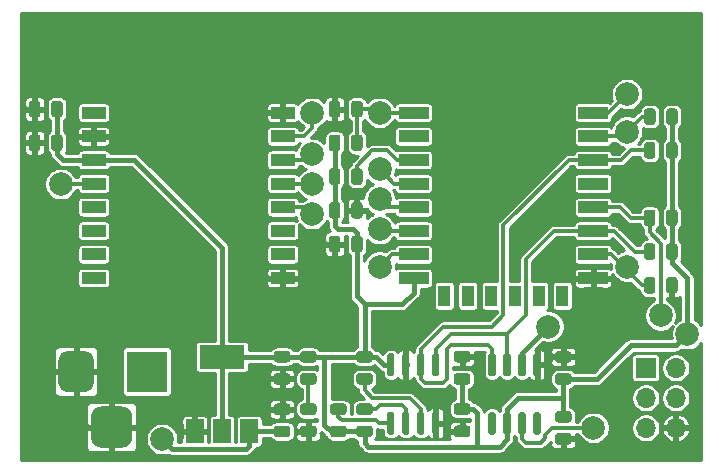
<source format=gtl>
G04 #@! TF.GenerationSoftware,KiCad,Pcbnew,5.1.6-c6e7f7d~86~ubuntu19.10.1*
G04 #@! TF.CreationDate,2020-05-26T12:51:18-04:00*
G04 #@! TF.ProjectId,emmon,656d6d6f-6e2e-46b6-9963-61645f706362,rev?*
G04 #@! TF.SameCoordinates,Original*
G04 #@! TF.FileFunction,Copper,L1,Top*
G04 #@! TF.FilePolarity,Positive*
%FSLAX46Y46*%
G04 Gerber Fmt 4.6, Leading zero omitted, Abs format (unit mm)*
G04 Created by KiCad (PCBNEW 5.1.6-c6e7f7d~86~ubuntu19.10.1) date 2020-05-26 12:51:18*
%MOMM*%
%LPD*%
G01*
G04 APERTURE LIST*
G04 #@! TA.AperFunction,ComponentPad*
%ADD10O,1.700000X1.700000*%
G04 #@! TD*
G04 #@! TA.AperFunction,ComponentPad*
%ADD11R,1.700000X1.700000*%
G04 #@! TD*
G04 #@! TA.AperFunction,ComponentPad*
%ADD12R,3.500000X3.500000*%
G04 #@! TD*
G04 #@! TA.AperFunction,SMDPad,CuDef*
%ADD13R,1.500000X2.000000*%
G04 #@! TD*
G04 #@! TA.AperFunction,SMDPad,CuDef*
%ADD14R,3.800000X2.000000*%
G04 #@! TD*
G04 #@! TA.AperFunction,SMDPad,CuDef*
%ADD15R,2.500000X1.000000*%
G04 #@! TD*
G04 #@! TA.AperFunction,SMDPad,CuDef*
%ADD16R,1.000000X1.800000*%
G04 #@! TD*
G04 #@! TA.AperFunction,SMDPad,CuDef*
%ADD17R,2.000000X1.000000*%
G04 #@! TD*
G04 #@! TA.AperFunction,ViaPad*
%ADD18C,2.000000*%
G04 #@! TD*
G04 #@! TA.AperFunction,Conductor*
%ADD19C,0.304800*%
G04 #@! TD*
G04 #@! TA.AperFunction,Conductor*
%ADD20C,0.457200*%
G04 #@! TD*
G04 #@! TA.AperFunction,Conductor*
%ADD21C,0.254000*%
G04 #@! TD*
G04 APERTURE END LIST*
D10*
X147320000Y-115570000D03*
X144780000Y-115570000D03*
X147320000Y-113030000D03*
X144780000Y-113030000D03*
X147320000Y-110490000D03*
D11*
X144780000Y-110490000D03*
G04 #@! TA.AperFunction,ComponentPad*
G36*
G01*
X97802500Y-116382500D02*
X97802500Y-114632500D01*
G75*
G02*
X98677500Y-113757500I875000J0D01*
G01*
X100427500Y-113757500D01*
G75*
G02*
X101302500Y-114632500I0J-875000D01*
G01*
X101302500Y-116382500D01*
G75*
G02*
X100427500Y-117257500I-875000J0D01*
G01*
X98677500Y-117257500D01*
G75*
G02*
X97802500Y-116382500I0J875000D01*
G01*
G37*
G04 #@! TD.AperFunction*
G04 #@! TA.AperFunction,ComponentPad*
G36*
G01*
X95052500Y-111807500D02*
X95052500Y-109807500D01*
G75*
G02*
X95802500Y-109057500I750000J0D01*
G01*
X97302500Y-109057500D01*
G75*
G02*
X98052500Y-109807500I0J-750000D01*
G01*
X98052500Y-111807500D01*
G75*
G02*
X97302500Y-112557500I-750000J0D01*
G01*
X95802500Y-112557500D01*
G75*
G02*
X95052500Y-111807500I0J750000D01*
G01*
G37*
G04 #@! TD.AperFunction*
D12*
X102552500Y-110807500D03*
D13*
X106602500Y-115862500D03*
X111202500Y-115862500D03*
X108902500Y-115862500D03*
D14*
X108902500Y-109562500D03*
D15*
X140315000Y-88892500D03*
X140315000Y-90892500D03*
X140315000Y-92892500D03*
X140315000Y-94892500D03*
X140315000Y-96892500D03*
X140315000Y-98892500D03*
X140315000Y-100892500D03*
X140315000Y-102892500D03*
D16*
X137715000Y-104392500D03*
X135715000Y-104392500D03*
X133715000Y-104392500D03*
X131715000Y-104392500D03*
X129715000Y-104392500D03*
X127715000Y-104392500D03*
D15*
X125115000Y-102892500D03*
X125115000Y-100892500D03*
X125115000Y-98892500D03*
X125115000Y-96892500D03*
X125115000Y-94892500D03*
X125115000Y-92892500D03*
X125115000Y-90892500D03*
X125115000Y-88892500D03*
D17*
X98045000Y-88885000D03*
X98045000Y-90885000D03*
X98045000Y-92885000D03*
X98045000Y-94885000D03*
X98045000Y-96885000D03*
X98045000Y-98885000D03*
X98045000Y-100885000D03*
X98045000Y-102885000D03*
X114045000Y-102885000D03*
X114045000Y-100885000D03*
X114045000Y-98885000D03*
X114045000Y-96885000D03*
X114045000Y-94885000D03*
X114045000Y-92885000D03*
X114045000Y-90885000D03*
X114045000Y-88885000D03*
G04 #@! TA.AperFunction,SMDPad,CuDef*
G36*
G01*
X118930000Y-99556250D02*
X118930000Y-100468750D01*
G75*
G02*
X118686250Y-100712500I-243750J0D01*
G01*
X118198750Y-100712500D01*
G75*
G02*
X117955000Y-100468750I0J243750D01*
G01*
X117955000Y-99556250D01*
G75*
G02*
X118198750Y-99312500I243750J0D01*
G01*
X118686250Y-99312500D01*
G75*
G02*
X118930000Y-99556250I0J-243750D01*
G01*
G37*
G04 #@! TD.AperFunction*
G04 #@! TA.AperFunction,SMDPad,CuDef*
G36*
G01*
X120805000Y-99556250D02*
X120805000Y-100468750D01*
G75*
G02*
X120561250Y-100712500I-243750J0D01*
G01*
X120073750Y-100712500D01*
G75*
G02*
X119830000Y-100468750I0J243750D01*
G01*
X119830000Y-99556250D01*
G75*
G02*
X120073750Y-99312500I243750J0D01*
G01*
X120561250Y-99312500D01*
G75*
G02*
X120805000Y-99556250I0J-243750D01*
G01*
G37*
G04 #@! TD.AperFunction*
G04 #@! TA.AperFunction,SMDPad,CuDef*
G36*
G01*
X119830000Y-97611250D02*
X119830000Y-96698750D01*
G75*
G02*
X120073750Y-96455000I243750J0D01*
G01*
X120561250Y-96455000D01*
G75*
G02*
X120805000Y-96698750I0J-243750D01*
G01*
X120805000Y-97611250D01*
G75*
G02*
X120561250Y-97855000I-243750J0D01*
G01*
X120073750Y-97855000D01*
G75*
G02*
X119830000Y-97611250I0J243750D01*
G01*
G37*
G04 #@! TD.AperFunction*
G04 #@! TA.AperFunction,SMDPad,CuDef*
G36*
G01*
X117955000Y-97611250D02*
X117955000Y-96698750D01*
G75*
G02*
X118198750Y-96455000I243750J0D01*
G01*
X118686250Y-96455000D01*
G75*
G02*
X118930000Y-96698750I0J-243750D01*
G01*
X118930000Y-97611250D01*
G75*
G02*
X118686250Y-97855000I-243750J0D01*
G01*
X118198750Y-97855000D01*
G75*
G02*
X117955000Y-97611250I0J243750D01*
G01*
G37*
G04 #@! TD.AperFunction*
G04 #@! TA.AperFunction,SMDPad,CuDef*
G36*
G01*
X119830000Y-94753750D02*
X119830000Y-93841250D01*
G75*
G02*
X120073750Y-93597500I243750J0D01*
G01*
X120561250Y-93597500D01*
G75*
G02*
X120805000Y-93841250I0J-243750D01*
G01*
X120805000Y-94753750D01*
G75*
G02*
X120561250Y-94997500I-243750J0D01*
G01*
X120073750Y-94997500D01*
G75*
G02*
X119830000Y-94753750I0J243750D01*
G01*
G37*
G04 #@! TD.AperFunction*
G04 #@! TA.AperFunction,SMDPad,CuDef*
G36*
G01*
X117955000Y-94753750D02*
X117955000Y-93841250D01*
G75*
G02*
X118198750Y-93597500I243750J0D01*
G01*
X118686250Y-93597500D01*
G75*
G02*
X118930000Y-93841250I0J-243750D01*
G01*
X118930000Y-94753750D01*
G75*
G02*
X118686250Y-94997500I-243750J0D01*
G01*
X118198750Y-94997500D01*
G75*
G02*
X117955000Y-94753750I0J243750D01*
G01*
G37*
G04 #@! TD.AperFunction*
G04 #@! TA.AperFunction,SMDPad,CuDef*
G36*
G01*
X117955000Y-91896250D02*
X117955000Y-90983750D01*
G75*
G02*
X118198750Y-90740000I243750J0D01*
G01*
X118686250Y-90740000D01*
G75*
G02*
X118930000Y-90983750I0J-243750D01*
G01*
X118930000Y-91896250D01*
G75*
G02*
X118686250Y-92140000I-243750J0D01*
G01*
X118198750Y-92140000D01*
G75*
G02*
X117955000Y-91896250I0J243750D01*
G01*
G37*
G04 #@! TD.AperFunction*
G04 #@! TA.AperFunction,SMDPad,CuDef*
G36*
G01*
X119830000Y-91896250D02*
X119830000Y-90983750D01*
G75*
G02*
X120073750Y-90740000I243750J0D01*
G01*
X120561250Y-90740000D01*
G75*
G02*
X120805000Y-90983750I0J-243750D01*
G01*
X120805000Y-91896250D01*
G75*
G02*
X120561250Y-92140000I-243750J0D01*
G01*
X120073750Y-92140000D01*
G75*
G02*
X119830000Y-91896250I0J243750D01*
G01*
G37*
G04 #@! TD.AperFunction*
G04 #@! TA.AperFunction,SMDPad,CuDef*
G36*
G01*
X118930000Y-88126250D02*
X118930000Y-89038750D01*
G75*
G02*
X118686250Y-89282500I-243750J0D01*
G01*
X118198750Y-89282500D01*
G75*
G02*
X117955000Y-89038750I0J243750D01*
G01*
X117955000Y-88126250D01*
G75*
G02*
X118198750Y-87882500I243750J0D01*
G01*
X118686250Y-87882500D01*
G75*
G02*
X118930000Y-88126250I0J-243750D01*
G01*
G37*
G04 #@! TD.AperFunction*
G04 #@! TA.AperFunction,SMDPad,CuDef*
G36*
G01*
X120805000Y-88126250D02*
X120805000Y-89038750D01*
G75*
G02*
X120561250Y-89282500I-243750J0D01*
G01*
X120073750Y-89282500D01*
G75*
G02*
X119830000Y-89038750I0J243750D01*
G01*
X119830000Y-88126250D01*
G75*
G02*
X120073750Y-87882500I243750J0D01*
G01*
X120561250Y-87882500D01*
G75*
G02*
X120805000Y-88126250I0J-243750D01*
G01*
G37*
G04 #@! TD.AperFunction*
G04 #@! TA.AperFunction,SMDPad,CuDef*
G36*
G01*
X147475000Y-103048750D02*
X147475000Y-103961250D01*
G75*
G02*
X147231250Y-104205000I-243750J0D01*
G01*
X146743750Y-104205000D01*
G75*
G02*
X146500000Y-103961250I0J243750D01*
G01*
X146500000Y-103048750D01*
G75*
G02*
X146743750Y-102805000I243750J0D01*
G01*
X147231250Y-102805000D01*
G75*
G02*
X147475000Y-103048750I0J-243750D01*
G01*
G37*
G04 #@! TD.AperFunction*
G04 #@! TA.AperFunction,SMDPad,CuDef*
G36*
G01*
X145600000Y-103048750D02*
X145600000Y-103961250D01*
G75*
G02*
X145356250Y-104205000I-243750J0D01*
G01*
X144868750Y-104205000D01*
G75*
G02*
X144625000Y-103961250I0J243750D01*
G01*
X144625000Y-103048750D01*
G75*
G02*
X144868750Y-102805000I243750J0D01*
G01*
X145356250Y-102805000D01*
G75*
G02*
X145600000Y-103048750I0J-243750D01*
G01*
G37*
G04 #@! TD.AperFunction*
G04 #@! TA.AperFunction,SMDPad,CuDef*
G36*
G01*
X131912500Y-116162500D02*
X131612500Y-116162500D01*
G75*
G02*
X131462500Y-116012500I0J150000D01*
G01*
X131462500Y-114362500D01*
G75*
G02*
X131612500Y-114212500I150000J0D01*
G01*
X131912500Y-114212500D01*
G75*
G02*
X132062500Y-114362500I0J-150000D01*
G01*
X132062500Y-116012500D01*
G75*
G02*
X131912500Y-116162500I-150000J0D01*
G01*
G37*
G04 #@! TD.AperFunction*
G04 #@! TA.AperFunction,SMDPad,CuDef*
G36*
G01*
X133182500Y-116162500D02*
X132882500Y-116162500D01*
G75*
G02*
X132732500Y-116012500I0J150000D01*
G01*
X132732500Y-114362500D01*
G75*
G02*
X132882500Y-114212500I150000J0D01*
G01*
X133182500Y-114212500D01*
G75*
G02*
X133332500Y-114362500I0J-150000D01*
G01*
X133332500Y-116012500D01*
G75*
G02*
X133182500Y-116162500I-150000J0D01*
G01*
G37*
G04 #@! TD.AperFunction*
G04 #@! TA.AperFunction,SMDPad,CuDef*
G36*
G01*
X134452500Y-116162500D02*
X134152500Y-116162500D01*
G75*
G02*
X134002500Y-116012500I0J150000D01*
G01*
X134002500Y-114362500D01*
G75*
G02*
X134152500Y-114212500I150000J0D01*
G01*
X134452500Y-114212500D01*
G75*
G02*
X134602500Y-114362500I0J-150000D01*
G01*
X134602500Y-116012500D01*
G75*
G02*
X134452500Y-116162500I-150000J0D01*
G01*
G37*
G04 #@! TD.AperFunction*
G04 #@! TA.AperFunction,SMDPad,CuDef*
G36*
G01*
X135722500Y-116162500D02*
X135422500Y-116162500D01*
G75*
G02*
X135272500Y-116012500I0J150000D01*
G01*
X135272500Y-114362500D01*
G75*
G02*
X135422500Y-114212500I150000J0D01*
G01*
X135722500Y-114212500D01*
G75*
G02*
X135872500Y-114362500I0J-150000D01*
G01*
X135872500Y-116012500D01*
G75*
G02*
X135722500Y-116162500I-150000J0D01*
G01*
G37*
G04 #@! TD.AperFunction*
G04 #@! TA.AperFunction,SMDPad,CuDef*
G36*
G01*
X135722500Y-111212500D02*
X135422500Y-111212500D01*
G75*
G02*
X135272500Y-111062500I0J150000D01*
G01*
X135272500Y-109412500D01*
G75*
G02*
X135422500Y-109262500I150000J0D01*
G01*
X135722500Y-109262500D01*
G75*
G02*
X135872500Y-109412500I0J-150000D01*
G01*
X135872500Y-111062500D01*
G75*
G02*
X135722500Y-111212500I-150000J0D01*
G01*
G37*
G04 #@! TD.AperFunction*
G04 #@! TA.AperFunction,SMDPad,CuDef*
G36*
G01*
X134452500Y-111212500D02*
X134152500Y-111212500D01*
G75*
G02*
X134002500Y-111062500I0J150000D01*
G01*
X134002500Y-109412500D01*
G75*
G02*
X134152500Y-109262500I150000J0D01*
G01*
X134452500Y-109262500D01*
G75*
G02*
X134602500Y-109412500I0J-150000D01*
G01*
X134602500Y-111062500D01*
G75*
G02*
X134452500Y-111212500I-150000J0D01*
G01*
G37*
G04 #@! TD.AperFunction*
G04 #@! TA.AperFunction,SMDPad,CuDef*
G36*
G01*
X133182500Y-111212500D02*
X132882500Y-111212500D01*
G75*
G02*
X132732500Y-111062500I0J150000D01*
G01*
X132732500Y-109412500D01*
G75*
G02*
X132882500Y-109262500I150000J0D01*
G01*
X133182500Y-109262500D01*
G75*
G02*
X133332500Y-109412500I0J-150000D01*
G01*
X133332500Y-111062500D01*
G75*
G02*
X133182500Y-111212500I-150000J0D01*
G01*
G37*
G04 #@! TD.AperFunction*
G04 #@! TA.AperFunction,SMDPad,CuDef*
G36*
G01*
X131912500Y-111212500D02*
X131612500Y-111212500D01*
G75*
G02*
X131462500Y-111062500I0J150000D01*
G01*
X131462500Y-109412500D01*
G75*
G02*
X131612500Y-109262500I150000J0D01*
G01*
X131912500Y-109262500D01*
G75*
G02*
X132062500Y-109412500I0J-150000D01*
G01*
X132062500Y-111062500D01*
G75*
G02*
X131912500Y-111212500I-150000J0D01*
G01*
G37*
G04 #@! TD.AperFunction*
G04 #@! TA.AperFunction,SMDPad,CuDef*
G36*
G01*
X123340000Y-116162500D02*
X123040000Y-116162500D01*
G75*
G02*
X122890000Y-116012500I0J150000D01*
G01*
X122890000Y-114362500D01*
G75*
G02*
X123040000Y-114212500I150000J0D01*
G01*
X123340000Y-114212500D01*
G75*
G02*
X123490000Y-114362500I0J-150000D01*
G01*
X123490000Y-116012500D01*
G75*
G02*
X123340000Y-116162500I-150000J0D01*
G01*
G37*
G04 #@! TD.AperFunction*
G04 #@! TA.AperFunction,SMDPad,CuDef*
G36*
G01*
X124610000Y-116162500D02*
X124310000Y-116162500D01*
G75*
G02*
X124160000Y-116012500I0J150000D01*
G01*
X124160000Y-114362500D01*
G75*
G02*
X124310000Y-114212500I150000J0D01*
G01*
X124610000Y-114212500D01*
G75*
G02*
X124760000Y-114362500I0J-150000D01*
G01*
X124760000Y-116012500D01*
G75*
G02*
X124610000Y-116162500I-150000J0D01*
G01*
G37*
G04 #@! TD.AperFunction*
G04 #@! TA.AperFunction,SMDPad,CuDef*
G36*
G01*
X125880000Y-116162500D02*
X125580000Y-116162500D01*
G75*
G02*
X125430000Y-116012500I0J150000D01*
G01*
X125430000Y-114362500D01*
G75*
G02*
X125580000Y-114212500I150000J0D01*
G01*
X125880000Y-114212500D01*
G75*
G02*
X126030000Y-114362500I0J-150000D01*
G01*
X126030000Y-116012500D01*
G75*
G02*
X125880000Y-116162500I-150000J0D01*
G01*
G37*
G04 #@! TD.AperFunction*
G04 #@! TA.AperFunction,SMDPad,CuDef*
G36*
G01*
X127150000Y-116162500D02*
X126850000Y-116162500D01*
G75*
G02*
X126700000Y-116012500I0J150000D01*
G01*
X126700000Y-114362500D01*
G75*
G02*
X126850000Y-114212500I150000J0D01*
G01*
X127150000Y-114212500D01*
G75*
G02*
X127300000Y-114362500I0J-150000D01*
G01*
X127300000Y-116012500D01*
G75*
G02*
X127150000Y-116162500I-150000J0D01*
G01*
G37*
G04 #@! TD.AperFunction*
G04 #@! TA.AperFunction,SMDPad,CuDef*
G36*
G01*
X127150000Y-111212500D02*
X126850000Y-111212500D01*
G75*
G02*
X126700000Y-111062500I0J150000D01*
G01*
X126700000Y-109412500D01*
G75*
G02*
X126850000Y-109262500I150000J0D01*
G01*
X127150000Y-109262500D01*
G75*
G02*
X127300000Y-109412500I0J-150000D01*
G01*
X127300000Y-111062500D01*
G75*
G02*
X127150000Y-111212500I-150000J0D01*
G01*
G37*
G04 #@! TD.AperFunction*
G04 #@! TA.AperFunction,SMDPad,CuDef*
G36*
G01*
X125880000Y-111212500D02*
X125580000Y-111212500D01*
G75*
G02*
X125430000Y-111062500I0J150000D01*
G01*
X125430000Y-109412500D01*
G75*
G02*
X125580000Y-109262500I150000J0D01*
G01*
X125880000Y-109262500D01*
G75*
G02*
X126030000Y-109412500I0J-150000D01*
G01*
X126030000Y-111062500D01*
G75*
G02*
X125880000Y-111212500I-150000J0D01*
G01*
G37*
G04 #@! TD.AperFunction*
G04 #@! TA.AperFunction,SMDPad,CuDef*
G36*
G01*
X124610000Y-111212500D02*
X124310000Y-111212500D01*
G75*
G02*
X124160000Y-111062500I0J150000D01*
G01*
X124160000Y-109412500D01*
G75*
G02*
X124310000Y-109262500I150000J0D01*
G01*
X124610000Y-109262500D01*
G75*
G02*
X124760000Y-109412500I0J-150000D01*
G01*
X124760000Y-111062500D01*
G75*
G02*
X124610000Y-111212500I-150000J0D01*
G01*
G37*
G04 #@! TD.AperFunction*
G04 #@! TA.AperFunction,SMDPad,CuDef*
G36*
G01*
X123340000Y-111212500D02*
X123040000Y-111212500D01*
G75*
G02*
X122890000Y-111062500I0J150000D01*
G01*
X122890000Y-109412500D01*
G75*
G02*
X123040000Y-109262500I150000J0D01*
G01*
X123340000Y-109262500D01*
G75*
G02*
X123490000Y-109412500I0J-150000D01*
G01*
X123490000Y-111062500D01*
G75*
G02*
X123340000Y-111212500I-150000J0D01*
G01*
G37*
G04 #@! TD.AperFunction*
G04 #@! TA.AperFunction,SMDPad,CuDef*
G36*
G01*
X120511250Y-110940000D02*
X121423750Y-110940000D01*
G75*
G02*
X121667500Y-111183750I0J-243750D01*
G01*
X121667500Y-111671250D01*
G75*
G02*
X121423750Y-111915000I-243750J0D01*
G01*
X120511250Y-111915000D01*
G75*
G02*
X120267500Y-111671250I0J243750D01*
G01*
X120267500Y-111183750D01*
G75*
G02*
X120511250Y-110940000I243750J0D01*
G01*
G37*
G04 #@! TD.AperFunction*
G04 #@! TA.AperFunction,SMDPad,CuDef*
G36*
G01*
X120511250Y-109065000D02*
X121423750Y-109065000D01*
G75*
G02*
X121667500Y-109308750I0J-243750D01*
G01*
X121667500Y-109796250D01*
G75*
G02*
X121423750Y-110040000I-243750J0D01*
G01*
X120511250Y-110040000D01*
G75*
G02*
X120267500Y-109796250I0J243750D01*
G01*
X120267500Y-109308750D01*
G75*
G02*
X120511250Y-109065000I243750J0D01*
G01*
G37*
G04 #@! TD.AperFunction*
G04 #@! TA.AperFunction,SMDPad,CuDef*
G36*
G01*
X147490000Y-88761250D02*
X147490000Y-89673750D01*
G75*
G02*
X147246250Y-89917500I-243750J0D01*
G01*
X146758750Y-89917500D01*
G75*
G02*
X146515000Y-89673750I0J243750D01*
G01*
X146515000Y-88761250D01*
G75*
G02*
X146758750Y-88517500I243750J0D01*
G01*
X147246250Y-88517500D01*
G75*
G02*
X147490000Y-88761250I0J-243750D01*
G01*
G37*
G04 #@! TD.AperFunction*
G04 #@! TA.AperFunction,SMDPad,CuDef*
G36*
G01*
X145615000Y-88761250D02*
X145615000Y-89673750D01*
G75*
G02*
X145371250Y-89917500I-243750J0D01*
G01*
X144883750Y-89917500D01*
G75*
G02*
X144640000Y-89673750I0J243750D01*
G01*
X144640000Y-88761250D01*
G75*
G02*
X144883750Y-88517500I243750J0D01*
G01*
X145371250Y-88517500D01*
G75*
G02*
X145615000Y-88761250I0J-243750D01*
G01*
G37*
G04 #@! TD.AperFunction*
G04 #@! TA.AperFunction,SMDPad,CuDef*
G36*
G01*
X147475000Y-97333750D02*
X147475000Y-98246250D01*
G75*
G02*
X147231250Y-98490000I-243750J0D01*
G01*
X146743750Y-98490000D01*
G75*
G02*
X146500000Y-98246250I0J243750D01*
G01*
X146500000Y-97333750D01*
G75*
G02*
X146743750Y-97090000I243750J0D01*
G01*
X147231250Y-97090000D01*
G75*
G02*
X147475000Y-97333750I0J-243750D01*
G01*
G37*
G04 #@! TD.AperFunction*
G04 #@! TA.AperFunction,SMDPad,CuDef*
G36*
G01*
X145600000Y-97333750D02*
X145600000Y-98246250D01*
G75*
G02*
X145356250Y-98490000I-243750J0D01*
G01*
X144868750Y-98490000D01*
G75*
G02*
X144625000Y-98246250I0J243750D01*
G01*
X144625000Y-97333750D01*
G75*
G02*
X144868750Y-97090000I243750J0D01*
G01*
X145356250Y-97090000D01*
G75*
G02*
X145600000Y-97333750I0J-243750D01*
G01*
G37*
G04 #@! TD.AperFunction*
G04 #@! TA.AperFunction,SMDPad,CuDef*
G36*
G01*
X145600000Y-100191250D02*
X145600000Y-101103750D01*
G75*
G02*
X145356250Y-101347500I-243750J0D01*
G01*
X144868750Y-101347500D01*
G75*
G02*
X144625000Y-101103750I0J243750D01*
G01*
X144625000Y-100191250D01*
G75*
G02*
X144868750Y-99947500I243750J0D01*
G01*
X145356250Y-99947500D01*
G75*
G02*
X145600000Y-100191250I0J-243750D01*
G01*
G37*
G04 #@! TD.AperFunction*
G04 #@! TA.AperFunction,SMDPad,CuDef*
G36*
G01*
X147475000Y-100191250D02*
X147475000Y-101103750D01*
G75*
G02*
X147231250Y-101347500I-243750J0D01*
G01*
X146743750Y-101347500D01*
G75*
G02*
X146500000Y-101103750I0J243750D01*
G01*
X146500000Y-100191250D01*
G75*
G02*
X146743750Y-99947500I243750J0D01*
G01*
X147231250Y-99947500D01*
G75*
G02*
X147475000Y-100191250I0J-243750D01*
G01*
G37*
G04 #@! TD.AperFunction*
G04 #@! TA.AperFunction,SMDPad,CuDef*
G36*
G01*
X145600000Y-91618750D02*
X145600000Y-92531250D01*
G75*
G02*
X145356250Y-92775000I-243750J0D01*
G01*
X144868750Y-92775000D01*
G75*
G02*
X144625000Y-92531250I0J243750D01*
G01*
X144625000Y-91618750D01*
G75*
G02*
X144868750Y-91375000I243750J0D01*
G01*
X145356250Y-91375000D01*
G75*
G02*
X145600000Y-91618750I0J-243750D01*
G01*
G37*
G04 #@! TD.AperFunction*
G04 #@! TA.AperFunction,SMDPad,CuDef*
G36*
G01*
X147475000Y-91618750D02*
X147475000Y-92531250D01*
G75*
G02*
X147231250Y-92775000I-243750J0D01*
G01*
X146743750Y-92775000D01*
G75*
G02*
X146500000Y-92531250I0J243750D01*
G01*
X146500000Y-91618750D01*
G75*
G02*
X146743750Y-91375000I243750J0D01*
G01*
X147231250Y-91375000D01*
G75*
G02*
X147475000Y-91618750I0J-243750D01*
G01*
G37*
G04 #@! TD.AperFunction*
G04 #@! TA.AperFunction,SMDPad,CuDef*
G36*
G01*
X95405000Y-88126250D02*
X95405000Y-89038750D01*
G75*
G02*
X95161250Y-89282500I-243750J0D01*
G01*
X94673750Y-89282500D01*
G75*
G02*
X94430000Y-89038750I0J243750D01*
G01*
X94430000Y-88126250D01*
G75*
G02*
X94673750Y-87882500I243750J0D01*
G01*
X95161250Y-87882500D01*
G75*
G02*
X95405000Y-88126250I0J-243750D01*
G01*
G37*
G04 #@! TD.AperFunction*
G04 #@! TA.AperFunction,SMDPad,CuDef*
G36*
G01*
X93530000Y-88126250D02*
X93530000Y-89038750D01*
G75*
G02*
X93286250Y-89282500I-243750J0D01*
G01*
X92798750Y-89282500D01*
G75*
G02*
X92555000Y-89038750I0J243750D01*
G01*
X92555000Y-88126250D01*
G75*
G02*
X92798750Y-87882500I243750J0D01*
G01*
X93286250Y-87882500D01*
G75*
G02*
X93530000Y-88126250I0J-243750D01*
G01*
G37*
G04 #@! TD.AperFunction*
G04 #@! TA.AperFunction,SMDPad,CuDef*
G36*
G01*
X95405000Y-90983750D02*
X95405000Y-91896250D01*
G75*
G02*
X95161250Y-92140000I-243750J0D01*
G01*
X94673750Y-92140000D01*
G75*
G02*
X94430000Y-91896250I0J243750D01*
G01*
X94430000Y-90983750D01*
G75*
G02*
X94673750Y-90740000I243750J0D01*
G01*
X95161250Y-90740000D01*
G75*
G02*
X95405000Y-90983750I0J-243750D01*
G01*
G37*
G04 #@! TD.AperFunction*
G04 #@! TA.AperFunction,SMDPad,CuDef*
G36*
G01*
X93530000Y-90983750D02*
X93530000Y-91896250D01*
G75*
G02*
X93286250Y-92140000I-243750J0D01*
G01*
X92798750Y-92140000D01*
G75*
G02*
X92555000Y-91896250I0J243750D01*
G01*
X92555000Y-90983750D01*
G75*
G02*
X92798750Y-90740000I243750J0D01*
G01*
X93286250Y-90740000D01*
G75*
G02*
X93530000Y-90983750I0J-243750D01*
G01*
G37*
G04 #@! TD.AperFunction*
G04 #@! TA.AperFunction,SMDPad,CuDef*
G36*
G01*
X121423750Y-114485000D02*
X120511250Y-114485000D01*
G75*
G02*
X120267500Y-114241250I0J243750D01*
G01*
X120267500Y-113753750D01*
G75*
G02*
X120511250Y-113510000I243750J0D01*
G01*
X121423750Y-113510000D01*
G75*
G02*
X121667500Y-113753750I0J-243750D01*
G01*
X121667500Y-114241250D01*
G75*
G02*
X121423750Y-114485000I-243750J0D01*
G01*
G37*
G04 #@! TD.AperFunction*
G04 #@! TA.AperFunction,SMDPad,CuDef*
G36*
G01*
X121423750Y-116360000D02*
X120511250Y-116360000D01*
G75*
G02*
X120267500Y-116116250I0J243750D01*
G01*
X120267500Y-115628750D01*
G75*
G02*
X120511250Y-115385000I243750J0D01*
G01*
X121423750Y-115385000D01*
G75*
G02*
X121667500Y-115628750I0J-243750D01*
G01*
X121667500Y-116116250D01*
G75*
G02*
X121423750Y-116360000I-243750J0D01*
G01*
G37*
G04 #@! TD.AperFunction*
G04 #@! TA.AperFunction,SMDPad,CuDef*
G36*
G01*
X116661250Y-111915000D02*
X115748750Y-111915000D01*
G75*
G02*
X115505000Y-111671250I0J243750D01*
G01*
X115505000Y-111183750D01*
G75*
G02*
X115748750Y-110940000I243750J0D01*
G01*
X116661250Y-110940000D01*
G75*
G02*
X116905000Y-111183750I0J-243750D01*
G01*
X116905000Y-111671250D01*
G75*
G02*
X116661250Y-111915000I-243750J0D01*
G01*
G37*
G04 #@! TD.AperFunction*
G04 #@! TA.AperFunction,SMDPad,CuDef*
G36*
G01*
X116661250Y-110040000D02*
X115748750Y-110040000D01*
G75*
G02*
X115505000Y-109796250I0J243750D01*
G01*
X115505000Y-109308750D01*
G75*
G02*
X115748750Y-109065000I243750J0D01*
G01*
X116661250Y-109065000D01*
G75*
G02*
X116905000Y-109308750I0J-243750D01*
G01*
X116905000Y-109796250D01*
G75*
G02*
X116661250Y-110040000I-243750J0D01*
G01*
G37*
G04 #@! TD.AperFunction*
G04 #@! TA.AperFunction,SMDPad,CuDef*
G36*
G01*
X113526250Y-113510000D02*
X114438750Y-113510000D01*
G75*
G02*
X114682500Y-113753750I0J-243750D01*
G01*
X114682500Y-114241250D01*
G75*
G02*
X114438750Y-114485000I-243750J0D01*
G01*
X113526250Y-114485000D01*
G75*
G02*
X113282500Y-114241250I0J243750D01*
G01*
X113282500Y-113753750D01*
G75*
G02*
X113526250Y-113510000I243750J0D01*
G01*
G37*
G04 #@! TD.AperFunction*
G04 #@! TA.AperFunction,SMDPad,CuDef*
G36*
G01*
X113526250Y-115385000D02*
X114438750Y-115385000D01*
G75*
G02*
X114682500Y-115628750I0J-243750D01*
G01*
X114682500Y-116116250D01*
G75*
G02*
X114438750Y-116360000I-243750J0D01*
G01*
X113526250Y-116360000D01*
G75*
G02*
X113282500Y-116116250I0J243750D01*
G01*
X113282500Y-115628750D01*
G75*
G02*
X113526250Y-115385000I243750J0D01*
G01*
G37*
G04 #@! TD.AperFunction*
G04 #@! TA.AperFunction,SMDPad,CuDef*
G36*
G01*
X113526250Y-109065000D02*
X114438750Y-109065000D01*
G75*
G02*
X114682500Y-109308750I0J-243750D01*
G01*
X114682500Y-109796250D01*
G75*
G02*
X114438750Y-110040000I-243750J0D01*
G01*
X113526250Y-110040000D01*
G75*
G02*
X113282500Y-109796250I0J243750D01*
G01*
X113282500Y-109308750D01*
G75*
G02*
X113526250Y-109065000I243750J0D01*
G01*
G37*
G04 #@! TD.AperFunction*
G04 #@! TA.AperFunction,SMDPad,CuDef*
G36*
G01*
X113526250Y-110940000D02*
X114438750Y-110940000D01*
G75*
G02*
X114682500Y-111183750I0J-243750D01*
G01*
X114682500Y-111671250D01*
G75*
G02*
X114438750Y-111915000I-243750J0D01*
G01*
X113526250Y-111915000D01*
G75*
G02*
X113282500Y-111671250I0J243750D01*
G01*
X113282500Y-111183750D01*
G75*
G02*
X113526250Y-110940000I243750J0D01*
G01*
G37*
G04 #@! TD.AperFunction*
G04 #@! TA.AperFunction,SMDPad,CuDef*
G36*
G01*
X116661250Y-116360000D02*
X115748750Y-116360000D01*
G75*
G02*
X115505000Y-116116250I0J243750D01*
G01*
X115505000Y-115628750D01*
G75*
G02*
X115748750Y-115385000I243750J0D01*
G01*
X116661250Y-115385000D01*
G75*
G02*
X116905000Y-115628750I0J-243750D01*
G01*
X116905000Y-116116250D01*
G75*
G02*
X116661250Y-116360000I-243750J0D01*
G01*
G37*
G04 #@! TD.AperFunction*
G04 #@! TA.AperFunction,SMDPad,CuDef*
G36*
G01*
X116661250Y-114485000D02*
X115748750Y-114485000D01*
G75*
G02*
X115505000Y-114241250I0J243750D01*
G01*
X115505000Y-113753750D01*
G75*
G02*
X115748750Y-113510000I243750J0D01*
G01*
X116661250Y-113510000D01*
G75*
G02*
X116905000Y-113753750I0J-243750D01*
G01*
X116905000Y-114241250D01*
G75*
G02*
X116661250Y-114485000I-243750J0D01*
G01*
G37*
G04 #@! TD.AperFunction*
G04 #@! TA.AperFunction,SMDPad,CuDef*
G36*
G01*
X119201250Y-114485000D02*
X118288750Y-114485000D01*
G75*
G02*
X118045000Y-114241250I0J243750D01*
G01*
X118045000Y-113753750D01*
G75*
G02*
X118288750Y-113510000I243750J0D01*
G01*
X119201250Y-113510000D01*
G75*
G02*
X119445000Y-113753750I0J-243750D01*
G01*
X119445000Y-114241250D01*
G75*
G02*
X119201250Y-114485000I-243750J0D01*
G01*
G37*
G04 #@! TD.AperFunction*
G04 #@! TA.AperFunction,SMDPad,CuDef*
G36*
G01*
X119201250Y-116360000D02*
X118288750Y-116360000D01*
G75*
G02*
X118045000Y-116116250I0J243750D01*
G01*
X118045000Y-115628750D01*
G75*
G02*
X118288750Y-115385000I243750J0D01*
G01*
X119201250Y-115385000D01*
G75*
G02*
X119445000Y-115628750I0J-243750D01*
G01*
X119445000Y-116116250D01*
G75*
G02*
X119201250Y-116360000I-243750J0D01*
G01*
G37*
G04 #@! TD.AperFunction*
G04 #@! TA.AperFunction,SMDPad,CuDef*
G36*
G01*
X137338750Y-114145000D02*
X138251250Y-114145000D01*
G75*
G02*
X138495000Y-114388750I0J-243750D01*
G01*
X138495000Y-114876250D01*
G75*
G02*
X138251250Y-115120000I-243750J0D01*
G01*
X137338750Y-115120000D01*
G75*
G02*
X137095000Y-114876250I0J243750D01*
G01*
X137095000Y-114388750D01*
G75*
G02*
X137338750Y-114145000I243750J0D01*
G01*
G37*
G04 #@! TD.AperFunction*
G04 #@! TA.AperFunction,SMDPad,CuDef*
G36*
G01*
X137338750Y-116020000D02*
X138251250Y-116020000D01*
G75*
G02*
X138495000Y-116263750I0J-243750D01*
G01*
X138495000Y-116751250D01*
G75*
G02*
X138251250Y-116995000I-243750J0D01*
G01*
X137338750Y-116995000D01*
G75*
G02*
X137095000Y-116751250I0J243750D01*
G01*
X137095000Y-116263750D01*
G75*
G02*
X137338750Y-116020000I243750J0D01*
G01*
G37*
G04 #@! TD.AperFunction*
G04 #@! TA.AperFunction,SMDPad,CuDef*
G36*
G01*
X138251250Y-111930000D02*
X137338750Y-111930000D01*
G75*
G02*
X137095000Y-111686250I0J243750D01*
G01*
X137095000Y-111198750D01*
G75*
G02*
X137338750Y-110955000I243750J0D01*
G01*
X138251250Y-110955000D01*
G75*
G02*
X138495000Y-111198750I0J-243750D01*
G01*
X138495000Y-111686250D01*
G75*
G02*
X138251250Y-111930000I-243750J0D01*
G01*
G37*
G04 #@! TD.AperFunction*
G04 #@! TA.AperFunction,SMDPad,CuDef*
G36*
G01*
X138251250Y-110055000D02*
X137338750Y-110055000D01*
G75*
G02*
X137095000Y-109811250I0J243750D01*
G01*
X137095000Y-109323750D01*
G75*
G02*
X137338750Y-109080000I243750J0D01*
G01*
X138251250Y-109080000D01*
G75*
G02*
X138495000Y-109323750I0J-243750D01*
G01*
X138495000Y-109811250D01*
G75*
G02*
X138251250Y-110055000I-243750J0D01*
G01*
G37*
G04 #@! TD.AperFunction*
G04 #@! TA.AperFunction,SMDPad,CuDef*
G36*
G01*
X128766250Y-115370000D02*
X129678750Y-115370000D01*
G75*
G02*
X129922500Y-115613750I0J-243750D01*
G01*
X129922500Y-116101250D01*
G75*
G02*
X129678750Y-116345000I-243750J0D01*
G01*
X128766250Y-116345000D01*
G75*
G02*
X128522500Y-116101250I0J243750D01*
G01*
X128522500Y-115613750D01*
G75*
G02*
X128766250Y-115370000I243750J0D01*
G01*
G37*
G04 #@! TD.AperFunction*
G04 #@! TA.AperFunction,SMDPad,CuDef*
G36*
G01*
X128766250Y-113495000D02*
X129678750Y-113495000D01*
G75*
G02*
X129922500Y-113738750I0J-243750D01*
G01*
X129922500Y-114226250D01*
G75*
G02*
X129678750Y-114470000I-243750J0D01*
G01*
X128766250Y-114470000D01*
G75*
G02*
X128522500Y-114226250I0J243750D01*
G01*
X128522500Y-113738750D01*
G75*
G02*
X128766250Y-113495000I243750J0D01*
G01*
G37*
G04 #@! TD.AperFunction*
G04 #@! TA.AperFunction,SMDPad,CuDef*
G36*
G01*
X129678750Y-110040000D02*
X128766250Y-110040000D01*
G75*
G02*
X128522500Y-109796250I0J243750D01*
G01*
X128522500Y-109308750D01*
G75*
G02*
X128766250Y-109065000I243750J0D01*
G01*
X129678750Y-109065000D01*
G75*
G02*
X129922500Y-109308750I0J-243750D01*
G01*
X129922500Y-109796250D01*
G75*
G02*
X129678750Y-110040000I-243750J0D01*
G01*
G37*
G04 #@! TD.AperFunction*
G04 #@! TA.AperFunction,SMDPad,CuDef*
G36*
G01*
X129678750Y-111915000D02*
X128766250Y-111915000D01*
G75*
G02*
X128522500Y-111671250I0J243750D01*
G01*
X128522500Y-111183750D01*
G75*
G02*
X128766250Y-110940000I243750J0D01*
G01*
X129678750Y-110940000D01*
G75*
G02*
X129922500Y-111183750I0J-243750D01*
G01*
X129922500Y-111671250D01*
G75*
G02*
X129678750Y-111915000I-243750J0D01*
G01*
G37*
G04 #@! TD.AperFunction*
D18*
X136525000Y-106997500D03*
X105410000Y-106362500D03*
X140335000Y-106997500D03*
X143192500Y-90487500D03*
X140335000Y-115570000D03*
X148300913Y-107632500D03*
X116522500Y-88900000D03*
X143192500Y-101917500D03*
X146050000Y-106045000D03*
X122237500Y-101917500D03*
X116522500Y-92392500D03*
X122237500Y-98742500D03*
X116522500Y-94932500D03*
X122237500Y-96202500D03*
X116522500Y-97472500D03*
X95250000Y-94932500D03*
X122237500Y-93662500D03*
X122237500Y-88900000D03*
X103822500Y-116522500D03*
X143192500Y-87312500D03*
D19*
X116205000Y-111427500D02*
X116205000Y-113997500D01*
X140315000Y-92892500D02*
X142692500Y-92892500D01*
X143510000Y-92075000D02*
X145112500Y-92075000D01*
X142692500Y-92892500D02*
X143510000Y-92075000D01*
X138247500Y-92892500D02*
X140315000Y-92892500D01*
X132715000Y-98425000D02*
X138247500Y-92892500D01*
X131762500Y-106997500D02*
X132715000Y-106045000D01*
X125730000Y-110237500D02*
X125730000Y-108902500D01*
X127635000Y-106997500D02*
X131762500Y-106997500D01*
X125730000Y-108902500D02*
X127635000Y-106997500D01*
X132715000Y-106045000D02*
X132715000Y-98425000D01*
X127635000Y-111760000D02*
X126047500Y-111760000D01*
X126047500Y-111760000D02*
X125730000Y-111442500D01*
X127952500Y-111442500D02*
X127635000Y-111760000D01*
X131762500Y-108902500D02*
X131445000Y-108585000D01*
X131762500Y-110237500D02*
X131762500Y-108902500D01*
X125730000Y-111442500D02*
X125730000Y-110237500D01*
X128270000Y-108585000D02*
X127952500Y-108902500D01*
X127952500Y-108902500D02*
X127952500Y-111442500D01*
X131445000Y-108585000D02*
X128270000Y-108585000D01*
X140315000Y-98892500D02*
X142072500Y-98892500D01*
X143827500Y-100647500D02*
X145112500Y-100647500D01*
X142072500Y-98892500D02*
X143827500Y-100647500D01*
X137010000Y-98892500D02*
X140315000Y-98892500D01*
X127000000Y-108902500D02*
X128270000Y-107632500D01*
X128270000Y-107632500D02*
X133032500Y-107632500D01*
X134620000Y-106045000D02*
X134620000Y-101282500D01*
X127000000Y-110237500D02*
X127000000Y-108902500D01*
X134620000Y-101282500D02*
X137010000Y-98892500D01*
X133032500Y-107632500D02*
X134620000Y-106045000D01*
X133032500Y-110237500D02*
X133032500Y-107632500D01*
D20*
X134302500Y-109220000D02*
X134302500Y-110237500D01*
X136525000Y-106997500D02*
X134302500Y-109220000D01*
D19*
X140315000Y-90892500D02*
X142787500Y-90892500D01*
X142787500Y-90892500D02*
X143192500Y-90487500D01*
X144462500Y-89217500D02*
X143192500Y-90487500D01*
X145127500Y-89217500D02*
X144462500Y-89217500D01*
X134302500Y-115187500D02*
X134302500Y-116162500D01*
X134302500Y-116162500D02*
X134302500Y-116522500D01*
X134302500Y-116522500D02*
X134620000Y-116840000D01*
X134620000Y-116840000D02*
X135890000Y-116840000D01*
X135890000Y-116840000D02*
X136275820Y-116454180D01*
X136275820Y-116454180D02*
X136275820Y-116136680D01*
X136275820Y-116136680D02*
X136842500Y-115570000D01*
X136842500Y-115570000D02*
X138472596Y-115570000D01*
X138472596Y-115570000D02*
X140335000Y-115570000D01*
D20*
X94917500Y-88582500D02*
X94917500Y-91440000D01*
X120967500Y-115872500D02*
X118745000Y-115872500D01*
X129222500Y-113982500D02*
X129222500Y-111427500D01*
X108902500Y-115862500D02*
X108902500Y-113665000D01*
X113982500Y-109552500D02*
X116205000Y-109552500D01*
X147002500Y-92060000D02*
X146987500Y-92075000D01*
X147002500Y-89217500D02*
X147002500Y-92060000D01*
X146987500Y-92075000D02*
X146987500Y-94932500D01*
X146987500Y-94932500D02*
X146987500Y-97790000D01*
X146987500Y-97790000D02*
X146987500Y-100647500D01*
X118745000Y-98742500D02*
X118442500Y-98440000D01*
X118442500Y-98440000D02*
X118442500Y-97155000D01*
X120015000Y-98742500D02*
X118745000Y-98742500D01*
X120317500Y-100012500D02*
X120317500Y-99045000D01*
X118442500Y-91440000D02*
X118442500Y-94297500D01*
X120317500Y-99045000D02*
X120015000Y-98742500D01*
X118442500Y-94297500D02*
X118442500Y-97155000D01*
X98045000Y-92885000D02*
X95425000Y-92885000D01*
X94917500Y-92377500D02*
X94917500Y-91440000D01*
X95425000Y-92885000D02*
X94917500Y-92377500D01*
X120967500Y-109552500D02*
X121935000Y-109552500D01*
X122620000Y-110237500D02*
X123190000Y-110237500D01*
X121935000Y-109552500D02*
X122620000Y-110237500D01*
X133032500Y-113982500D02*
X133032500Y-115187500D01*
X133985000Y-113030000D02*
X133032500Y-113982500D01*
X137795000Y-113030000D02*
X133985000Y-113030000D01*
X137795000Y-111442500D02*
X137795000Y-113030000D01*
X137795000Y-113030000D02*
X137795000Y-114632500D01*
X108902500Y-109562500D02*
X108902500Y-100330000D01*
X101457500Y-92885000D02*
X98045000Y-92885000D01*
X108902500Y-100330000D02*
X101457500Y-92885000D01*
X108902500Y-113665000D02*
X108902500Y-109562500D01*
X120317500Y-100012500D02*
X120317500Y-104442500D01*
X120967500Y-105092500D02*
X120967500Y-109552500D01*
X120317500Y-104442500D02*
X120967500Y-105092500D01*
X125115000Y-102892500D02*
X125115000Y-104120000D01*
X124142500Y-105092500D02*
X120967500Y-105092500D01*
X125115000Y-104120000D02*
X124142500Y-105092500D01*
X118745000Y-115872500D02*
X118095000Y-115872500D01*
X117565480Y-109627980D02*
X117490000Y-109552500D01*
X117565480Y-115342980D02*
X117565480Y-109627980D01*
X118095000Y-115872500D02*
X117565480Y-115342980D01*
X116205000Y-109552500D02*
X117490000Y-109552500D01*
X117490000Y-109552500D02*
X120967500Y-109552500D01*
X120967500Y-115872500D02*
X120967500Y-116840000D01*
X120967500Y-116840000D02*
X121285000Y-117157500D01*
X133032500Y-115187500D02*
X133032500Y-116522500D01*
X132397500Y-117157500D02*
X131762500Y-117157500D01*
X133032500Y-116522500D02*
X132397500Y-117157500D01*
X131762500Y-117157500D02*
X132080000Y-117157500D01*
X129222500Y-113982500D02*
X130175000Y-113982500D01*
X130492500Y-114300000D02*
X130492500Y-117157500D01*
X130175000Y-113982500D02*
X130492500Y-114300000D01*
X121285000Y-117157500D02*
X130492500Y-117157500D01*
X130492500Y-117157500D02*
X131762500Y-117157500D01*
X148300913Y-107632500D02*
X148300913Y-102898413D01*
X146987500Y-101585000D02*
X146987500Y-100647500D01*
X148300913Y-102898413D02*
X146987500Y-101585000D01*
X143510000Y-108585000D02*
X147348413Y-108585000D01*
X147348413Y-108585000D02*
X148300913Y-107632500D01*
X137795000Y-111442500D02*
X140652500Y-111442500D01*
X140652500Y-111442500D02*
X143510000Y-108585000D01*
X108912500Y-109552500D02*
X108902500Y-109562500D01*
X113982500Y-109552500D02*
X108912500Y-109552500D01*
D19*
X120967500Y-112395000D02*
X120967500Y-111427500D01*
X121602500Y-113030000D02*
X120967500Y-112395000D01*
X124777500Y-113030000D02*
X121602500Y-113030000D01*
X125730000Y-115187500D02*
X125730000Y-113982500D01*
X125730000Y-113982500D02*
X124777500Y-113030000D01*
X120967500Y-113997500D02*
X121905000Y-113997500D01*
X121905000Y-113997500D02*
X122237500Y-113665000D01*
X122237500Y-113665000D02*
X124142500Y-113665000D01*
X124460000Y-113982500D02*
X124460000Y-115187500D01*
X124142500Y-113665000D02*
X124460000Y-113982500D01*
X122172500Y-115187500D02*
X123190000Y-115187500D01*
X119062500Y-114935000D02*
X121920000Y-114935000D01*
X118745000Y-113997500D02*
X118745000Y-114617500D01*
X121920000Y-114935000D02*
X122172500Y-115187500D01*
X118745000Y-114617500D02*
X119062500Y-114935000D01*
X140315000Y-100892500D02*
X141850000Y-100892500D01*
X144462500Y-103505000D02*
X145112500Y-103505000D01*
X114045000Y-90885000D02*
X115807500Y-90885000D01*
X115807500Y-90885000D02*
X116522500Y-90170000D01*
X116522500Y-90170000D02*
X116522500Y-88900000D01*
X142557500Y-101600000D02*
X142875000Y-101600000D01*
X142557500Y-101600000D02*
X144462500Y-103505000D01*
X142875000Y-101600000D02*
X143192500Y-101917500D01*
X141850000Y-100892500D02*
X142557500Y-101600000D01*
X140315000Y-96892500D02*
X142612500Y-96892500D01*
X143510000Y-97790000D02*
X145112500Y-97790000D01*
X142612500Y-96892500D02*
X143510000Y-97790000D01*
X145112500Y-99028034D02*
X145112500Y-97790000D01*
X146050000Y-104775000D02*
X146050000Y-99965534D01*
X146050000Y-99965534D02*
X145112500Y-99028034D01*
X146050000Y-104775000D02*
X146050000Y-106045000D01*
X125115000Y-100892500D02*
X123262500Y-100892500D01*
X123262500Y-100892500D02*
X122237500Y-101917500D01*
X114045000Y-92885000D02*
X116030000Y-92885000D01*
X116030000Y-92885000D02*
X116522500Y-92392500D01*
X125115000Y-98892500D02*
X122387500Y-98892500D01*
X122387500Y-98892500D02*
X122237500Y-98742500D01*
X114045000Y-94885000D02*
X116475000Y-94885000D01*
X116475000Y-94885000D02*
X116522500Y-94932500D01*
X125750000Y-96892500D02*
X125467500Y-96892500D01*
X125115000Y-96892500D02*
X122927500Y-96892500D01*
X122927500Y-96892500D02*
X122237500Y-96202500D01*
X114045000Y-96885000D02*
X115935000Y-96885000D01*
X115935000Y-96885000D02*
X116522500Y-97472500D01*
X98045000Y-94885000D02*
X95297500Y-94885000D01*
X95297500Y-94885000D02*
X95250000Y-94932500D01*
X125115000Y-94892500D02*
X123467500Y-94892500D01*
X123467500Y-94892500D02*
X122237500Y-93662500D01*
X121920000Y-89217500D02*
X122237500Y-88900000D01*
X122237500Y-88900000D02*
X122872500Y-88900000D01*
X122872500Y-88900000D02*
X122880000Y-88892500D01*
X125115000Y-88892500D02*
X122880000Y-88892500D01*
X120317500Y-91440000D02*
X120317500Y-88582500D01*
X121920000Y-88582500D02*
X122237500Y-88900000D01*
X120317500Y-88582500D02*
X121920000Y-88582500D01*
X121602500Y-92075000D02*
X120317500Y-93360000D01*
X122872500Y-92075000D02*
X121602500Y-92075000D01*
X120317500Y-93360000D02*
X120317500Y-94297500D01*
X125115000Y-92892500D02*
X123690000Y-92892500D01*
X123690000Y-92892500D02*
X122872500Y-92075000D01*
D20*
X113972500Y-115862500D02*
X113982500Y-115872500D01*
X111202500Y-115862500D02*
X113972500Y-115862500D01*
X111202500Y-115862500D02*
X111202500Y-117080000D01*
X110940489Y-117342011D02*
X104642011Y-117342011D01*
X104642011Y-117342011D02*
X103822500Y-116522500D01*
X111202500Y-117080000D02*
X110940489Y-117342011D01*
D19*
X143192500Y-87312500D02*
X141612500Y-88892500D01*
X141612500Y-88892500D02*
X140315000Y-88892500D01*
D21*
G36*
X149429001Y-106835068D02*
G01*
X149373606Y-106752164D01*
X149181249Y-106559807D01*
X148955062Y-106408674D01*
X148910513Y-106390221D01*
X148910513Y-102928351D01*
X148913462Y-102898412D01*
X148909931Y-102862560D01*
X148901692Y-102778911D01*
X148866834Y-102664001D01*
X148810229Y-102558099D01*
X148734051Y-102465275D01*
X148710792Y-102446187D01*
X147736118Y-101471514D01*
X147752243Y-101451866D01*
X147810146Y-101343537D01*
X147845803Y-101225992D01*
X147857843Y-101103750D01*
X147857843Y-100191250D01*
X147845803Y-100069008D01*
X147810146Y-99951463D01*
X147752243Y-99843134D01*
X147674318Y-99748182D01*
X147597100Y-99684811D01*
X147597100Y-98752689D01*
X147674318Y-98689318D01*
X147752243Y-98594366D01*
X147810146Y-98486037D01*
X147845803Y-98368492D01*
X147857843Y-98246250D01*
X147857843Y-97333750D01*
X147845803Y-97211508D01*
X147810146Y-97093963D01*
X147752243Y-96985634D01*
X147674318Y-96890682D01*
X147597100Y-96827311D01*
X147597100Y-93037689D01*
X147674318Y-92974318D01*
X147752243Y-92879366D01*
X147810146Y-92771037D01*
X147845803Y-92653492D01*
X147857843Y-92531250D01*
X147857843Y-91618750D01*
X147845803Y-91496508D01*
X147810146Y-91378963D01*
X147752243Y-91270634D01*
X147674318Y-91175682D01*
X147612100Y-91124621D01*
X147612100Y-90180189D01*
X147689318Y-90116818D01*
X147767243Y-90021866D01*
X147825146Y-89913537D01*
X147860803Y-89795992D01*
X147872843Y-89673750D01*
X147872843Y-88761250D01*
X147860803Y-88639008D01*
X147825146Y-88521463D01*
X147767243Y-88413134D01*
X147689318Y-88318182D01*
X147594366Y-88240257D01*
X147486037Y-88182354D01*
X147368492Y-88146697D01*
X147246250Y-88134657D01*
X146758750Y-88134657D01*
X146636508Y-88146697D01*
X146518963Y-88182354D01*
X146410634Y-88240257D01*
X146315682Y-88318182D01*
X146237757Y-88413134D01*
X146179854Y-88521463D01*
X146144197Y-88639008D01*
X146132157Y-88761250D01*
X146132157Y-89673750D01*
X146144197Y-89795992D01*
X146179854Y-89913537D01*
X146237757Y-90021866D01*
X146315682Y-90116818D01*
X146392900Y-90180189D01*
X146392901Y-91100000D01*
X146300682Y-91175682D01*
X146222757Y-91270634D01*
X146164854Y-91378963D01*
X146129197Y-91496508D01*
X146117157Y-91618750D01*
X146117157Y-92531250D01*
X146129197Y-92653492D01*
X146164854Y-92771037D01*
X146222757Y-92879366D01*
X146300682Y-92974318D01*
X146377900Y-93037689D01*
X146377901Y-94902550D01*
X146377900Y-94902560D01*
X146377901Y-96827310D01*
X146300682Y-96890682D01*
X146222757Y-96985634D01*
X146164854Y-97093963D01*
X146129197Y-97211508D01*
X146117157Y-97333750D01*
X146117157Y-98246250D01*
X146129197Y-98368492D01*
X146164854Y-98486037D01*
X146222757Y-98594366D01*
X146300682Y-98689318D01*
X146377900Y-98752689D01*
X146377901Y-99539093D01*
X145645900Y-98807093D01*
X145645900Y-98798494D01*
X145704366Y-98767243D01*
X145799318Y-98689318D01*
X145877243Y-98594366D01*
X145935146Y-98486037D01*
X145970803Y-98368492D01*
X145982843Y-98246250D01*
X145982843Y-97333750D01*
X145970803Y-97211508D01*
X145935146Y-97093963D01*
X145877243Y-96985634D01*
X145799318Y-96890682D01*
X145704366Y-96812757D01*
X145596037Y-96754854D01*
X145478492Y-96719197D01*
X145356250Y-96707157D01*
X144868750Y-96707157D01*
X144746508Y-96719197D01*
X144628963Y-96754854D01*
X144520634Y-96812757D01*
X144425682Y-96890682D01*
X144347757Y-96985634D01*
X144289854Y-97093963D01*
X144254197Y-97211508D01*
X144249756Y-97256600D01*
X143730941Y-97256600D01*
X143008196Y-96533855D01*
X142991495Y-96513505D01*
X142910275Y-96446849D01*
X142817611Y-96397319D01*
X142717065Y-96366819D01*
X142638695Y-96359100D01*
X142638687Y-96359100D01*
X142612500Y-96356521D01*
X142586313Y-96359100D01*
X141944553Y-96359100D01*
X141940487Y-96317811D01*
X141918701Y-96245992D01*
X141883322Y-96179804D01*
X141835711Y-96121789D01*
X141777696Y-96074178D01*
X141711508Y-96038799D01*
X141639689Y-96017013D01*
X141565000Y-96009657D01*
X139065000Y-96009657D01*
X138990311Y-96017013D01*
X138918492Y-96038799D01*
X138852304Y-96074178D01*
X138794289Y-96121789D01*
X138746678Y-96179804D01*
X138711299Y-96245992D01*
X138689513Y-96317811D01*
X138682157Y-96392500D01*
X138682157Y-97392500D01*
X138689513Y-97467189D01*
X138711299Y-97539008D01*
X138746678Y-97605196D01*
X138794289Y-97663211D01*
X138852304Y-97710822D01*
X138918492Y-97746201D01*
X138990311Y-97767987D01*
X139065000Y-97775343D01*
X141565000Y-97775343D01*
X141639689Y-97767987D01*
X141711508Y-97746201D01*
X141777696Y-97710822D01*
X141835711Y-97663211D01*
X141883322Y-97605196D01*
X141918701Y-97539008D01*
X141940487Y-97467189D01*
X141944553Y-97425900D01*
X142391559Y-97425900D01*
X143114304Y-98148645D01*
X143131005Y-98168995D01*
X143212225Y-98235651D01*
X143304889Y-98285181D01*
X143405435Y-98315681D01*
X143483805Y-98323400D01*
X143483806Y-98323400D01*
X143510000Y-98325980D01*
X143536194Y-98323400D01*
X144249756Y-98323400D01*
X144254197Y-98368492D01*
X144289854Y-98486037D01*
X144347757Y-98594366D01*
X144425682Y-98689318D01*
X144520634Y-98767243D01*
X144579100Y-98798494D01*
X144579100Y-99001847D01*
X144576521Y-99028034D01*
X144579100Y-99054221D01*
X144579100Y-99054228D01*
X144586819Y-99132598D01*
X144617319Y-99233144D01*
X144666849Y-99325809D01*
X144733505Y-99407029D01*
X144753854Y-99423729D01*
X144894782Y-99564657D01*
X144868750Y-99564657D01*
X144746508Y-99576697D01*
X144628963Y-99612354D01*
X144520634Y-99670257D01*
X144425682Y-99748182D01*
X144347757Y-99843134D01*
X144289854Y-99951463D01*
X144254197Y-100069008D01*
X144249756Y-100114100D01*
X144048441Y-100114100D01*
X142468193Y-98533852D01*
X142451495Y-98513505D01*
X142370275Y-98446849D01*
X142277611Y-98397319D01*
X142177065Y-98366819D01*
X142098695Y-98359100D01*
X142098687Y-98359100D01*
X142072500Y-98356521D01*
X142046313Y-98359100D01*
X141944553Y-98359100D01*
X141940487Y-98317811D01*
X141918701Y-98245992D01*
X141883322Y-98179804D01*
X141835711Y-98121789D01*
X141777696Y-98074178D01*
X141711508Y-98038799D01*
X141639689Y-98017013D01*
X141565000Y-98009657D01*
X139065000Y-98009657D01*
X138990311Y-98017013D01*
X138918492Y-98038799D01*
X138852304Y-98074178D01*
X138794289Y-98121789D01*
X138746678Y-98179804D01*
X138711299Y-98245992D01*
X138689513Y-98317811D01*
X138685447Y-98359100D01*
X137036186Y-98359100D01*
X137009999Y-98356521D01*
X136983812Y-98359100D01*
X136983805Y-98359100D01*
X136905435Y-98366819D01*
X136804889Y-98397319D01*
X136712225Y-98446849D01*
X136684089Y-98469940D01*
X136657142Y-98492055D01*
X136631005Y-98513505D01*
X136614309Y-98533849D01*
X134261350Y-100886809D01*
X134241006Y-100903505D01*
X134224310Y-100923849D01*
X134224307Y-100923852D01*
X134208963Y-100942549D01*
X134174350Y-100984725D01*
X134174349Y-100984727D01*
X134124819Y-101077390D01*
X134094319Y-101177936D01*
X134084021Y-101282500D01*
X134086601Y-101308697D01*
X134086601Y-103109657D01*
X133248400Y-103109657D01*
X133248400Y-98645941D01*
X137501841Y-94392500D01*
X138682157Y-94392500D01*
X138682157Y-95392500D01*
X138689513Y-95467189D01*
X138711299Y-95539008D01*
X138746678Y-95605196D01*
X138794289Y-95663211D01*
X138852304Y-95710822D01*
X138918492Y-95746201D01*
X138990311Y-95767987D01*
X139065000Y-95775343D01*
X141565000Y-95775343D01*
X141639689Y-95767987D01*
X141711508Y-95746201D01*
X141777696Y-95710822D01*
X141835711Y-95663211D01*
X141883322Y-95605196D01*
X141918701Y-95539008D01*
X141940487Y-95467189D01*
X141947843Y-95392500D01*
X141947843Y-94392500D01*
X141940487Y-94317811D01*
X141918701Y-94245992D01*
X141883322Y-94179804D01*
X141835711Y-94121789D01*
X141777696Y-94074178D01*
X141711508Y-94038799D01*
X141639689Y-94017013D01*
X141565000Y-94009657D01*
X139065000Y-94009657D01*
X138990311Y-94017013D01*
X138918492Y-94038799D01*
X138852304Y-94074178D01*
X138794289Y-94121789D01*
X138746678Y-94179804D01*
X138711299Y-94245992D01*
X138689513Y-94317811D01*
X138682157Y-94392500D01*
X137501841Y-94392500D01*
X138468441Y-93425900D01*
X138685447Y-93425900D01*
X138689513Y-93467189D01*
X138711299Y-93539008D01*
X138746678Y-93605196D01*
X138794289Y-93663211D01*
X138852304Y-93710822D01*
X138918492Y-93746201D01*
X138990311Y-93767987D01*
X139065000Y-93775343D01*
X141565000Y-93775343D01*
X141639689Y-93767987D01*
X141711508Y-93746201D01*
X141777696Y-93710822D01*
X141835711Y-93663211D01*
X141883322Y-93605196D01*
X141918701Y-93539008D01*
X141940487Y-93467189D01*
X141944553Y-93425900D01*
X142666313Y-93425900D01*
X142692500Y-93428479D01*
X142718687Y-93425900D01*
X142718695Y-93425900D01*
X142797065Y-93418181D01*
X142897611Y-93387681D01*
X142990275Y-93338151D01*
X143071495Y-93271495D01*
X143088196Y-93251145D01*
X143730941Y-92608400D01*
X144249756Y-92608400D01*
X144254197Y-92653492D01*
X144289854Y-92771037D01*
X144347757Y-92879366D01*
X144425682Y-92974318D01*
X144520634Y-93052243D01*
X144628963Y-93110146D01*
X144746508Y-93145803D01*
X144868750Y-93157843D01*
X145356250Y-93157843D01*
X145478492Y-93145803D01*
X145596037Y-93110146D01*
X145704366Y-93052243D01*
X145799318Y-92974318D01*
X145877243Y-92879366D01*
X145935146Y-92771037D01*
X145970803Y-92653492D01*
X145982843Y-92531250D01*
X145982843Y-91618750D01*
X145970803Y-91496508D01*
X145935146Y-91378963D01*
X145877243Y-91270634D01*
X145799318Y-91175682D01*
X145704366Y-91097757D01*
X145596037Y-91039854D01*
X145478492Y-91004197D01*
X145356250Y-90992157D01*
X144868750Y-90992157D01*
X144746508Y-91004197D01*
X144628963Y-91039854D01*
X144520634Y-91097757D01*
X144425682Y-91175682D01*
X144347757Y-91270634D01*
X144289854Y-91378963D01*
X144254197Y-91496508D01*
X144249756Y-91541600D01*
X144091429Y-91541600D01*
X144265193Y-91367836D01*
X144416326Y-91141649D01*
X144520429Y-90890323D01*
X144573500Y-90623517D01*
X144573500Y-90351483D01*
X144543118Y-90198743D01*
X144643963Y-90252646D01*
X144761508Y-90288303D01*
X144883750Y-90300343D01*
X145371250Y-90300343D01*
X145493492Y-90288303D01*
X145611037Y-90252646D01*
X145719366Y-90194743D01*
X145814318Y-90116818D01*
X145892243Y-90021866D01*
X145950146Y-89913537D01*
X145985803Y-89795992D01*
X145997843Y-89673750D01*
X145997843Y-88761250D01*
X145985803Y-88639008D01*
X145950146Y-88521463D01*
X145892243Y-88413134D01*
X145814318Y-88318182D01*
X145719366Y-88240257D01*
X145611037Y-88182354D01*
X145493492Y-88146697D01*
X145371250Y-88134657D01*
X144883750Y-88134657D01*
X144761508Y-88146697D01*
X144643963Y-88182354D01*
X144535634Y-88240257D01*
X144440682Y-88318182D01*
X144362757Y-88413134D01*
X144304854Y-88521463D01*
X144269197Y-88639008D01*
X144261102Y-88721193D01*
X144257389Y-88722319D01*
X144164725Y-88771849D01*
X144135986Y-88795435D01*
X144083505Y-88838505D01*
X144066809Y-88858849D01*
X143716071Y-89209587D01*
X143595323Y-89159571D01*
X143328517Y-89106500D01*
X143056483Y-89106500D01*
X142789677Y-89159571D01*
X142538351Y-89263674D01*
X142312164Y-89414807D01*
X142119807Y-89607164D01*
X141968674Y-89833351D01*
X141864571Y-90084677D01*
X141852999Y-90142855D01*
X141835711Y-90121789D01*
X141777696Y-90074178D01*
X141711508Y-90038799D01*
X141639689Y-90017013D01*
X141565000Y-90009657D01*
X139065000Y-90009657D01*
X138990311Y-90017013D01*
X138918492Y-90038799D01*
X138852304Y-90074178D01*
X138794289Y-90121789D01*
X138746678Y-90179804D01*
X138711299Y-90245992D01*
X138689513Y-90317811D01*
X138682157Y-90392500D01*
X138682157Y-91392500D01*
X138689513Y-91467189D01*
X138711299Y-91539008D01*
X138746678Y-91605196D01*
X138794289Y-91663211D01*
X138852304Y-91710822D01*
X138918492Y-91746201D01*
X138990311Y-91767987D01*
X139065000Y-91775343D01*
X141565000Y-91775343D01*
X141639689Y-91767987D01*
X141711508Y-91746201D01*
X141777696Y-91710822D01*
X141835711Y-91663211D01*
X141883322Y-91605196D01*
X141918701Y-91539008D01*
X141940487Y-91467189D01*
X141944553Y-91425900D01*
X142177871Y-91425900D01*
X142312164Y-91560193D01*
X142538351Y-91711326D01*
X142789677Y-91815429D01*
X142977808Y-91852851D01*
X142471559Y-92359100D01*
X141944553Y-92359100D01*
X141940487Y-92317811D01*
X141918701Y-92245992D01*
X141883322Y-92179804D01*
X141835711Y-92121789D01*
X141777696Y-92074178D01*
X141711508Y-92038799D01*
X141639689Y-92017013D01*
X141565000Y-92009657D01*
X139065000Y-92009657D01*
X138990311Y-92017013D01*
X138918492Y-92038799D01*
X138852304Y-92074178D01*
X138794289Y-92121789D01*
X138746678Y-92179804D01*
X138711299Y-92245992D01*
X138689513Y-92317811D01*
X138685447Y-92359100D01*
X138273694Y-92359100D01*
X138247500Y-92356520D01*
X138221306Y-92359100D01*
X138221305Y-92359100D01*
X138142935Y-92366819D01*
X138042389Y-92397319D01*
X137949725Y-92446849D01*
X137868505Y-92513505D01*
X137851807Y-92533852D01*
X132356350Y-98029309D01*
X132336006Y-98046005D01*
X132319310Y-98066349D01*
X132319307Y-98066352D01*
X132301727Y-98087774D01*
X132269350Y-98127225D01*
X132269349Y-98127227D01*
X132219819Y-98219890D01*
X132189319Y-98320436D01*
X132179021Y-98425000D01*
X132181601Y-98451197D01*
X132181600Y-103109657D01*
X131215000Y-103109657D01*
X131140311Y-103117013D01*
X131068492Y-103138799D01*
X131002304Y-103174178D01*
X130944289Y-103221789D01*
X130896678Y-103279804D01*
X130861299Y-103345992D01*
X130839513Y-103417811D01*
X130832157Y-103492500D01*
X130832157Y-105292500D01*
X130839513Y-105367189D01*
X130861299Y-105439008D01*
X130896678Y-105505196D01*
X130944289Y-105563211D01*
X131002304Y-105610822D01*
X131068492Y-105646201D01*
X131140311Y-105667987D01*
X131215000Y-105675343D01*
X132181600Y-105675343D01*
X132181600Y-105824058D01*
X131541559Y-106464100D01*
X127661187Y-106464100D01*
X127635000Y-106461521D01*
X127608813Y-106464100D01*
X127608805Y-106464100D01*
X127530435Y-106471819D01*
X127429889Y-106502319D01*
X127337225Y-106551849D01*
X127256005Y-106618505D01*
X127239307Y-106638852D01*
X125371350Y-108506809D01*
X125351006Y-108523505D01*
X125334310Y-108543849D01*
X125334307Y-108543852D01*
X125319003Y-108562500D01*
X125284350Y-108604725D01*
X125284349Y-108604727D01*
X125234819Y-108697390D01*
X125204319Y-108797936D01*
X125194021Y-108902500D01*
X125196601Y-108928696D01*
X125196601Y-109043792D01*
X125136957Y-109116468D01*
X125122213Y-109144052D01*
X125113701Y-109115992D01*
X125078322Y-109049804D01*
X125030711Y-108991789D01*
X124972696Y-108944178D01*
X124906508Y-108908799D01*
X124834689Y-108887013D01*
X124760000Y-108879657D01*
X124682250Y-108881500D01*
X124587000Y-108976750D01*
X124587000Y-110110500D01*
X124607000Y-110110500D01*
X124607000Y-110364500D01*
X124587000Y-110364500D01*
X124587000Y-111498250D01*
X124682250Y-111593500D01*
X124760000Y-111595343D01*
X124834689Y-111587987D01*
X124906508Y-111566201D01*
X124972696Y-111530822D01*
X125030711Y-111483211D01*
X125078322Y-111425196D01*
X125113701Y-111359008D01*
X125122213Y-111330948D01*
X125136957Y-111358532D01*
X125195290Y-111429611D01*
X125194021Y-111442500D01*
X125196600Y-111468687D01*
X125196600Y-111468694D01*
X125204319Y-111547064D01*
X125234819Y-111647610D01*
X125284349Y-111740275D01*
X125351005Y-111821495D01*
X125371355Y-111838196D01*
X125651800Y-112118640D01*
X125668505Y-112138995D01*
X125749725Y-112205651D01*
X125842389Y-112255181D01*
X125942935Y-112285681D01*
X126021305Y-112293400D01*
X126021306Y-112293400D01*
X126047500Y-112295980D01*
X126073694Y-112293400D01*
X127608813Y-112293400D01*
X127635000Y-112295979D01*
X127661187Y-112293400D01*
X127661195Y-112293400D01*
X127739565Y-112285681D01*
X127840111Y-112255181D01*
X127932775Y-112205651D01*
X128013995Y-112138995D01*
X128030696Y-112118645D01*
X128205101Y-111944239D01*
X128245257Y-112019366D01*
X128323182Y-112114318D01*
X128418134Y-112192243D01*
X128526463Y-112250146D01*
X128612901Y-112276367D01*
X128612900Y-113133633D01*
X128526463Y-113159854D01*
X128418134Y-113217757D01*
X128323182Y-113295682D01*
X128245257Y-113390634D01*
X128187354Y-113498963D01*
X128151697Y-113616508D01*
X128139657Y-113738750D01*
X128139657Y-114226250D01*
X128151697Y-114348492D01*
X128187354Y-114466037D01*
X128245257Y-114574366D01*
X128323182Y-114669318D01*
X128418134Y-114747243D01*
X128526463Y-114805146D01*
X128644008Y-114840803D01*
X128766250Y-114852843D01*
X129678750Y-114852843D01*
X129800992Y-114840803D01*
X129882900Y-114815956D01*
X129882900Y-114987310D01*
X129444750Y-114989000D01*
X129349500Y-115084250D01*
X129349500Y-115730500D01*
X129369500Y-115730500D01*
X129369500Y-115984500D01*
X129349500Y-115984500D01*
X129349500Y-116004500D01*
X129095500Y-116004500D01*
X129095500Y-115984500D01*
X128236750Y-115984500D01*
X128141500Y-116079750D01*
X128139657Y-116345000D01*
X128147013Y-116419689D01*
X128168799Y-116491508D01*
X128198942Y-116547900D01*
X121876188Y-116547900D01*
X121944743Y-116464366D01*
X122002646Y-116356037D01*
X122038303Y-116238492D01*
X122050343Y-116116250D01*
X122050343Y-115707845D01*
X122067935Y-115713181D01*
X122146305Y-115720900D01*
X122146313Y-115720900D01*
X122172500Y-115723479D01*
X122198687Y-115720900D01*
X122507157Y-115720900D01*
X122507157Y-116012500D01*
X122517395Y-116116453D01*
X122547717Y-116216410D01*
X122596957Y-116308532D01*
X122663223Y-116389277D01*
X122743968Y-116455543D01*
X122836090Y-116504783D01*
X122936047Y-116535105D01*
X123040000Y-116545343D01*
X123340000Y-116545343D01*
X123443953Y-116535105D01*
X123543910Y-116504783D01*
X123636032Y-116455543D01*
X123716777Y-116389277D01*
X123783043Y-116308532D01*
X123825000Y-116230036D01*
X123866957Y-116308532D01*
X123933223Y-116389277D01*
X124013968Y-116455543D01*
X124106090Y-116504783D01*
X124206047Y-116535105D01*
X124310000Y-116545343D01*
X124610000Y-116545343D01*
X124713953Y-116535105D01*
X124813910Y-116504783D01*
X124906032Y-116455543D01*
X124986777Y-116389277D01*
X125053043Y-116308532D01*
X125095000Y-116230036D01*
X125136957Y-116308532D01*
X125203223Y-116389277D01*
X125283968Y-116455543D01*
X125376090Y-116504783D01*
X125476047Y-116535105D01*
X125580000Y-116545343D01*
X125880000Y-116545343D01*
X125983953Y-116535105D01*
X126083910Y-116504783D01*
X126176032Y-116455543D01*
X126256777Y-116389277D01*
X126323043Y-116308532D01*
X126337787Y-116280948D01*
X126346299Y-116309008D01*
X126381678Y-116375196D01*
X126429289Y-116433211D01*
X126487304Y-116480822D01*
X126553492Y-116516201D01*
X126625311Y-116537987D01*
X126700000Y-116545343D01*
X126777750Y-116543500D01*
X126873000Y-116448250D01*
X126873000Y-115314500D01*
X127127000Y-115314500D01*
X127127000Y-116448250D01*
X127222250Y-116543500D01*
X127300000Y-116545343D01*
X127374689Y-116537987D01*
X127446508Y-116516201D01*
X127512696Y-116480822D01*
X127570711Y-116433211D01*
X127618322Y-116375196D01*
X127653701Y-116309008D01*
X127675487Y-116237189D01*
X127682843Y-116162500D01*
X127681000Y-115409750D01*
X127641250Y-115370000D01*
X128139657Y-115370000D01*
X128141500Y-115635250D01*
X128236750Y-115730500D01*
X129095500Y-115730500D01*
X129095500Y-115084250D01*
X129000250Y-114989000D01*
X128522500Y-114987157D01*
X128447811Y-114994513D01*
X128375992Y-115016299D01*
X128309804Y-115051678D01*
X128251789Y-115099289D01*
X128204178Y-115157304D01*
X128168799Y-115223492D01*
X128147013Y-115295311D01*
X128139657Y-115370000D01*
X127641250Y-115370000D01*
X127585750Y-115314500D01*
X127127000Y-115314500D01*
X126873000Y-115314500D01*
X126853000Y-115314500D01*
X126853000Y-115060500D01*
X126873000Y-115060500D01*
X126873000Y-113926750D01*
X127127000Y-113926750D01*
X127127000Y-115060500D01*
X127585750Y-115060500D01*
X127681000Y-114965250D01*
X127682843Y-114212500D01*
X127675487Y-114137811D01*
X127653701Y-114065992D01*
X127618322Y-113999804D01*
X127570711Y-113941789D01*
X127512696Y-113894178D01*
X127446508Y-113858799D01*
X127374689Y-113837013D01*
X127300000Y-113829657D01*
X127222250Y-113831500D01*
X127127000Y-113926750D01*
X126873000Y-113926750D01*
X126777750Y-113831500D01*
X126700000Y-113829657D01*
X126625311Y-113837013D01*
X126553492Y-113858799D01*
X126487304Y-113894178D01*
X126429289Y-113941789D01*
X126381678Y-113999804D01*
X126346299Y-114065992D01*
X126337787Y-114094052D01*
X126323043Y-114066468D01*
X126264710Y-113995389D01*
X126265979Y-113982499D01*
X126263400Y-113956312D01*
X126263400Y-113956305D01*
X126255681Y-113877935D01*
X126225181Y-113777389D01*
X126175651Y-113684725D01*
X126131977Y-113631508D01*
X126125693Y-113623851D01*
X126125691Y-113623849D01*
X126108995Y-113603505D01*
X126088651Y-113586809D01*
X125173193Y-112671352D01*
X125156495Y-112651005D01*
X125075275Y-112584349D01*
X124982611Y-112534819D01*
X124882065Y-112504319D01*
X124803695Y-112496600D01*
X124803687Y-112496600D01*
X124777500Y-112494021D01*
X124751313Y-112496600D01*
X121823441Y-112496600D01*
X121597131Y-112270290D01*
X121663537Y-112250146D01*
X121771866Y-112192243D01*
X121866818Y-112114318D01*
X121944743Y-112019366D01*
X122002646Y-111911037D01*
X122038303Y-111793492D01*
X122050343Y-111671250D01*
X122050343Y-111183750D01*
X122038303Y-111061508D01*
X122002646Y-110943963D01*
X121944743Y-110835634D01*
X121866818Y-110740682D01*
X121771866Y-110662757D01*
X121663537Y-110604854D01*
X121545992Y-110569197D01*
X121423750Y-110557157D01*
X120511250Y-110557157D01*
X120389008Y-110569197D01*
X120271463Y-110604854D01*
X120163134Y-110662757D01*
X120068182Y-110740682D01*
X119990257Y-110835634D01*
X119932354Y-110943963D01*
X119896697Y-111061508D01*
X119884657Y-111183750D01*
X119884657Y-111671250D01*
X119896697Y-111793492D01*
X119932354Y-111911037D01*
X119990257Y-112019366D01*
X120068182Y-112114318D01*
X120163134Y-112192243D01*
X120271463Y-112250146D01*
X120389008Y-112285803D01*
X120434100Y-112290244D01*
X120434100Y-112368813D01*
X120431521Y-112395000D01*
X120434100Y-112421187D01*
X120434100Y-112421194D01*
X120441819Y-112499564D01*
X120472319Y-112600110D01*
X120521849Y-112692775D01*
X120588505Y-112773995D01*
X120608855Y-112790696D01*
X120945316Y-113127157D01*
X120511250Y-113127157D01*
X120389008Y-113139197D01*
X120271463Y-113174854D01*
X120163134Y-113232757D01*
X120068182Y-113310682D01*
X119990257Y-113405634D01*
X119932354Y-113513963D01*
X119896697Y-113631508D01*
X119884657Y-113753750D01*
X119884657Y-114241250D01*
X119896697Y-114363492D01*
X119908257Y-114401600D01*
X119804243Y-114401600D01*
X119815803Y-114363492D01*
X119827843Y-114241250D01*
X119827843Y-113753750D01*
X119815803Y-113631508D01*
X119780146Y-113513963D01*
X119722243Y-113405634D01*
X119644318Y-113310682D01*
X119549366Y-113232757D01*
X119441037Y-113174854D01*
X119323492Y-113139197D01*
X119201250Y-113127157D01*
X118288750Y-113127157D01*
X118175080Y-113138353D01*
X118175080Y-110162100D01*
X120004811Y-110162100D01*
X120068182Y-110239318D01*
X120163134Y-110317243D01*
X120271463Y-110375146D01*
X120389008Y-110410803D01*
X120511250Y-110422843D01*
X121423750Y-110422843D01*
X121545992Y-110410803D01*
X121663537Y-110375146D01*
X121771866Y-110317243D01*
X121807992Y-110287596D01*
X122167773Y-110647378D01*
X122186862Y-110670638D01*
X122279686Y-110746816D01*
X122385588Y-110803421D01*
X122500498Y-110838279D01*
X122507157Y-110838935D01*
X122507157Y-111062500D01*
X122517395Y-111166453D01*
X122547717Y-111266410D01*
X122596957Y-111358532D01*
X122663223Y-111439277D01*
X122743968Y-111505543D01*
X122836090Y-111554783D01*
X122936047Y-111585105D01*
X123040000Y-111595343D01*
X123340000Y-111595343D01*
X123443953Y-111585105D01*
X123543910Y-111554783D01*
X123636032Y-111505543D01*
X123716777Y-111439277D01*
X123783043Y-111358532D01*
X123797787Y-111330948D01*
X123806299Y-111359008D01*
X123841678Y-111425196D01*
X123889289Y-111483211D01*
X123947304Y-111530822D01*
X124013492Y-111566201D01*
X124085311Y-111587987D01*
X124160000Y-111595343D01*
X124237750Y-111593500D01*
X124333000Y-111498250D01*
X124333000Y-110364500D01*
X124313000Y-110364500D01*
X124313000Y-110110500D01*
X124333000Y-110110500D01*
X124333000Y-108976750D01*
X124237750Y-108881500D01*
X124160000Y-108879657D01*
X124085311Y-108887013D01*
X124013492Y-108908799D01*
X123947304Y-108944178D01*
X123889289Y-108991789D01*
X123841678Y-109049804D01*
X123806299Y-109115992D01*
X123797787Y-109144052D01*
X123783043Y-109116468D01*
X123716777Y-109035723D01*
X123636032Y-108969457D01*
X123543910Y-108920217D01*
X123443953Y-108889895D01*
X123340000Y-108879657D01*
X123040000Y-108879657D01*
X122936047Y-108889895D01*
X122836090Y-108920217D01*
X122743968Y-108969457D01*
X122663223Y-109035723D01*
X122596957Y-109116468D01*
X122547717Y-109208590D01*
X122525717Y-109281113D01*
X122387235Y-109142631D01*
X122368138Y-109119362D01*
X122275314Y-109043184D01*
X122169412Y-108986579D01*
X122054502Y-108951721D01*
X121972536Y-108943648D01*
X121935000Y-108939951D01*
X121928310Y-108940610D01*
X121866818Y-108865682D01*
X121771866Y-108787757D01*
X121663537Y-108729854D01*
X121577100Y-108703634D01*
X121577100Y-105702100D01*
X124112559Y-105702100D01*
X124142500Y-105705049D01*
X124172441Y-105702100D01*
X124262002Y-105693279D01*
X124376912Y-105658421D01*
X124482814Y-105601816D01*
X124575638Y-105525638D01*
X124594735Y-105502368D01*
X125524873Y-104572231D01*
X125548138Y-104553138D01*
X125624316Y-104460314D01*
X125654246Y-104404318D01*
X125680921Y-104354413D01*
X125715779Y-104239503D01*
X125727549Y-104120000D01*
X125724600Y-104090059D01*
X125724600Y-103775343D01*
X126365000Y-103775343D01*
X126439689Y-103767987D01*
X126511508Y-103746201D01*
X126577696Y-103710822D01*
X126635711Y-103663211D01*
X126683322Y-103605196D01*
X126718701Y-103539008D01*
X126732809Y-103492500D01*
X126832157Y-103492500D01*
X126832157Y-105292500D01*
X126839513Y-105367189D01*
X126861299Y-105439008D01*
X126896678Y-105505196D01*
X126944289Y-105563211D01*
X127002304Y-105610822D01*
X127068492Y-105646201D01*
X127140311Y-105667987D01*
X127215000Y-105675343D01*
X128215000Y-105675343D01*
X128289689Y-105667987D01*
X128361508Y-105646201D01*
X128427696Y-105610822D01*
X128485711Y-105563211D01*
X128533322Y-105505196D01*
X128568701Y-105439008D01*
X128590487Y-105367189D01*
X128597843Y-105292500D01*
X128597843Y-103492500D01*
X128832157Y-103492500D01*
X128832157Y-105292500D01*
X128839513Y-105367189D01*
X128861299Y-105439008D01*
X128896678Y-105505196D01*
X128944289Y-105563211D01*
X129002304Y-105610822D01*
X129068492Y-105646201D01*
X129140311Y-105667987D01*
X129215000Y-105675343D01*
X130215000Y-105675343D01*
X130289689Y-105667987D01*
X130361508Y-105646201D01*
X130427696Y-105610822D01*
X130485711Y-105563211D01*
X130533322Y-105505196D01*
X130568701Y-105439008D01*
X130590487Y-105367189D01*
X130597843Y-105292500D01*
X130597843Y-103492500D01*
X130590487Y-103417811D01*
X130568701Y-103345992D01*
X130533322Y-103279804D01*
X130485711Y-103221789D01*
X130427696Y-103174178D01*
X130361508Y-103138799D01*
X130289689Y-103117013D01*
X130215000Y-103109657D01*
X129215000Y-103109657D01*
X129140311Y-103117013D01*
X129068492Y-103138799D01*
X129002304Y-103174178D01*
X128944289Y-103221789D01*
X128896678Y-103279804D01*
X128861299Y-103345992D01*
X128839513Y-103417811D01*
X128832157Y-103492500D01*
X128597843Y-103492500D01*
X128590487Y-103417811D01*
X128568701Y-103345992D01*
X128533322Y-103279804D01*
X128485711Y-103221789D01*
X128427696Y-103174178D01*
X128361508Y-103138799D01*
X128289689Y-103117013D01*
X128215000Y-103109657D01*
X127215000Y-103109657D01*
X127140311Y-103117013D01*
X127068492Y-103138799D01*
X127002304Y-103174178D01*
X126944289Y-103221789D01*
X126896678Y-103279804D01*
X126861299Y-103345992D01*
X126839513Y-103417811D01*
X126832157Y-103492500D01*
X126732809Y-103492500D01*
X126740487Y-103467189D01*
X126747843Y-103392500D01*
X126747843Y-102392500D01*
X126740487Y-102317811D01*
X126718701Y-102245992D01*
X126683322Y-102179804D01*
X126635711Y-102121789D01*
X126577696Y-102074178D01*
X126511508Y-102038799D01*
X126439689Y-102017013D01*
X126365000Y-102009657D01*
X123865000Y-102009657D01*
X123790311Y-102017013D01*
X123718492Y-102038799D01*
X123652304Y-102074178D01*
X123606994Y-102111363D01*
X123618500Y-102053517D01*
X123618500Y-101781483D01*
X123595108Y-101663883D01*
X123652304Y-101710822D01*
X123718492Y-101746201D01*
X123790311Y-101767987D01*
X123865000Y-101775343D01*
X126365000Y-101775343D01*
X126439689Y-101767987D01*
X126511508Y-101746201D01*
X126577696Y-101710822D01*
X126635711Y-101663211D01*
X126683322Y-101605196D01*
X126718701Y-101539008D01*
X126740487Y-101467189D01*
X126747843Y-101392500D01*
X126747843Y-100392500D01*
X126740487Y-100317811D01*
X126718701Y-100245992D01*
X126683322Y-100179804D01*
X126635711Y-100121789D01*
X126577696Y-100074178D01*
X126511508Y-100038799D01*
X126439689Y-100017013D01*
X126365000Y-100009657D01*
X123865000Y-100009657D01*
X123790311Y-100017013D01*
X123718492Y-100038799D01*
X123652304Y-100074178D01*
X123594289Y-100121789D01*
X123546678Y-100179804D01*
X123511299Y-100245992D01*
X123489513Y-100317811D01*
X123485447Y-100359100D01*
X123288687Y-100359100D01*
X123262500Y-100356521D01*
X123236313Y-100359100D01*
X123236305Y-100359100D01*
X123157935Y-100366819D01*
X123057389Y-100397319D01*
X122964725Y-100446849D01*
X122883505Y-100513505D01*
X122866809Y-100533849D01*
X122761071Y-100639587D01*
X122640323Y-100589571D01*
X122373517Y-100536500D01*
X122101483Y-100536500D01*
X121834677Y-100589571D01*
X121583351Y-100693674D01*
X121357164Y-100844807D01*
X121164807Y-101037164D01*
X121013674Y-101263351D01*
X120927100Y-101472358D01*
X120927100Y-100975189D01*
X121004318Y-100911818D01*
X121082243Y-100816866D01*
X121140146Y-100708537D01*
X121175803Y-100590992D01*
X121187843Y-100468750D01*
X121187843Y-99645872D01*
X121357164Y-99815193D01*
X121583351Y-99966326D01*
X121834677Y-100070429D01*
X122101483Y-100123500D01*
X122373517Y-100123500D01*
X122640323Y-100070429D01*
X122891649Y-99966326D01*
X123117836Y-99815193D01*
X123310193Y-99622836D01*
X123441781Y-99425900D01*
X123485447Y-99425900D01*
X123489513Y-99467189D01*
X123511299Y-99539008D01*
X123546678Y-99605196D01*
X123594289Y-99663211D01*
X123652304Y-99710822D01*
X123718492Y-99746201D01*
X123790311Y-99767987D01*
X123865000Y-99775343D01*
X126365000Y-99775343D01*
X126439689Y-99767987D01*
X126511508Y-99746201D01*
X126577696Y-99710822D01*
X126635711Y-99663211D01*
X126683322Y-99605196D01*
X126718701Y-99539008D01*
X126740487Y-99467189D01*
X126747843Y-99392500D01*
X126747843Y-98392500D01*
X126740487Y-98317811D01*
X126718701Y-98245992D01*
X126683322Y-98179804D01*
X126635711Y-98121789D01*
X126577696Y-98074178D01*
X126511508Y-98038799D01*
X126439689Y-98017013D01*
X126365000Y-98009657D01*
X123865000Y-98009657D01*
X123790311Y-98017013D01*
X123718492Y-98038799D01*
X123652304Y-98074178D01*
X123594289Y-98121789D01*
X123546678Y-98179804D01*
X123519933Y-98229840D01*
X123461326Y-98088351D01*
X123310193Y-97862164D01*
X123117836Y-97669807D01*
X122891649Y-97518674D01*
X122780175Y-97472500D01*
X122891649Y-97426326D01*
X122893445Y-97425126D01*
X122901305Y-97425900D01*
X122901312Y-97425900D01*
X122927499Y-97428479D01*
X122953686Y-97425900D01*
X123485447Y-97425900D01*
X123489513Y-97467189D01*
X123511299Y-97539008D01*
X123546678Y-97605196D01*
X123594289Y-97663211D01*
X123652304Y-97710822D01*
X123718492Y-97746201D01*
X123790311Y-97767987D01*
X123865000Y-97775343D01*
X126365000Y-97775343D01*
X126439689Y-97767987D01*
X126511508Y-97746201D01*
X126577696Y-97710822D01*
X126635711Y-97663211D01*
X126683322Y-97605196D01*
X126718701Y-97539008D01*
X126740487Y-97467189D01*
X126747843Y-97392500D01*
X126747843Y-96392500D01*
X126740487Y-96317811D01*
X126718701Y-96245992D01*
X126683322Y-96179804D01*
X126635711Y-96121789D01*
X126577696Y-96074178D01*
X126511508Y-96038799D01*
X126439689Y-96017013D01*
X126365000Y-96009657D01*
X123865000Y-96009657D01*
X123790311Y-96017013D01*
X123718492Y-96038799D01*
X123652304Y-96074178D01*
X123618500Y-96101920D01*
X123618500Y-96066483D01*
X123565429Y-95799677D01*
X123461326Y-95548351D01*
X123375153Y-95419384D01*
X123441305Y-95425900D01*
X123441306Y-95425900D01*
X123467500Y-95428480D01*
X123485526Y-95426705D01*
X123489513Y-95467189D01*
X123511299Y-95539008D01*
X123546678Y-95605196D01*
X123594289Y-95663211D01*
X123652304Y-95710822D01*
X123718492Y-95746201D01*
X123790311Y-95767987D01*
X123865000Y-95775343D01*
X126365000Y-95775343D01*
X126439689Y-95767987D01*
X126511508Y-95746201D01*
X126577696Y-95710822D01*
X126635711Y-95663211D01*
X126683322Y-95605196D01*
X126718701Y-95539008D01*
X126740487Y-95467189D01*
X126747843Y-95392500D01*
X126747843Y-94392500D01*
X126740487Y-94317811D01*
X126718701Y-94245992D01*
X126683322Y-94179804D01*
X126635711Y-94121789D01*
X126577696Y-94074178D01*
X126511508Y-94038799D01*
X126439689Y-94017013D01*
X126365000Y-94009657D01*
X123865000Y-94009657D01*
X123790311Y-94017013D01*
X123718492Y-94038799D01*
X123652304Y-94074178D01*
X123594289Y-94121789D01*
X123546678Y-94179804D01*
X123533604Y-94204263D01*
X123515413Y-94186072D01*
X123565429Y-94065323D01*
X123618500Y-93798517D01*
X123618500Y-93683080D01*
X123652304Y-93710822D01*
X123718492Y-93746201D01*
X123790311Y-93767987D01*
X123865000Y-93775343D01*
X126365000Y-93775343D01*
X126439689Y-93767987D01*
X126511508Y-93746201D01*
X126577696Y-93710822D01*
X126635711Y-93663211D01*
X126683322Y-93605196D01*
X126718701Y-93539008D01*
X126740487Y-93467189D01*
X126747843Y-93392500D01*
X126747843Y-92392500D01*
X126740487Y-92317811D01*
X126718701Y-92245992D01*
X126683322Y-92179804D01*
X126635711Y-92121789D01*
X126577696Y-92074178D01*
X126511508Y-92038799D01*
X126439689Y-92017013D01*
X126365000Y-92009657D01*
X123865000Y-92009657D01*
X123790311Y-92017013D01*
X123718492Y-92038799D01*
X123652304Y-92074178D01*
X123637867Y-92086026D01*
X123268196Y-91716355D01*
X123251495Y-91696005D01*
X123170275Y-91629349D01*
X123077611Y-91579819D01*
X122977065Y-91549319D01*
X122898695Y-91541600D01*
X122898687Y-91541600D01*
X122872500Y-91539021D01*
X122846313Y-91541600D01*
X121628686Y-91541600D01*
X121602499Y-91539021D01*
X121576312Y-91541600D01*
X121576305Y-91541600D01*
X121497935Y-91549319D01*
X121397389Y-91579819D01*
X121304725Y-91629349D01*
X121223505Y-91696005D01*
X121206809Y-91716349D01*
X121187843Y-91735315D01*
X121187843Y-90983750D01*
X121175803Y-90861508D01*
X121140146Y-90743963D01*
X121082243Y-90635634D01*
X121004318Y-90540682D01*
X120909366Y-90462757D01*
X120850900Y-90431506D01*
X120850900Y-90392500D01*
X123482157Y-90392500D01*
X123482157Y-91392500D01*
X123489513Y-91467189D01*
X123511299Y-91539008D01*
X123546678Y-91605196D01*
X123594289Y-91663211D01*
X123652304Y-91710822D01*
X123718492Y-91746201D01*
X123790311Y-91767987D01*
X123865000Y-91775343D01*
X126365000Y-91775343D01*
X126439689Y-91767987D01*
X126511508Y-91746201D01*
X126577696Y-91710822D01*
X126635711Y-91663211D01*
X126683322Y-91605196D01*
X126718701Y-91539008D01*
X126740487Y-91467189D01*
X126747843Y-91392500D01*
X126747843Y-90392500D01*
X126740487Y-90317811D01*
X126718701Y-90245992D01*
X126683322Y-90179804D01*
X126635711Y-90121789D01*
X126577696Y-90074178D01*
X126511508Y-90038799D01*
X126439689Y-90017013D01*
X126365000Y-90009657D01*
X123865000Y-90009657D01*
X123790311Y-90017013D01*
X123718492Y-90038799D01*
X123652304Y-90074178D01*
X123594289Y-90121789D01*
X123546678Y-90179804D01*
X123511299Y-90245992D01*
X123489513Y-90317811D01*
X123482157Y-90392500D01*
X120850900Y-90392500D01*
X120850900Y-89590994D01*
X120909366Y-89559743D01*
X120988941Y-89494438D01*
X121013674Y-89554149D01*
X121164807Y-89780336D01*
X121357164Y-89972693D01*
X121583351Y-90123826D01*
X121834677Y-90227929D01*
X122101483Y-90281000D01*
X122373517Y-90281000D01*
X122640323Y-90227929D01*
X122891649Y-90123826D01*
X123117836Y-89972693D01*
X123310193Y-89780336D01*
X123461326Y-89554149D01*
X123492824Y-89478105D01*
X123511299Y-89539008D01*
X123546678Y-89605196D01*
X123594289Y-89663211D01*
X123652304Y-89710822D01*
X123718492Y-89746201D01*
X123790311Y-89767987D01*
X123865000Y-89775343D01*
X126365000Y-89775343D01*
X126439689Y-89767987D01*
X126511508Y-89746201D01*
X126577696Y-89710822D01*
X126635711Y-89663211D01*
X126683322Y-89605196D01*
X126718701Y-89539008D01*
X126740487Y-89467189D01*
X126747843Y-89392500D01*
X126747843Y-88392500D01*
X138682157Y-88392500D01*
X138682157Y-89392500D01*
X138689513Y-89467189D01*
X138711299Y-89539008D01*
X138746678Y-89605196D01*
X138794289Y-89663211D01*
X138852304Y-89710822D01*
X138918492Y-89746201D01*
X138990311Y-89767987D01*
X139065000Y-89775343D01*
X141565000Y-89775343D01*
X141639689Y-89767987D01*
X141711508Y-89746201D01*
X141777696Y-89710822D01*
X141835711Y-89663211D01*
X141883322Y-89605196D01*
X141918701Y-89539008D01*
X141940487Y-89467189D01*
X141947843Y-89392500D01*
X141947843Y-89307320D01*
X141991495Y-89271495D01*
X142008196Y-89251146D01*
X142668928Y-88590413D01*
X142789677Y-88640429D01*
X143056483Y-88693500D01*
X143328517Y-88693500D01*
X143595323Y-88640429D01*
X143846649Y-88536326D01*
X144072836Y-88385193D01*
X144265193Y-88192836D01*
X144416326Y-87966649D01*
X144520429Y-87715323D01*
X144573500Y-87448517D01*
X144573500Y-87176483D01*
X144520429Y-86909677D01*
X144416326Y-86658351D01*
X144265193Y-86432164D01*
X144072836Y-86239807D01*
X143846649Y-86088674D01*
X143595323Y-85984571D01*
X143328517Y-85931500D01*
X143056483Y-85931500D01*
X142789677Y-85984571D01*
X142538351Y-86088674D01*
X142312164Y-86239807D01*
X142119807Y-86432164D01*
X141968674Y-86658351D01*
X141864571Y-86909677D01*
X141811500Y-87176483D01*
X141811500Y-87448517D01*
X141864571Y-87715323D01*
X141914587Y-87836072D01*
X141711737Y-88038922D01*
X141711508Y-88038799D01*
X141639689Y-88017013D01*
X141565000Y-88009657D01*
X139065000Y-88009657D01*
X138990311Y-88017013D01*
X138918492Y-88038799D01*
X138852304Y-88074178D01*
X138794289Y-88121789D01*
X138746678Y-88179804D01*
X138711299Y-88245992D01*
X138689513Y-88317811D01*
X138682157Y-88392500D01*
X126747843Y-88392500D01*
X126740487Y-88317811D01*
X126718701Y-88245992D01*
X126683322Y-88179804D01*
X126635711Y-88121789D01*
X126577696Y-88074178D01*
X126511508Y-88038799D01*
X126439689Y-88017013D01*
X126365000Y-88009657D01*
X123865000Y-88009657D01*
X123790311Y-88017013D01*
X123718492Y-88038799D01*
X123652304Y-88074178D01*
X123594289Y-88121789D01*
X123546678Y-88179804D01*
X123511299Y-88245992D01*
X123490198Y-88315553D01*
X123461326Y-88245851D01*
X123310193Y-88019664D01*
X123117836Y-87827307D01*
X122891649Y-87676174D01*
X122640323Y-87572071D01*
X122373517Y-87519000D01*
X122101483Y-87519000D01*
X121834677Y-87572071D01*
X121583351Y-87676174D01*
X121357164Y-87827307D01*
X121176221Y-88008250D01*
X121175803Y-88004008D01*
X121140146Y-87886463D01*
X121082243Y-87778134D01*
X121004318Y-87683182D01*
X120909366Y-87605257D01*
X120801037Y-87547354D01*
X120683492Y-87511697D01*
X120561250Y-87499657D01*
X120073750Y-87499657D01*
X119951508Y-87511697D01*
X119833963Y-87547354D01*
X119725634Y-87605257D01*
X119630682Y-87683182D01*
X119552757Y-87778134D01*
X119494854Y-87886463D01*
X119459197Y-88004008D01*
X119447157Y-88126250D01*
X119447157Y-89038750D01*
X119459197Y-89160992D01*
X119494854Y-89278537D01*
X119552757Y-89386866D01*
X119630682Y-89481818D01*
X119725634Y-89559743D01*
X119784101Y-89590994D01*
X119784100Y-90431506D01*
X119725634Y-90462757D01*
X119630682Y-90540682D01*
X119552757Y-90635634D01*
X119494854Y-90743963D01*
X119459197Y-90861508D01*
X119447157Y-90983750D01*
X119447157Y-91896250D01*
X119459197Y-92018492D01*
X119494854Y-92136037D01*
X119552757Y-92244366D01*
X119630682Y-92339318D01*
X119725634Y-92417243D01*
X119833963Y-92475146D01*
X119951508Y-92510803D01*
X120073750Y-92522843D01*
X120400316Y-92522843D01*
X119958854Y-92964305D01*
X119938505Y-92981005D01*
X119871849Y-93062225D01*
X119822319Y-93154890D01*
X119791819Y-93255436D01*
X119788758Y-93286517D01*
X119725634Y-93320257D01*
X119630682Y-93398182D01*
X119552757Y-93493134D01*
X119494854Y-93601463D01*
X119459197Y-93719008D01*
X119447157Y-93841250D01*
X119447157Y-94753750D01*
X119459197Y-94875992D01*
X119494854Y-94993537D01*
X119552757Y-95101866D01*
X119630682Y-95196818D01*
X119725634Y-95274743D01*
X119833963Y-95332646D01*
X119951508Y-95368303D01*
X120073750Y-95380343D01*
X120561250Y-95380343D01*
X120683492Y-95368303D01*
X120801037Y-95332646D01*
X120909366Y-95274743D01*
X121004318Y-95196818D01*
X121082243Y-95101866D01*
X121140146Y-94993537D01*
X121175803Y-94875992D01*
X121187843Y-94753750D01*
X121187843Y-94565872D01*
X121357164Y-94735193D01*
X121583351Y-94886326D01*
X121694825Y-94932500D01*
X121583351Y-94978674D01*
X121357164Y-95129807D01*
X121164807Y-95322164D01*
X121013674Y-95548351D01*
X120909571Y-95799677D01*
X120856500Y-96066483D01*
X120856500Y-96077229D01*
X120805000Y-96072157D01*
X120539750Y-96074000D01*
X120444500Y-96169250D01*
X120444500Y-97028000D01*
X121090750Y-97028000D01*
X121113180Y-97005570D01*
X121164807Y-97082836D01*
X121357164Y-97275193D01*
X121583351Y-97426326D01*
X121694825Y-97472500D01*
X121583351Y-97518674D01*
X121357164Y-97669807D01*
X121187782Y-97839189D01*
X121186000Y-97377250D01*
X121090750Y-97282000D01*
X120444500Y-97282000D01*
X120444500Y-97302000D01*
X120190500Y-97302000D01*
X120190500Y-97282000D01*
X119544250Y-97282000D01*
X119449000Y-97377250D01*
X119447157Y-97855000D01*
X119454513Y-97929689D01*
X119476299Y-98001508D01*
X119511678Y-98067696D01*
X119559289Y-98125711D01*
X119568049Y-98132900D01*
X119052100Y-98132900D01*
X119052100Y-98117689D01*
X119129318Y-98054318D01*
X119207243Y-97959366D01*
X119265146Y-97851037D01*
X119300803Y-97733492D01*
X119312843Y-97611250D01*
X119312843Y-96698750D01*
X119300803Y-96576508D01*
X119265146Y-96458963D01*
X119263028Y-96455000D01*
X119447157Y-96455000D01*
X119449000Y-96932750D01*
X119544250Y-97028000D01*
X120190500Y-97028000D01*
X120190500Y-96169250D01*
X120095250Y-96074000D01*
X119830000Y-96072157D01*
X119755311Y-96079513D01*
X119683492Y-96101299D01*
X119617304Y-96136678D01*
X119559289Y-96184289D01*
X119511678Y-96242304D01*
X119476299Y-96308492D01*
X119454513Y-96380311D01*
X119447157Y-96455000D01*
X119263028Y-96455000D01*
X119207243Y-96350634D01*
X119129318Y-96255682D01*
X119052100Y-96192311D01*
X119052100Y-95260189D01*
X119129318Y-95196818D01*
X119207243Y-95101866D01*
X119265146Y-94993537D01*
X119300803Y-94875992D01*
X119312843Y-94753750D01*
X119312843Y-93841250D01*
X119300803Y-93719008D01*
X119265146Y-93601463D01*
X119207243Y-93493134D01*
X119129318Y-93398182D01*
X119052100Y-93334811D01*
X119052100Y-92402689D01*
X119129318Y-92339318D01*
X119207243Y-92244366D01*
X119265146Y-92136037D01*
X119300803Y-92018492D01*
X119312843Y-91896250D01*
X119312843Y-90983750D01*
X119300803Y-90861508D01*
X119265146Y-90743963D01*
X119207243Y-90635634D01*
X119129318Y-90540682D01*
X119034366Y-90462757D01*
X118926037Y-90404854D01*
X118808492Y-90369197D01*
X118686250Y-90357157D01*
X118198750Y-90357157D01*
X118076508Y-90369197D01*
X117958963Y-90404854D01*
X117850634Y-90462757D01*
X117755682Y-90540682D01*
X117677757Y-90635634D01*
X117619854Y-90743963D01*
X117584197Y-90861508D01*
X117572157Y-90983750D01*
X117572157Y-91489128D01*
X117402836Y-91319807D01*
X117176649Y-91168674D01*
X116925323Y-91064571D01*
X116658517Y-91011500D01*
X116435341Y-91011500D01*
X116881145Y-90565696D01*
X116901495Y-90548995D01*
X116968151Y-90467775D01*
X117017681Y-90375111D01*
X117048181Y-90274565D01*
X117055900Y-90196195D01*
X117055900Y-90196194D01*
X117058195Y-90172891D01*
X117176649Y-90123826D01*
X117402836Y-89972693D01*
X117595193Y-89780336D01*
X117724760Y-89586424D01*
X117742304Y-89600822D01*
X117808492Y-89636201D01*
X117880311Y-89657987D01*
X117955000Y-89665343D01*
X118220250Y-89663500D01*
X118315500Y-89568250D01*
X118315500Y-88709500D01*
X118569500Y-88709500D01*
X118569500Y-89568250D01*
X118664750Y-89663500D01*
X118930000Y-89665343D01*
X119004689Y-89657987D01*
X119076508Y-89636201D01*
X119142696Y-89600822D01*
X119200711Y-89553211D01*
X119248322Y-89495196D01*
X119283701Y-89429008D01*
X119305487Y-89357189D01*
X119312843Y-89282500D01*
X119311000Y-88804750D01*
X119215750Y-88709500D01*
X118569500Y-88709500D01*
X118315500Y-88709500D01*
X118295500Y-88709500D01*
X118295500Y-88455500D01*
X118315500Y-88455500D01*
X118315500Y-87596750D01*
X118569500Y-87596750D01*
X118569500Y-88455500D01*
X119215750Y-88455500D01*
X119311000Y-88360250D01*
X119312843Y-87882500D01*
X119305487Y-87807811D01*
X119283701Y-87735992D01*
X119248322Y-87669804D01*
X119200711Y-87611789D01*
X119142696Y-87564178D01*
X119076508Y-87528799D01*
X119004689Y-87507013D01*
X118930000Y-87499657D01*
X118664750Y-87501500D01*
X118569500Y-87596750D01*
X118315500Y-87596750D01*
X118220250Y-87501500D01*
X117955000Y-87499657D01*
X117880311Y-87507013D01*
X117808492Y-87528799D01*
X117742304Y-87564178D01*
X117684289Y-87611789D01*
X117636678Y-87669804D01*
X117601299Y-87735992D01*
X117579513Y-87807811D01*
X117572157Y-87882500D01*
X117572599Y-87997070D01*
X117402836Y-87827307D01*
X117176649Y-87676174D01*
X116925323Y-87572071D01*
X116658517Y-87519000D01*
X116386483Y-87519000D01*
X116119677Y-87572071D01*
X115868351Y-87676174D01*
X115642164Y-87827307D01*
X115449807Y-88019664D01*
X115354775Y-88161889D01*
X115315711Y-88114289D01*
X115257696Y-88066678D01*
X115191508Y-88031299D01*
X115119689Y-88009513D01*
X115045000Y-88002157D01*
X114267250Y-88004000D01*
X114172000Y-88099250D01*
X114172000Y-88758000D01*
X114192000Y-88758000D01*
X114192000Y-89012000D01*
X114172000Y-89012000D01*
X114172000Y-89670750D01*
X114267250Y-89766000D01*
X115045000Y-89767843D01*
X115119689Y-89760487D01*
X115191508Y-89738701D01*
X115257696Y-89703322D01*
X115315711Y-89655711D01*
X115343726Y-89621574D01*
X115449807Y-89780336D01*
X115642164Y-89972693D01*
X115835970Y-90102189D01*
X115586559Y-90351600D01*
X115424553Y-90351600D01*
X115420487Y-90310311D01*
X115398701Y-90238492D01*
X115363322Y-90172304D01*
X115315711Y-90114289D01*
X115257696Y-90066678D01*
X115191508Y-90031299D01*
X115119689Y-90009513D01*
X115045000Y-90002157D01*
X113045000Y-90002157D01*
X112970311Y-90009513D01*
X112898492Y-90031299D01*
X112832304Y-90066678D01*
X112774289Y-90114289D01*
X112726678Y-90172304D01*
X112691299Y-90238492D01*
X112669513Y-90310311D01*
X112662157Y-90385000D01*
X112662157Y-91385000D01*
X112669513Y-91459689D01*
X112691299Y-91531508D01*
X112726678Y-91597696D01*
X112774289Y-91655711D01*
X112832304Y-91703322D01*
X112898492Y-91738701D01*
X112970311Y-91760487D01*
X113045000Y-91767843D01*
X115045000Y-91767843D01*
X115119689Y-91760487D01*
X115191508Y-91738701D01*
X115257696Y-91703322D01*
X115315711Y-91655711D01*
X115363322Y-91597696D01*
X115398701Y-91531508D01*
X115420487Y-91459689D01*
X115424553Y-91418400D01*
X115543571Y-91418400D01*
X115449807Y-91512164D01*
X115298674Y-91738351D01*
X115194571Y-91989677D01*
X115186589Y-92029807D01*
X115119689Y-92009513D01*
X115045000Y-92002157D01*
X113045000Y-92002157D01*
X112970311Y-92009513D01*
X112898492Y-92031299D01*
X112832304Y-92066678D01*
X112774289Y-92114289D01*
X112726678Y-92172304D01*
X112691299Y-92238492D01*
X112669513Y-92310311D01*
X112662157Y-92385000D01*
X112662157Y-93385000D01*
X112669513Y-93459689D01*
X112691299Y-93531508D01*
X112726678Y-93597696D01*
X112774289Y-93655711D01*
X112832304Y-93703322D01*
X112898492Y-93738701D01*
X112970311Y-93760487D01*
X113045000Y-93767843D01*
X115045000Y-93767843D01*
X115119689Y-93760487D01*
X115191508Y-93738701D01*
X115257696Y-93703322D01*
X115315711Y-93655711D01*
X115363322Y-93597696D01*
X115398701Y-93531508D01*
X115420487Y-93459689D01*
X115424553Y-93418400D01*
X115595371Y-93418400D01*
X115642164Y-93465193D01*
X115868351Y-93616326D01*
X115979825Y-93662500D01*
X115868351Y-93708674D01*
X115642164Y-93859807D01*
X115449807Y-94052164D01*
X115366082Y-94177468D01*
X115363322Y-94172304D01*
X115315711Y-94114289D01*
X115257696Y-94066678D01*
X115191508Y-94031299D01*
X115119689Y-94009513D01*
X115045000Y-94002157D01*
X113045000Y-94002157D01*
X112970311Y-94009513D01*
X112898492Y-94031299D01*
X112832304Y-94066678D01*
X112774289Y-94114289D01*
X112726678Y-94172304D01*
X112691299Y-94238492D01*
X112669513Y-94310311D01*
X112662157Y-94385000D01*
X112662157Y-95385000D01*
X112669513Y-95459689D01*
X112691299Y-95531508D01*
X112726678Y-95597696D01*
X112774289Y-95655711D01*
X112832304Y-95703322D01*
X112898492Y-95738701D01*
X112970311Y-95760487D01*
X113045000Y-95767843D01*
X115045000Y-95767843D01*
X115119689Y-95760487D01*
X115191508Y-95738701D01*
X115257696Y-95703322D01*
X115315711Y-95655711D01*
X115331756Y-95636160D01*
X115449807Y-95812836D01*
X115642164Y-96005193D01*
X115868351Y-96156326D01*
X115979825Y-96202500D01*
X115868351Y-96248674D01*
X115714311Y-96351600D01*
X115424553Y-96351600D01*
X115420487Y-96310311D01*
X115398701Y-96238492D01*
X115363322Y-96172304D01*
X115315711Y-96114289D01*
X115257696Y-96066678D01*
X115191508Y-96031299D01*
X115119689Y-96009513D01*
X115045000Y-96002157D01*
X113045000Y-96002157D01*
X112970311Y-96009513D01*
X112898492Y-96031299D01*
X112832304Y-96066678D01*
X112774289Y-96114289D01*
X112726678Y-96172304D01*
X112691299Y-96238492D01*
X112669513Y-96310311D01*
X112662157Y-96385000D01*
X112662157Y-97385000D01*
X112669513Y-97459689D01*
X112691299Y-97531508D01*
X112726678Y-97597696D01*
X112774289Y-97655711D01*
X112832304Y-97703322D01*
X112898492Y-97738701D01*
X112970311Y-97760487D01*
X113045000Y-97767843D01*
X115045000Y-97767843D01*
X115119689Y-97760487D01*
X115168767Y-97745599D01*
X115194571Y-97875323D01*
X115282144Y-98086741D01*
X115257696Y-98066678D01*
X115191508Y-98031299D01*
X115119689Y-98009513D01*
X115045000Y-98002157D01*
X113045000Y-98002157D01*
X112970311Y-98009513D01*
X112898492Y-98031299D01*
X112832304Y-98066678D01*
X112774289Y-98114289D01*
X112726678Y-98172304D01*
X112691299Y-98238492D01*
X112669513Y-98310311D01*
X112662157Y-98385000D01*
X112662157Y-99385000D01*
X112669513Y-99459689D01*
X112691299Y-99531508D01*
X112726678Y-99597696D01*
X112774289Y-99655711D01*
X112832304Y-99703322D01*
X112898492Y-99738701D01*
X112970311Y-99760487D01*
X113045000Y-99767843D01*
X115045000Y-99767843D01*
X115119689Y-99760487D01*
X115191508Y-99738701D01*
X115257696Y-99703322D01*
X115315711Y-99655711D01*
X115363322Y-99597696D01*
X115398701Y-99531508D01*
X115420487Y-99459689D01*
X115427843Y-99385000D01*
X115427843Y-98385000D01*
X115420487Y-98310311D01*
X115419734Y-98307828D01*
X115449807Y-98352836D01*
X115642164Y-98545193D01*
X115868351Y-98696326D01*
X116119677Y-98800429D01*
X116386483Y-98853500D01*
X116658517Y-98853500D01*
X116925323Y-98800429D01*
X117176649Y-98696326D01*
X117402836Y-98545193D01*
X117595193Y-98352836D01*
X117746326Y-98126649D01*
X117771059Y-98066938D01*
X117832900Y-98117689D01*
X117832900Y-98410058D01*
X117829951Y-98440000D01*
X117832900Y-98469940D01*
X117841721Y-98559501D01*
X117876579Y-98674411D01*
X117933184Y-98780313D01*
X118009362Y-98873138D01*
X118032631Y-98892235D01*
X118070859Y-98930462D01*
X117955000Y-98929657D01*
X117880311Y-98937013D01*
X117808492Y-98958799D01*
X117742304Y-98994178D01*
X117684289Y-99041789D01*
X117636678Y-99099804D01*
X117601299Y-99165992D01*
X117579513Y-99237811D01*
X117572157Y-99312500D01*
X117574000Y-99790250D01*
X117669250Y-99885500D01*
X118315500Y-99885500D01*
X118315500Y-99865500D01*
X118569500Y-99865500D01*
X118569500Y-99885500D01*
X119215750Y-99885500D01*
X119311000Y-99790250D01*
X119312690Y-99352100D01*
X119484044Y-99352100D01*
X119459197Y-99434008D01*
X119447157Y-99556250D01*
X119447157Y-100468750D01*
X119459197Y-100590992D01*
X119494854Y-100708537D01*
X119552757Y-100816866D01*
X119630682Y-100911818D01*
X119707900Y-100975189D01*
X119707901Y-104412548D01*
X119704951Y-104442500D01*
X119716721Y-104562002D01*
X119751580Y-104676912D01*
X119808185Y-104782814D01*
X119884363Y-104875638D01*
X119907627Y-104894730D01*
X120357900Y-105345004D01*
X120357901Y-108703633D01*
X120271463Y-108729854D01*
X120163134Y-108787757D01*
X120068182Y-108865682D01*
X120004811Y-108942900D01*
X117519941Y-108942900D01*
X117490000Y-108939951D01*
X117460059Y-108942900D01*
X117167689Y-108942900D01*
X117104318Y-108865682D01*
X117009366Y-108787757D01*
X116901037Y-108729854D01*
X116783492Y-108694197D01*
X116661250Y-108682157D01*
X115748750Y-108682157D01*
X115626508Y-108694197D01*
X115508963Y-108729854D01*
X115400634Y-108787757D01*
X115305682Y-108865682D01*
X115242311Y-108942900D01*
X114945189Y-108942900D01*
X114881818Y-108865682D01*
X114786866Y-108787757D01*
X114678537Y-108729854D01*
X114560992Y-108694197D01*
X114438750Y-108682157D01*
X113526250Y-108682157D01*
X113404008Y-108694197D01*
X113286463Y-108729854D01*
X113178134Y-108787757D01*
X113083182Y-108865682D01*
X113019811Y-108942900D01*
X111185343Y-108942900D01*
X111185343Y-108562500D01*
X111177987Y-108487811D01*
X111156201Y-108415992D01*
X111120822Y-108349804D01*
X111073211Y-108291789D01*
X111015196Y-108244178D01*
X110949008Y-108208799D01*
X110877189Y-108187013D01*
X110802500Y-108179657D01*
X109512100Y-108179657D01*
X109512100Y-103385000D01*
X112662157Y-103385000D01*
X112669513Y-103459689D01*
X112691299Y-103531508D01*
X112726678Y-103597696D01*
X112774289Y-103655711D01*
X112832304Y-103703322D01*
X112898492Y-103738701D01*
X112970311Y-103760487D01*
X113045000Y-103767843D01*
X113822750Y-103766000D01*
X113918000Y-103670750D01*
X113918000Y-103012000D01*
X114172000Y-103012000D01*
X114172000Y-103670750D01*
X114267250Y-103766000D01*
X115045000Y-103767843D01*
X115119689Y-103760487D01*
X115191508Y-103738701D01*
X115257696Y-103703322D01*
X115315711Y-103655711D01*
X115363322Y-103597696D01*
X115398701Y-103531508D01*
X115420487Y-103459689D01*
X115427843Y-103385000D01*
X115426000Y-103107250D01*
X115330750Y-103012000D01*
X114172000Y-103012000D01*
X113918000Y-103012000D01*
X112759250Y-103012000D01*
X112664000Y-103107250D01*
X112662157Y-103385000D01*
X109512100Y-103385000D01*
X109512100Y-102385000D01*
X112662157Y-102385000D01*
X112664000Y-102662750D01*
X112759250Y-102758000D01*
X113918000Y-102758000D01*
X113918000Y-102099250D01*
X114172000Y-102099250D01*
X114172000Y-102758000D01*
X115330750Y-102758000D01*
X115426000Y-102662750D01*
X115427843Y-102385000D01*
X115420487Y-102310311D01*
X115398701Y-102238492D01*
X115363322Y-102172304D01*
X115315711Y-102114289D01*
X115257696Y-102066678D01*
X115191508Y-102031299D01*
X115119689Y-102009513D01*
X115045000Y-102002157D01*
X114267250Y-102004000D01*
X114172000Y-102099250D01*
X113918000Y-102099250D01*
X113822750Y-102004000D01*
X113045000Y-102002157D01*
X112970311Y-102009513D01*
X112898492Y-102031299D01*
X112832304Y-102066678D01*
X112774289Y-102114289D01*
X112726678Y-102172304D01*
X112691299Y-102238492D01*
X112669513Y-102310311D01*
X112662157Y-102385000D01*
X109512100Y-102385000D01*
X109512100Y-100385000D01*
X112662157Y-100385000D01*
X112662157Y-101385000D01*
X112669513Y-101459689D01*
X112691299Y-101531508D01*
X112726678Y-101597696D01*
X112774289Y-101655711D01*
X112832304Y-101703322D01*
X112898492Y-101738701D01*
X112970311Y-101760487D01*
X113045000Y-101767843D01*
X115045000Y-101767843D01*
X115119689Y-101760487D01*
X115191508Y-101738701D01*
X115257696Y-101703322D01*
X115315711Y-101655711D01*
X115363322Y-101597696D01*
X115398701Y-101531508D01*
X115420487Y-101459689D01*
X115427843Y-101385000D01*
X115427843Y-100712500D01*
X117572157Y-100712500D01*
X117579513Y-100787189D01*
X117601299Y-100859008D01*
X117636678Y-100925196D01*
X117684289Y-100983211D01*
X117742304Y-101030822D01*
X117808492Y-101066201D01*
X117880311Y-101087987D01*
X117955000Y-101095343D01*
X118220250Y-101093500D01*
X118315500Y-100998250D01*
X118315500Y-100139500D01*
X118569500Y-100139500D01*
X118569500Y-100998250D01*
X118664750Y-101093500D01*
X118930000Y-101095343D01*
X119004689Y-101087987D01*
X119076508Y-101066201D01*
X119142696Y-101030822D01*
X119200711Y-100983211D01*
X119248322Y-100925196D01*
X119283701Y-100859008D01*
X119305487Y-100787189D01*
X119312843Y-100712500D01*
X119311000Y-100234750D01*
X119215750Y-100139500D01*
X118569500Y-100139500D01*
X118315500Y-100139500D01*
X117669250Y-100139500D01*
X117574000Y-100234750D01*
X117572157Y-100712500D01*
X115427843Y-100712500D01*
X115427843Y-100385000D01*
X115420487Y-100310311D01*
X115398701Y-100238492D01*
X115363322Y-100172304D01*
X115315711Y-100114289D01*
X115257696Y-100066678D01*
X115191508Y-100031299D01*
X115119689Y-100009513D01*
X115045000Y-100002157D01*
X113045000Y-100002157D01*
X112970311Y-100009513D01*
X112898492Y-100031299D01*
X112832304Y-100066678D01*
X112774289Y-100114289D01*
X112726678Y-100172304D01*
X112691299Y-100238492D01*
X112669513Y-100310311D01*
X112662157Y-100385000D01*
X109512100Y-100385000D01*
X109512100Y-100359941D01*
X109515049Y-100330000D01*
X109503279Y-100210497D01*
X109485630Y-100152319D01*
X109468421Y-100095588D01*
X109411816Y-99989686D01*
X109335638Y-99896862D01*
X109312373Y-99877769D01*
X101909735Y-92475132D01*
X101890638Y-92451862D01*
X101797814Y-92375684D01*
X101691912Y-92319079D01*
X101577002Y-92284221D01*
X101535273Y-92280111D01*
X101457500Y-92272451D01*
X101427559Y-92275400D01*
X99409897Y-92275400D01*
X99398701Y-92238492D01*
X99363322Y-92172304D01*
X99315711Y-92114289D01*
X99257696Y-92066678D01*
X99191508Y-92031299D01*
X99119689Y-92009513D01*
X99045000Y-92002157D01*
X97045000Y-92002157D01*
X96970311Y-92009513D01*
X96898492Y-92031299D01*
X96832304Y-92066678D01*
X96774289Y-92114289D01*
X96726678Y-92172304D01*
X96691299Y-92238492D01*
X96680103Y-92275400D01*
X95677504Y-92275400D01*
X95666118Y-92264014D01*
X95682243Y-92244366D01*
X95740146Y-92136037D01*
X95775803Y-92018492D01*
X95787843Y-91896250D01*
X95787843Y-91385000D01*
X96662157Y-91385000D01*
X96669513Y-91459689D01*
X96691299Y-91531508D01*
X96726678Y-91597696D01*
X96774289Y-91655711D01*
X96832304Y-91703322D01*
X96898492Y-91738701D01*
X96970311Y-91760487D01*
X97045000Y-91767843D01*
X97822750Y-91766000D01*
X97918000Y-91670750D01*
X97918000Y-91012000D01*
X98172000Y-91012000D01*
X98172000Y-91670750D01*
X98267250Y-91766000D01*
X99045000Y-91767843D01*
X99119689Y-91760487D01*
X99191508Y-91738701D01*
X99257696Y-91703322D01*
X99315711Y-91655711D01*
X99363322Y-91597696D01*
X99398701Y-91531508D01*
X99420487Y-91459689D01*
X99427843Y-91385000D01*
X99426000Y-91107250D01*
X99330750Y-91012000D01*
X98172000Y-91012000D01*
X97918000Y-91012000D01*
X96759250Y-91012000D01*
X96664000Y-91107250D01*
X96662157Y-91385000D01*
X95787843Y-91385000D01*
X95787843Y-90983750D01*
X95775803Y-90861508D01*
X95740146Y-90743963D01*
X95682243Y-90635634D01*
X95604318Y-90540682D01*
X95527100Y-90477311D01*
X95527100Y-90385000D01*
X96662157Y-90385000D01*
X96664000Y-90662750D01*
X96759250Y-90758000D01*
X97918000Y-90758000D01*
X97918000Y-90099250D01*
X98172000Y-90099250D01*
X98172000Y-90758000D01*
X99330750Y-90758000D01*
X99426000Y-90662750D01*
X99427843Y-90385000D01*
X99420487Y-90310311D01*
X99398701Y-90238492D01*
X99363322Y-90172304D01*
X99315711Y-90114289D01*
X99257696Y-90066678D01*
X99191508Y-90031299D01*
X99119689Y-90009513D01*
X99045000Y-90002157D01*
X98267250Y-90004000D01*
X98172000Y-90099250D01*
X97918000Y-90099250D01*
X97822750Y-90004000D01*
X97045000Y-90002157D01*
X96970311Y-90009513D01*
X96898492Y-90031299D01*
X96832304Y-90066678D01*
X96774289Y-90114289D01*
X96726678Y-90172304D01*
X96691299Y-90238492D01*
X96669513Y-90310311D01*
X96662157Y-90385000D01*
X95527100Y-90385000D01*
X95527100Y-89545189D01*
X95604318Y-89481818D01*
X95682243Y-89386866D01*
X95740146Y-89278537D01*
X95775803Y-89160992D01*
X95787843Y-89038750D01*
X95787843Y-88385000D01*
X96662157Y-88385000D01*
X96662157Y-89385000D01*
X96669513Y-89459689D01*
X96691299Y-89531508D01*
X96726678Y-89597696D01*
X96774289Y-89655711D01*
X96832304Y-89703322D01*
X96898492Y-89738701D01*
X96970311Y-89760487D01*
X97045000Y-89767843D01*
X99045000Y-89767843D01*
X99119689Y-89760487D01*
X99191508Y-89738701D01*
X99257696Y-89703322D01*
X99315711Y-89655711D01*
X99363322Y-89597696D01*
X99398701Y-89531508D01*
X99420487Y-89459689D01*
X99427843Y-89385000D01*
X112662157Y-89385000D01*
X112669513Y-89459689D01*
X112691299Y-89531508D01*
X112726678Y-89597696D01*
X112774289Y-89655711D01*
X112832304Y-89703322D01*
X112898492Y-89738701D01*
X112970311Y-89760487D01*
X113045000Y-89767843D01*
X113822750Y-89766000D01*
X113918000Y-89670750D01*
X113918000Y-89012000D01*
X112759250Y-89012000D01*
X112664000Y-89107250D01*
X112662157Y-89385000D01*
X99427843Y-89385000D01*
X99427843Y-88385000D01*
X112662157Y-88385000D01*
X112664000Y-88662750D01*
X112759250Y-88758000D01*
X113918000Y-88758000D01*
X113918000Y-88099250D01*
X113822750Y-88004000D01*
X113045000Y-88002157D01*
X112970311Y-88009513D01*
X112898492Y-88031299D01*
X112832304Y-88066678D01*
X112774289Y-88114289D01*
X112726678Y-88172304D01*
X112691299Y-88238492D01*
X112669513Y-88310311D01*
X112662157Y-88385000D01*
X99427843Y-88385000D01*
X99420487Y-88310311D01*
X99398701Y-88238492D01*
X99363322Y-88172304D01*
X99315711Y-88114289D01*
X99257696Y-88066678D01*
X99191508Y-88031299D01*
X99119689Y-88009513D01*
X99045000Y-88002157D01*
X97045000Y-88002157D01*
X96970311Y-88009513D01*
X96898492Y-88031299D01*
X96832304Y-88066678D01*
X96774289Y-88114289D01*
X96726678Y-88172304D01*
X96691299Y-88238492D01*
X96669513Y-88310311D01*
X96662157Y-88385000D01*
X95787843Y-88385000D01*
X95787843Y-88126250D01*
X95775803Y-88004008D01*
X95740146Y-87886463D01*
X95682243Y-87778134D01*
X95604318Y-87683182D01*
X95509366Y-87605257D01*
X95401037Y-87547354D01*
X95283492Y-87511697D01*
X95161250Y-87499657D01*
X94673750Y-87499657D01*
X94551508Y-87511697D01*
X94433963Y-87547354D01*
X94325634Y-87605257D01*
X94230682Y-87683182D01*
X94152757Y-87778134D01*
X94094854Y-87886463D01*
X94059197Y-88004008D01*
X94047157Y-88126250D01*
X94047157Y-89038750D01*
X94059197Y-89160992D01*
X94094854Y-89278537D01*
X94152757Y-89386866D01*
X94230682Y-89481818D01*
X94307900Y-89545189D01*
X94307901Y-90477310D01*
X94230682Y-90540682D01*
X94152757Y-90635634D01*
X94094854Y-90743963D01*
X94059197Y-90861508D01*
X94047157Y-90983750D01*
X94047157Y-91896250D01*
X94059197Y-92018492D01*
X94094854Y-92136037D01*
X94152757Y-92244366D01*
X94230682Y-92339318D01*
X94307391Y-92402271D01*
X94316396Y-92493701D01*
X94316721Y-92497001D01*
X94351579Y-92611911D01*
X94408184Y-92717813D01*
X94484362Y-92810638D01*
X94507631Y-92829734D01*
X94972773Y-93294878D01*
X94991862Y-93318138D01*
X95084686Y-93394316D01*
X95190588Y-93450921D01*
X95305498Y-93485779D01*
X95395059Y-93494600D01*
X95395060Y-93494600D01*
X95424999Y-93497549D01*
X95454938Y-93494600D01*
X96680103Y-93494600D01*
X96691299Y-93531508D01*
X96726678Y-93597696D01*
X96774289Y-93655711D01*
X96832304Y-93703322D01*
X96898492Y-93738701D01*
X96970311Y-93760487D01*
X97045000Y-93767843D01*
X99045000Y-93767843D01*
X99119689Y-93760487D01*
X99191508Y-93738701D01*
X99257696Y-93703322D01*
X99315711Y-93655711D01*
X99363322Y-93597696D01*
X99398701Y-93531508D01*
X99409897Y-93494600D01*
X101204997Y-93494600D01*
X108292901Y-100582505D01*
X108292900Y-108179657D01*
X107002500Y-108179657D01*
X106927811Y-108187013D01*
X106855992Y-108208799D01*
X106789804Y-108244178D01*
X106731789Y-108291789D01*
X106684178Y-108349804D01*
X106648799Y-108415992D01*
X106627013Y-108487811D01*
X106619657Y-108562500D01*
X106619657Y-110562500D01*
X106627013Y-110637189D01*
X106648799Y-110709008D01*
X106684178Y-110775196D01*
X106731789Y-110833211D01*
X106789804Y-110880822D01*
X106855992Y-110916201D01*
X106927811Y-110937987D01*
X107002500Y-110945343D01*
X108292901Y-110945343D01*
X108292900Y-113694940D01*
X108292901Y-113694950D01*
X108292901Y-114479657D01*
X108152500Y-114479657D01*
X108077811Y-114487013D01*
X108005992Y-114508799D01*
X107939804Y-114544178D01*
X107881789Y-114591789D01*
X107834178Y-114649804D01*
X107798799Y-114715992D01*
X107777013Y-114787811D01*
X107769657Y-114862500D01*
X107769657Y-116732411D01*
X107735035Y-116732411D01*
X107733500Y-116084750D01*
X107638250Y-115989500D01*
X106729500Y-115989500D01*
X106729500Y-116009500D01*
X106475500Y-116009500D01*
X106475500Y-115989500D01*
X105566750Y-115989500D01*
X105471500Y-116084750D01*
X105469965Y-116732411D01*
X105188802Y-116732411D01*
X105203500Y-116658517D01*
X105203500Y-116386483D01*
X105150429Y-116119677D01*
X105046326Y-115868351D01*
X104895193Y-115642164D01*
X104702836Y-115449807D01*
X104476649Y-115298674D01*
X104225323Y-115194571D01*
X103958517Y-115141500D01*
X103686483Y-115141500D01*
X103419677Y-115194571D01*
X103168351Y-115298674D01*
X102942164Y-115449807D01*
X102749807Y-115642164D01*
X102598674Y-115868351D01*
X102494571Y-116119677D01*
X102441500Y-116386483D01*
X102441500Y-116658517D01*
X102494571Y-116925323D01*
X102598674Y-117176649D01*
X102749807Y-117402836D01*
X102942164Y-117595193D01*
X103168351Y-117746326D01*
X103419677Y-117850429D01*
X103686483Y-117903500D01*
X103958517Y-117903500D01*
X104225323Y-117850429D01*
X104275352Y-117829706D01*
X104301697Y-117851327D01*
X104399307Y-117903500D01*
X104407599Y-117907932D01*
X104522508Y-117942790D01*
X104642011Y-117954560D01*
X104671952Y-117951611D01*
X110910548Y-117951611D01*
X110940489Y-117954560D01*
X110970430Y-117951611D01*
X111059991Y-117942790D01*
X111174901Y-117907932D01*
X111280803Y-117851327D01*
X111373627Y-117775149D01*
X111392723Y-117751880D01*
X111612373Y-117532231D01*
X111635638Y-117513138D01*
X111711816Y-117420314D01*
X111768421Y-117314412D01*
X111779769Y-117277002D01*
X111789373Y-117245343D01*
X111952500Y-117245343D01*
X112027189Y-117237987D01*
X112099008Y-117216201D01*
X112165196Y-117180822D01*
X112223211Y-117133211D01*
X112270822Y-117075196D01*
X112306201Y-117009008D01*
X112327987Y-116937189D01*
X112335343Y-116862500D01*
X112335343Y-116472100D01*
X113011604Y-116472100D01*
X113083182Y-116559318D01*
X113178134Y-116637243D01*
X113286463Y-116695146D01*
X113404008Y-116730803D01*
X113526250Y-116742843D01*
X114438750Y-116742843D01*
X114560992Y-116730803D01*
X114678537Y-116695146D01*
X114786866Y-116637243D01*
X114881818Y-116559318D01*
X114959743Y-116464366D01*
X115015527Y-116360000D01*
X115122157Y-116360000D01*
X115129513Y-116434689D01*
X115151299Y-116506508D01*
X115186678Y-116572696D01*
X115234289Y-116630711D01*
X115292304Y-116678322D01*
X115358492Y-116713701D01*
X115430311Y-116735487D01*
X115505000Y-116742843D01*
X115982750Y-116741000D01*
X116078000Y-116645750D01*
X116078000Y-115999500D01*
X115219250Y-115999500D01*
X115124000Y-116094750D01*
X115122157Y-116360000D01*
X115015527Y-116360000D01*
X115017646Y-116356037D01*
X115053303Y-116238492D01*
X115065343Y-116116250D01*
X115065343Y-115628750D01*
X115053303Y-115506508D01*
X115017646Y-115388963D01*
X115015528Y-115385000D01*
X115122157Y-115385000D01*
X115124000Y-115650250D01*
X115219250Y-115745500D01*
X116078000Y-115745500D01*
X116078000Y-115099250D01*
X115982750Y-115004000D01*
X115505000Y-115002157D01*
X115430311Y-115009513D01*
X115358492Y-115031299D01*
X115292304Y-115066678D01*
X115234289Y-115114289D01*
X115186678Y-115172304D01*
X115151299Y-115238492D01*
X115129513Y-115310311D01*
X115122157Y-115385000D01*
X115015528Y-115385000D01*
X114959743Y-115280634D01*
X114881818Y-115185682D01*
X114786866Y-115107757D01*
X114678537Y-115049854D01*
X114560992Y-115014197D01*
X114438750Y-115002157D01*
X113526250Y-115002157D01*
X113404008Y-115014197D01*
X113286463Y-115049854D01*
X113178134Y-115107757D01*
X113083182Y-115185682D01*
X113028018Y-115252900D01*
X112335343Y-115252900D01*
X112335343Y-114862500D01*
X112327987Y-114787811D01*
X112306201Y-114715992D01*
X112270822Y-114649804D01*
X112223211Y-114591789D01*
X112165196Y-114544178D01*
X112099008Y-114508799D01*
X112027189Y-114487013D01*
X112006751Y-114485000D01*
X112899657Y-114485000D01*
X112907013Y-114559689D01*
X112928799Y-114631508D01*
X112964178Y-114697696D01*
X113011789Y-114755711D01*
X113069804Y-114803322D01*
X113135992Y-114838701D01*
X113207811Y-114860487D01*
X113282500Y-114867843D01*
X113760250Y-114866000D01*
X113855500Y-114770750D01*
X113855500Y-114124500D01*
X114109500Y-114124500D01*
X114109500Y-114770750D01*
X114204750Y-114866000D01*
X114682500Y-114867843D01*
X114757189Y-114860487D01*
X114829008Y-114838701D01*
X114895196Y-114803322D01*
X114953211Y-114755711D01*
X115000822Y-114697696D01*
X115036201Y-114631508D01*
X115057987Y-114559689D01*
X115065343Y-114485000D01*
X115063500Y-114219750D01*
X114968250Y-114124500D01*
X114109500Y-114124500D01*
X113855500Y-114124500D01*
X112996750Y-114124500D01*
X112901500Y-114219750D01*
X112899657Y-114485000D01*
X112006751Y-114485000D01*
X111952500Y-114479657D01*
X110452500Y-114479657D01*
X110377811Y-114487013D01*
X110305992Y-114508799D01*
X110239804Y-114544178D01*
X110181789Y-114591789D01*
X110134178Y-114649804D01*
X110098799Y-114715992D01*
X110077013Y-114787811D01*
X110069657Y-114862500D01*
X110069657Y-116732411D01*
X110035343Y-116732411D01*
X110035343Y-114862500D01*
X110027987Y-114787811D01*
X110006201Y-114715992D01*
X109970822Y-114649804D01*
X109923211Y-114591789D01*
X109865196Y-114544178D01*
X109799008Y-114508799D01*
X109727189Y-114487013D01*
X109652500Y-114479657D01*
X109512100Y-114479657D01*
X109512100Y-113510000D01*
X112899657Y-113510000D01*
X112901500Y-113775250D01*
X112996750Y-113870500D01*
X113855500Y-113870500D01*
X113855500Y-113224250D01*
X114109500Y-113224250D01*
X114109500Y-113870500D01*
X114968250Y-113870500D01*
X115063500Y-113775250D01*
X115065343Y-113510000D01*
X115057987Y-113435311D01*
X115036201Y-113363492D01*
X115000822Y-113297304D01*
X114953211Y-113239289D01*
X114895196Y-113191678D01*
X114829008Y-113156299D01*
X114757189Y-113134513D01*
X114682500Y-113127157D01*
X114204750Y-113129000D01*
X114109500Y-113224250D01*
X113855500Y-113224250D01*
X113760250Y-113129000D01*
X113282500Y-113127157D01*
X113207811Y-113134513D01*
X113135992Y-113156299D01*
X113069804Y-113191678D01*
X113011789Y-113239289D01*
X112964178Y-113297304D01*
X112928799Y-113363492D01*
X112907013Y-113435311D01*
X112899657Y-113510000D01*
X109512100Y-113510000D01*
X109512100Y-111915000D01*
X112899657Y-111915000D01*
X112907013Y-111989689D01*
X112928799Y-112061508D01*
X112964178Y-112127696D01*
X113011789Y-112185711D01*
X113069804Y-112233322D01*
X113135992Y-112268701D01*
X113207811Y-112290487D01*
X113282500Y-112297843D01*
X113760250Y-112296000D01*
X113855500Y-112200750D01*
X113855500Y-111554500D01*
X114109500Y-111554500D01*
X114109500Y-112200750D01*
X114204750Y-112296000D01*
X114682500Y-112297843D01*
X114757189Y-112290487D01*
X114829008Y-112268701D01*
X114895196Y-112233322D01*
X114953211Y-112185711D01*
X115000822Y-112127696D01*
X115036201Y-112061508D01*
X115057987Y-111989689D01*
X115065343Y-111915000D01*
X115063500Y-111649750D01*
X114968250Y-111554500D01*
X114109500Y-111554500D01*
X113855500Y-111554500D01*
X112996750Y-111554500D01*
X112901500Y-111649750D01*
X112899657Y-111915000D01*
X109512100Y-111915000D01*
X109512100Y-110945343D01*
X110802500Y-110945343D01*
X110856750Y-110940000D01*
X112899657Y-110940000D01*
X112901500Y-111205250D01*
X112996750Y-111300500D01*
X113855500Y-111300500D01*
X113855500Y-110654250D01*
X114109500Y-110654250D01*
X114109500Y-111300500D01*
X114968250Y-111300500D01*
X115063500Y-111205250D01*
X115065343Y-110940000D01*
X115057987Y-110865311D01*
X115036201Y-110793492D01*
X115000822Y-110727304D01*
X114953211Y-110669289D01*
X114895196Y-110621678D01*
X114829008Y-110586299D01*
X114757189Y-110564513D01*
X114682500Y-110557157D01*
X114204750Y-110559000D01*
X114109500Y-110654250D01*
X113855500Y-110654250D01*
X113760250Y-110559000D01*
X113282500Y-110557157D01*
X113207811Y-110564513D01*
X113135992Y-110586299D01*
X113069804Y-110621678D01*
X113011789Y-110669289D01*
X112964178Y-110727304D01*
X112928799Y-110793492D01*
X112907013Y-110865311D01*
X112899657Y-110940000D01*
X110856750Y-110940000D01*
X110877189Y-110937987D01*
X110949008Y-110916201D01*
X111015196Y-110880822D01*
X111073211Y-110833211D01*
X111120822Y-110775196D01*
X111156201Y-110709008D01*
X111177987Y-110637189D01*
X111185343Y-110562500D01*
X111185343Y-110162100D01*
X113019811Y-110162100D01*
X113083182Y-110239318D01*
X113178134Y-110317243D01*
X113286463Y-110375146D01*
X113404008Y-110410803D01*
X113526250Y-110422843D01*
X114438750Y-110422843D01*
X114560992Y-110410803D01*
X114678537Y-110375146D01*
X114786866Y-110317243D01*
X114881818Y-110239318D01*
X114945189Y-110162100D01*
X115242311Y-110162100D01*
X115305682Y-110239318D01*
X115400634Y-110317243D01*
X115508963Y-110375146D01*
X115626508Y-110410803D01*
X115748750Y-110422843D01*
X116661250Y-110422843D01*
X116783492Y-110410803D01*
X116901037Y-110375146D01*
X116955881Y-110345831D01*
X116955881Y-110634169D01*
X116901037Y-110604854D01*
X116783492Y-110569197D01*
X116661250Y-110557157D01*
X115748750Y-110557157D01*
X115626508Y-110569197D01*
X115508963Y-110604854D01*
X115400634Y-110662757D01*
X115305682Y-110740682D01*
X115227757Y-110835634D01*
X115169854Y-110943963D01*
X115134197Y-111061508D01*
X115122157Y-111183750D01*
X115122157Y-111671250D01*
X115134197Y-111793492D01*
X115169854Y-111911037D01*
X115227757Y-112019366D01*
X115305682Y-112114318D01*
X115400634Y-112192243D01*
X115508963Y-112250146D01*
X115626508Y-112285803D01*
X115671600Y-112290244D01*
X115671601Y-113134756D01*
X115626508Y-113139197D01*
X115508963Y-113174854D01*
X115400634Y-113232757D01*
X115305682Y-113310682D01*
X115227757Y-113405634D01*
X115169854Y-113513963D01*
X115134197Y-113631508D01*
X115122157Y-113753750D01*
X115122157Y-114241250D01*
X115134197Y-114363492D01*
X115169854Y-114481037D01*
X115227757Y-114589366D01*
X115305682Y-114684318D01*
X115400634Y-114762243D01*
X115508963Y-114820146D01*
X115626508Y-114855803D01*
X115748750Y-114867843D01*
X116661250Y-114867843D01*
X116783492Y-114855803D01*
X116901037Y-114820146D01*
X116955880Y-114790832D01*
X116955880Y-115007168D01*
X116905000Y-115002157D01*
X116427250Y-115004000D01*
X116332000Y-115099250D01*
X116332000Y-115745500D01*
X116352000Y-115745500D01*
X116352000Y-115999500D01*
X116332000Y-115999500D01*
X116332000Y-116645750D01*
X116427250Y-116741000D01*
X116905000Y-116742843D01*
X116979689Y-116735487D01*
X117051508Y-116713701D01*
X117117696Y-116678322D01*
X117175711Y-116630711D01*
X117223322Y-116572696D01*
X117258701Y-116506508D01*
X117280487Y-116434689D01*
X117287843Y-116360000D01*
X117286000Y-116094750D01*
X117190752Y-115999502D01*
X117286000Y-115999502D01*
X117286000Y-115925604D01*
X117642773Y-116282378D01*
X117661862Y-116305638D01*
X117705406Y-116341373D01*
X117709854Y-116356037D01*
X117767757Y-116464366D01*
X117845682Y-116559318D01*
X117940634Y-116637243D01*
X118048963Y-116695146D01*
X118166508Y-116730803D01*
X118288750Y-116742843D01*
X119201250Y-116742843D01*
X119323492Y-116730803D01*
X119441037Y-116695146D01*
X119549366Y-116637243D01*
X119644318Y-116559318D01*
X119707689Y-116482100D01*
X120004811Y-116482100D01*
X120068182Y-116559318D01*
X120163134Y-116637243D01*
X120271463Y-116695146D01*
X120357901Y-116721367D01*
X120357901Y-116810049D01*
X120354951Y-116840000D01*
X120366721Y-116959502D01*
X120393623Y-117048181D01*
X120401580Y-117074412D01*
X120458185Y-117180314D01*
X120534363Y-117273138D01*
X120557628Y-117292231D01*
X120832765Y-117567368D01*
X120851862Y-117590638D01*
X120944686Y-117666816D01*
X120992830Y-117692549D01*
X121050587Y-117723421D01*
X121165497Y-117758279D01*
X121285000Y-117770049D01*
X121314941Y-117767100D01*
X130462559Y-117767100D01*
X130492500Y-117770049D01*
X130522441Y-117767100D01*
X132367559Y-117767100D01*
X132397500Y-117770049D01*
X132427441Y-117767100D01*
X132517002Y-117758279D01*
X132631912Y-117723421D01*
X132737814Y-117666816D01*
X132830638Y-117590638D01*
X132849735Y-117567369D01*
X133442378Y-116974727D01*
X133465638Y-116955638D01*
X133541816Y-116862814D01*
X133598421Y-116756912D01*
X133607239Y-116727843D01*
X133633279Y-116642003D01*
X133645049Y-116522500D01*
X133642100Y-116492559D01*
X133642100Y-116277556D01*
X133667500Y-116230036D01*
X133709457Y-116308532D01*
X133769100Y-116381207D01*
X133769100Y-116496313D01*
X133766521Y-116522500D01*
X133769100Y-116548687D01*
X133769100Y-116548695D01*
X133776819Y-116627065D01*
X133781560Y-116642693D01*
X133807319Y-116727610D01*
X133842713Y-116793826D01*
X133856850Y-116820275D01*
X133867043Y-116832695D01*
X133906807Y-116881148D01*
X133906810Y-116881151D01*
X133923506Y-116901495D01*
X133943851Y-116918192D01*
X134224300Y-117198640D01*
X134241005Y-117218995D01*
X134322225Y-117285651D01*
X134414889Y-117335181D01*
X134515435Y-117365681D01*
X134593805Y-117373400D01*
X134593806Y-117373400D01*
X134620000Y-117375980D01*
X134646194Y-117373400D01*
X135863813Y-117373400D01*
X135890000Y-117375979D01*
X135916187Y-117373400D01*
X135916195Y-117373400D01*
X135994565Y-117365681D01*
X136095111Y-117335181D01*
X136187775Y-117285651D01*
X136268995Y-117218995D01*
X136285695Y-117198646D01*
X136634470Y-116849871D01*
X136654815Y-116833175D01*
X136713781Y-116761326D01*
X136712157Y-116995000D01*
X136719513Y-117069689D01*
X136741299Y-117141508D01*
X136776678Y-117207696D01*
X136824289Y-117265711D01*
X136882304Y-117313322D01*
X136948492Y-117348701D01*
X137020311Y-117370487D01*
X137095000Y-117377843D01*
X137572750Y-117376000D01*
X137668000Y-117280750D01*
X137668000Y-116634500D01*
X137922000Y-116634500D01*
X137922000Y-117280750D01*
X138017250Y-117376000D01*
X138495000Y-117377843D01*
X138569689Y-117370487D01*
X138641508Y-117348701D01*
X138707696Y-117313322D01*
X138765711Y-117265711D01*
X138813322Y-117207696D01*
X138848701Y-117141508D01*
X138870487Y-117069689D01*
X138877843Y-116995000D01*
X138876000Y-116729750D01*
X138780750Y-116634500D01*
X137922000Y-116634500D01*
X137668000Y-116634500D01*
X137648000Y-116634500D01*
X137648000Y-116380500D01*
X137668000Y-116380500D01*
X137668000Y-116360500D01*
X137922000Y-116360500D01*
X137922000Y-116380500D01*
X138780750Y-116380500D01*
X138876000Y-116285250D01*
X138877264Y-116103400D01*
X139061158Y-116103400D01*
X139111174Y-116224149D01*
X139262307Y-116450336D01*
X139454664Y-116642693D01*
X139680851Y-116793826D01*
X139932177Y-116897929D01*
X140198983Y-116951000D01*
X140471017Y-116951000D01*
X140737823Y-116897929D01*
X140989149Y-116793826D01*
X141215336Y-116642693D01*
X141407693Y-116450336D01*
X141558826Y-116224149D01*
X141662929Y-115972823D01*
X141716000Y-115706017D01*
X141716000Y-115448757D01*
X143549000Y-115448757D01*
X143549000Y-115691243D01*
X143596307Y-115929069D01*
X143689102Y-116153097D01*
X143823820Y-116354717D01*
X143995283Y-116526180D01*
X144196903Y-116660898D01*
X144420931Y-116753693D01*
X144658757Y-116801000D01*
X144901243Y-116801000D01*
X145139069Y-116753693D01*
X145363097Y-116660898D01*
X145564717Y-116526180D01*
X145736180Y-116354717D01*
X145870898Y-116153097D01*
X145963693Y-115929069D01*
X145972065Y-115886980D01*
X146130511Y-115886980D01*
X146154866Y-115967288D01*
X146254761Y-116186961D01*
X146395592Y-116382924D01*
X146571948Y-116547647D01*
X146777051Y-116674799D01*
X147003019Y-116759495D01*
X147193000Y-116699187D01*
X147193000Y-115697000D01*
X147447000Y-115697000D01*
X147447000Y-116699187D01*
X147636981Y-116759495D01*
X147862949Y-116674799D01*
X148068052Y-116547647D01*
X148244408Y-116382924D01*
X148385239Y-116186961D01*
X148485134Y-115967288D01*
X148509489Y-115886980D01*
X148448627Y-115697000D01*
X147447000Y-115697000D01*
X147193000Y-115697000D01*
X146191373Y-115697000D01*
X146130511Y-115886980D01*
X145972065Y-115886980D01*
X146011000Y-115691243D01*
X146011000Y-115448757D01*
X145972066Y-115253020D01*
X146130511Y-115253020D01*
X146191373Y-115443000D01*
X147193000Y-115443000D01*
X147193000Y-114440813D01*
X147447000Y-114440813D01*
X147447000Y-115443000D01*
X148448627Y-115443000D01*
X148509489Y-115253020D01*
X148485134Y-115172712D01*
X148385239Y-114953039D01*
X148244408Y-114757076D01*
X148068052Y-114592353D01*
X147862949Y-114465201D01*
X147636981Y-114380505D01*
X147447000Y-114440813D01*
X147193000Y-114440813D01*
X147003019Y-114380505D01*
X146777051Y-114465201D01*
X146571948Y-114592353D01*
X146395592Y-114757076D01*
X146254761Y-114953039D01*
X146154866Y-115172712D01*
X146130511Y-115253020D01*
X145972066Y-115253020D01*
X145963693Y-115210931D01*
X145870898Y-114986903D01*
X145736180Y-114785283D01*
X145564717Y-114613820D01*
X145363097Y-114479102D01*
X145139069Y-114386307D01*
X144901243Y-114339000D01*
X144658757Y-114339000D01*
X144420931Y-114386307D01*
X144196903Y-114479102D01*
X143995283Y-114613820D01*
X143823820Y-114785283D01*
X143689102Y-114986903D01*
X143596307Y-115210931D01*
X143549000Y-115448757D01*
X141716000Y-115448757D01*
X141716000Y-115433983D01*
X141662929Y-115167177D01*
X141558826Y-114915851D01*
X141407693Y-114689664D01*
X141215336Y-114497307D01*
X140989149Y-114346174D01*
X140737823Y-114242071D01*
X140471017Y-114189000D01*
X140198983Y-114189000D01*
X139932177Y-114242071D01*
X139680851Y-114346174D01*
X139454664Y-114497307D01*
X139262307Y-114689664D01*
X139111174Y-114915851D01*
X139061158Y-115036600D01*
X138854243Y-115036600D01*
X138865803Y-114998492D01*
X138877843Y-114876250D01*
X138877843Y-114388750D01*
X138865803Y-114266508D01*
X138830146Y-114148963D01*
X138772243Y-114040634D01*
X138694318Y-113945682D01*
X138599366Y-113867757D01*
X138491037Y-113809854D01*
X138404600Y-113783634D01*
X138404600Y-113059941D01*
X138407549Y-113030000D01*
X138404600Y-113000059D01*
X138404600Y-112908757D01*
X143549000Y-112908757D01*
X143549000Y-113151243D01*
X143596307Y-113389069D01*
X143689102Y-113613097D01*
X143823820Y-113814717D01*
X143995283Y-113986180D01*
X144196903Y-114120898D01*
X144420931Y-114213693D01*
X144658757Y-114261000D01*
X144901243Y-114261000D01*
X145139069Y-114213693D01*
X145363097Y-114120898D01*
X145564717Y-113986180D01*
X145736180Y-113814717D01*
X145870898Y-113613097D01*
X145963693Y-113389069D01*
X146011000Y-113151243D01*
X146011000Y-112908757D01*
X146089000Y-112908757D01*
X146089000Y-113151243D01*
X146136307Y-113389069D01*
X146229102Y-113613097D01*
X146363820Y-113814717D01*
X146535283Y-113986180D01*
X146736903Y-114120898D01*
X146960931Y-114213693D01*
X147198757Y-114261000D01*
X147441243Y-114261000D01*
X147679069Y-114213693D01*
X147903097Y-114120898D01*
X148104717Y-113986180D01*
X148276180Y-113814717D01*
X148410898Y-113613097D01*
X148503693Y-113389069D01*
X148551000Y-113151243D01*
X148551000Y-112908757D01*
X148503693Y-112670931D01*
X148410898Y-112446903D01*
X148276180Y-112245283D01*
X148104717Y-112073820D01*
X147903097Y-111939102D01*
X147679069Y-111846307D01*
X147441243Y-111799000D01*
X147198757Y-111799000D01*
X146960931Y-111846307D01*
X146736903Y-111939102D01*
X146535283Y-112073820D01*
X146363820Y-112245283D01*
X146229102Y-112446903D01*
X146136307Y-112670931D01*
X146089000Y-112908757D01*
X146011000Y-112908757D01*
X145963693Y-112670931D01*
X145870898Y-112446903D01*
X145736180Y-112245283D01*
X145564717Y-112073820D01*
X145363097Y-111939102D01*
X145139069Y-111846307D01*
X144901243Y-111799000D01*
X144658757Y-111799000D01*
X144420931Y-111846307D01*
X144196903Y-111939102D01*
X143995283Y-112073820D01*
X143823820Y-112245283D01*
X143689102Y-112446903D01*
X143596307Y-112670931D01*
X143549000Y-112908757D01*
X138404600Y-112908757D01*
X138404600Y-112291366D01*
X138491037Y-112265146D01*
X138599366Y-112207243D01*
X138694318Y-112129318D01*
X138757689Y-112052100D01*
X140622559Y-112052100D01*
X140652500Y-112055049D01*
X140682441Y-112052100D01*
X140772002Y-112043279D01*
X140886912Y-112008421D01*
X140992814Y-111951816D01*
X141085638Y-111875638D01*
X141104735Y-111852368D01*
X143317103Y-109640000D01*
X143547157Y-109640000D01*
X143547157Y-111340000D01*
X143554513Y-111414689D01*
X143576299Y-111486508D01*
X143611678Y-111552696D01*
X143659289Y-111610711D01*
X143717304Y-111658322D01*
X143783492Y-111693701D01*
X143855311Y-111715487D01*
X143930000Y-111722843D01*
X145630000Y-111722843D01*
X145704689Y-111715487D01*
X145776508Y-111693701D01*
X145842696Y-111658322D01*
X145900711Y-111610711D01*
X145948322Y-111552696D01*
X145983701Y-111486508D01*
X146005487Y-111414689D01*
X146012843Y-111340000D01*
X146012843Y-110368757D01*
X146089000Y-110368757D01*
X146089000Y-110611243D01*
X146136307Y-110849069D01*
X146229102Y-111073097D01*
X146363820Y-111274717D01*
X146535283Y-111446180D01*
X146736903Y-111580898D01*
X146960931Y-111673693D01*
X147198757Y-111721000D01*
X147441243Y-111721000D01*
X147679069Y-111673693D01*
X147903097Y-111580898D01*
X148104717Y-111446180D01*
X148276180Y-111274717D01*
X148410898Y-111073097D01*
X148503693Y-110849069D01*
X148551000Y-110611243D01*
X148551000Y-110368757D01*
X148503693Y-110130931D01*
X148410898Y-109906903D01*
X148276180Y-109705283D01*
X148104717Y-109533820D01*
X147903097Y-109399102D01*
X147679069Y-109306307D01*
X147441243Y-109259000D01*
X147198757Y-109259000D01*
X146960931Y-109306307D01*
X146736903Y-109399102D01*
X146535283Y-109533820D01*
X146363820Y-109705283D01*
X146229102Y-109906903D01*
X146136307Y-110130931D01*
X146089000Y-110368757D01*
X146012843Y-110368757D01*
X146012843Y-109640000D01*
X146005487Y-109565311D01*
X145983701Y-109493492D01*
X145948322Y-109427304D01*
X145900711Y-109369289D01*
X145842696Y-109321678D01*
X145776508Y-109286299D01*
X145704689Y-109264513D01*
X145630000Y-109257157D01*
X143930000Y-109257157D01*
X143855311Y-109264513D01*
X143783492Y-109286299D01*
X143717304Y-109321678D01*
X143659289Y-109369289D01*
X143611678Y-109427304D01*
X143576299Y-109493492D01*
X143554513Y-109565311D01*
X143547157Y-109640000D01*
X143317103Y-109640000D01*
X143762504Y-109194600D01*
X147318472Y-109194600D01*
X147348413Y-109197549D01*
X147378354Y-109194600D01*
X147424450Y-109190060D01*
X147467915Y-109185779D01*
X147582825Y-109150921D01*
X147688727Y-109094316D01*
X147781551Y-109018138D01*
X147800648Y-108994868D01*
X147853540Y-108941976D01*
X147898090Y-108960429D01*
X148164896Y-109013500D01*
X148436930Y-109013500D01*
X148703736Y-108960429D01*
X148955062Y-108856326D01*
X149181249Y-108705193D01*
X149373606Y-108512836D01*
X149429001Y-108429932D01*
X149429001Y-118314000D01*
X91871000Y-118314000D01*
X91871000Y-117257500D01*
X97419657Y-117257500D01*
X97427013Y-117332189D01*
X97448799Y-117404008D01*
X97484178Y-117470196D01*
X97531789Y-117528211D01*
X97589804Y-117575822D01*
X97655992Y-117611201D01*
X97727811Y-117632987D01*
X97802500Y-117640343D01*
X99330250Y-117638500D01*
X99425500Y-117543250D01*
X99425500Y-115634500D01*
X99679500Y-115634500D01*
X99679500Y-117543250D01*
X99774750Y-117638500D01*
X101302500Y-117640343D01*
X101377189Y-117632987D01*
X101449008Y-117611201D01*
X101515196Y-117575822D01*
X101573211Y-117528211D01*
X101620822Y-117470196D01*
X101656201Y-117404008D01*
X101677987Y-117332189D01*
X101685343Y-117257500D01*
X101683500Y-115729750D01*
X101588250Y-115634500D01*
X99679500Y-115634500D01*
X99425500Y-115634500D01*
X97516750Y-115634500D01*
X97421500Y-115729750D01*
X97419657Y-117257500D01*
X91871000Y-117257500D01*
X91871000Y-113757500D01*
X97419657Y-113757500D01*
X97421500Y-115285250D01*
X97516750Y-115380500D01*
X99425500Y-115380500D01*
X99425500Y-113471750D01*
X99679500Y-113471750D01*
X99679500Y-115380500D01*
X101588250Y-115380500D01*
X101683500Y-115285250D01*
X101684009Y-114862500D01*
X105469657Y-114862500D01*
X105471500Y-115640250D01*
X105566750Y-115735500D01*
X106475500Y-115735500D01*
X106475500Y-114576750D01*
X106729500Y-114576750D01*
X106729500Y-115735500D01*
X107638250Y-115735500D01*
X107733500Y-115640250D01*
X107735343Y-114862500D01*
X107727987Y-114787811D01*
X107706201Y-114715992D01*
X107670822Y-114649804D01*
X107623211Y-114591789D01*
X107565196Y-114544178D01*
X107499008Y-114508799D01*
X107427189Y-114487013D01*
X107352500Y-114479657D01*
X106824750Y-114481500D01*
X106729500Y-114576750D01*
X106475500Y-114576750D01*
X106380250Y-114481500D01*
X105852500Y-114479657D01*
X105777811Y-114487013D01*
X105705992Y-114508799D01*
X105639804Y-114544178D01*
X105581789Y-114591789D01*
X105534178Y-114649804D01*
X105498799Y-114715992D01*
X105477013Y-114787811D01*
X105469657Y-114862500D01*
X101684009Y-114862500D01*
X101685343Y-113757500D01*
X101677987Y-113682811D01*
X101656201Y-113610992D01*
X101620822Y-113544804D01*
X101573211Y-113486789D01*
X101515196Y-113439178D01*
X101449008Y-113403799D01*
X101377189Y-113382013D01*
X101302500Y-113374657D01*
X99774750Y-113376500D01*
X99679500Y-113471750D01*
X99425500Y-113471750D01*
X99330250Y-113376500D01*
X97802500Y-113374657D01*
X97727811Y-113382013D01*
X97655992Y-113403799D01*
X97589804Y-113439178D01*
X97531789Y-113486789D01*
X97484178Y-113544804D01*
X97448799Y-113610992D01*
X97427013Y-113682811D01*
X97419657Y-113757500D01*
X91871000Y-113757500D01*
X91871000Y-112557500D01*
X94669657Y-112557500D01*
X94677013Y-112632189D01*
X94698799Y-112704008D01*
X94734178Y-112770196D01*
X94781789Y-112828211D01*
X94839804Y-112875822D01*
X94905992Y-112911201D01*
X94977811Y-112932987D01*
X95052500Y-112940343D01*
X96330250Y-112938500D01*
X96425500Y-112843250D01*
X96425500Y-110934500D01*
X96679500Y-110934500D01*
X96679500Y-112843250D01*
X96774750Y-112938500D01*
X98052500Y-112940343D01*
X98127189Y-112932987D01*
X98199008Y-112911201D01*
X98265196Y-112875822D01*
X98323211Y-112828211D01*
X98370822Y-112770196D01*
X98406201Y-112704008D01*
X98427987Y-112632189D01*
X98435343Y-112557500D01*
X98433500Y-111029750D01*
X98338250Y-110934500D01*
X96679500Y-110934500D01*
X96425500Y-110934500D01*
X94766750Y-110934500D01*
X94671500Y-111029750D01*
X94669657Y-112557500D01*
X91871000Y-112557500D01*
X91871000Y-109057500D01*
X94669657Y-109057500D01*
X94671500Y-110585250D01*
X94766750Y-110680500D01*
X96425500Y-110680500D01*
X96425500Y-108771750D01*
X96679500Y-108771750D01*
X96679500Y-110680500D01*
X98338250Y-110680500D01*
X98433500Y-110585250D01*
X98435343Y-109057500D01*
X100419657Y-109057500D01*
X100419657Y-112557500D01*
X100427013Y-112632189D01*
X100448799Y-112704008D01*
X100484178Y-112770196D01*
X100531789Y-112828211D01*
X100589804Y-112875822D01*
X100655992Y-112911201D01*
X100727811Y-112932987D01*
X100802500Y-112940343D01*
X104302500Y-112940343D01*
X104377189Y-112932987D01*
X104449008Y-112911201D01*
X104515196Y-112875822D01*
X104573211Y-112828211D01*
X104620822Y-112770196D01*
X104656201Y-112704008D01*
X104677987Y-112632189D01*
X104685343Y-112557500D01*
X104685343Y-109057500D01*
X104677987Y-108982811D01*
X104656201Y-108910992D01*
X104620822Y-108844804D01*
X104573211Y-108786789D01*
X104515196Y-108739178D01*
X104449008Y-108703799D01*
X104377189Y-108682013D01*
X104302500Y-108674657D01*
X100802500Y-108674657D01*
X100727811Y-108682013D01*
X100655992Y-108703799D01*
X100589804Y-108739178D01*
X100531789Y-108786789D01*
X100484178Y-108844804D01*
X100448799Y-108910992D01*
X100427013Y-108982811D01*
X100419657Y-109057500D01*
X98435343Y-109057500D01*
X98427987Y-108982811D01*
X98406201Y-108910992D01*
X98370822Y-108844804D01*
X98323211Y-108786789D01*
X98265196Y-108739178D01*
X98199008Y-108703799D01*
X98127189Y-108682013D01*
X98052500Y-108674657D01*
X96774750Y-108676500D01*
X96679500Y-108771750D01*
X96425500Y-108771750D01*
X96330250Y-108676500D01*
X95052500Y-108674657D01*
X94977811Y-108682013D01*
X94905992Y-108703799D01*
X94839804Y-108739178D01*
X94781789Y-108786789D01*
X94734178Y-108844804D01*
X94698799Y-108910992D01*
X94677013Y-108982811D01*
X94669657Y-109057500D01*
X91871000Y-109057500D01*
X91871000Y-102385000D01*
X96662157Y-102385000D01*
X96662157Y-103385000D01*
X96669513Y-103459689D01*
X96691299Y-103531508D01*
X96726678Y-103597696D01*
X96774289Y-103655711D01*
X96832304Y-103703322D01*
X96898492Y-103738701D01*
X96970311Y-103760487D01*
X97045000Y-103767843D01*
X99045000Y-103767843D01*
X99119689Y-103760487D01*
X99191508Y-103738701D01*
X99257696Y-103703322D01*
X99315711Y-103655711D01*
X99363322Y-103597696D01*
X99398701Y-103531508D01*
X99420487Y-103459689D01*
X99427843Y-103385000D01*
X99427843Y-102385000D01*
X99420487Y-102310311D01*
X99398701Y-102238492D01*
X99363322Y-102172304D01*
X99315711Y-102114289D01*
X99257696Y-102066678D01*
X99191508Y-102031299D01*
X99119689Y-102009513D01*
X99045000Y-102002157D01*
X97045000Y-102002157D01*
X96970311Y-102009513D01*
X96898492Y-102031299D01*
X96832304Y-102066678D01*
X96774289Y-102114289D01*
X96726678Y-102172304D01*
X96691299Y-102238492D01*
X96669513Y-102310311D01*
X96662157Y-102385000D01*
X91871000Y-102385000D01*
X91871000Y-100385000D01*
X96662157Y-100385000D01*
X96662157Y-101385000D01*
X96669513Y-101459689D01*
X96691299Y-101531508D01*
X96726678Y-101597696D01*
X96774289Y-101655711D01*
X96832304Y-101703322D01*
X96898492Y-101738701D01*
X96970311Y-101760487D01*
X97045000Y-101767843D01*
X99045000Y-101767843D01*
X99119689Y-101760487D01*
X99191508Y-101738701D01*
X99257696Y-101703322D01*
X99315711Y-101655711D01*
X99363322Y-101597696D01*
X99398701Y-101531508D01*
X99420487Y-101459689D01*
X99427843Y-101385000D01*
X99427843Y-100385000D01*
X99420487Y-100310311D01*
X99398701Y-100238492D01*
X99363322Y-100172304D01*
X99315711Y-100114289D01*
X99257696Y-100066678D01*
X99191508Y-100031299D01*
X99119689Y-100009513D01*
X99045000Y-100002157D01*
X97045000Y-100002157D01*
X96970311Y-100009513D01*
X96898492Y-100031299D01*
X96832304Y-100066678D01*
X96774289Y-100114289D01*
X96726678Y-100172304D01*
X96691299Y-100238492D01*
X96669513Y-100310311D01*
X96662157Y-100385000D01*
X91871000Y-100385000D01*
X91871000Y-98385000D01*
X96662157Y-98385000D01*
X96662157Y-99385000D01*
X96669513Y-99459689D01*
X96691299Y-99531508D01*
X96726678Y-99597696D01*
X96774289Y-99655711D01*
X96832304Y-99703322D01*
X96898492Y-99738701D01*
X96970311Y-99760487D01*
X97045000Y-99767843D01*
X99045000Y-99767843D01*
X99119689Y-99760487D01*
X99191508Y-99738701D01*
X99257696Y-99703322D01*
X99315711Y-99655711D01*
X99363322Y-99597696D01*
X99398701Y-99531508D01*
X99420487Y-99459689D01*
X99427843Y-99385000D01*
X99427843Y-98385000D01*
X99420487Y-98310311D01*
X99398701Y-98238492D01*
X99363322Y-98172304D01*
X99315711Y-98114289D01*
X99257696Y-98066678D01*
X99191508Y-98031299D01*
X99119689Y-98009513D01*
X99045000Y-98002157D01*
X97045000Y-98002157D01*
X96970311Y-98009513D01*
X96898492Y-98031299D01*
X96832304Y-98066678D01*
X96774289Y-98114289D01*
X96726678Y-98172304D01*
X96691299Y-98238492D01*
X96669513Y-98310311D01*
X96662157Y-98385000D01*
X91871000Y-98385000D01*
X91871000Y-96385000D01*
X96662157Y-96385000D01*
X96662157Y-97385000D01*
X96669513Y-97459689D01*
X96691299Y-97531508D01*
X96726678Y-97597696D01*
X96774289Y-97655711D01*
X96832304Y-97703322D01*
X96898492Y-97738701D01*
X96970311Y-97760487D01*
X97045000Y-97767843D01*
X99045000Y-97767843D01*
X99119689Y-97760487D01*
X99191508Y-97738701D01*
X99257696Y-97703322D01*
X99315711Y-97655711D01*
X99363322Y-97597696D01*
X99398701Y-97531508D01*
X99420487Y-97459689D01*
X99427843Y-97385000D01*
X99427843Y-96385000D01*
X99420487Y-96310311D01*
X99398701Y-96238492D01*
X99363322Y-96172304D01*
X99315711Y-96114289D01*
X99257696Y-96066678D01*
X99191508Y-96031299D01*
X99119689Y-96009513D01*
X99045000Y-96002157D01*
X97045000Y-96002157D01*
X96970311Y-96009513D01*
X96898492Y-96031299D01*
X96832304Y-96066678D01*
X96774289Y-96114289D01*
X96726678Y-96172304D01*
X96691299Y-96238492D01*
X96669513Y-96310311D01*
X96662157Y-96385000D01*
X91871000Y-96385000D01*
X91871000Y-94796483D01*
X93869000Y-94796483D01*
X93869000Y-95068517D01*
X93922071Y-95335323D01*
X94026174Y-95586649D01*
X94177307Y-95812836D01*
X94369664Y-96005193D01*
X94595851Y-96156326D01*
X94847177Y-96260429D01*
X95113983Y-96313500D01*
X95386017Y-96313500D01*
X95652823Y-96260429D01*
X95904149Y-96156326D01*
X96130336Y-96005193D01*
X96322693Y-95812836D01*
X96473826Y-95586649D01*
X96543517Y-95418400D01*
X96665447Y-95418400D01*
X96669513Y-95459689D01*
X96691299Y-95531508D01*
X96726678Y-95597696D01*
X96774289Y-95655711D01*
X96832304Y-95703322D01*
X96898492Y-95738701D01*
X96970311Y-95760487D01*
X97045000Y-95767843D01*
X99045000Y-95767843D01*
X99119689Y-95760487D01*
X99191508Y-95738701D01*
X99257696Y-95703322D01*
X99315711Y-95655711D01*
X99363322Y-95597696D01*
X99398701Y-95531508D01*
X99420487Y-95459689D01*
X99427843Y-95385000D01*
X99427843Y-94385000D01*
X99420487Y-94310311D01*
X99398701Y-94238492D01*
X99363322Y-94172304D01*
X99315711Y-94114289D01*
X99257696Y-94066678D01*
X99191508Y-94031299D01*
X99119689Y-94009513D01*
X99045000Y-94002157D01*
X97045000Y-94002157D01*
X96970311Y-94009513D01*
X96898492Y-94031299D01*
X96832304Y-94066678D01*
X96774289Y-94114289D01*
X96726678Y-94172304D01*
X96691299Y-94238492D01*
X96669513Y-94310311D01*
X96665447Y-94351600D01*
X96504167Y-94351600D01*
X96473826Y-94278351D01*
X96322693Y-94052164D01*
X96130336Y-93859807D01*
X95904149Y-93708674D01*
X95652823Y-93604571D01*
X95386017Y-93551500D01*
X95113983Y-93551500D01*
X94847177Y-93604571D01*
X94595851Y-93708674D01*
X94369664Y-93859807D01*
X94177307Y-94052164D01*
X94026174Y-94278351D01*
X93922071Y-94529677D01*
X93869000Y-94796483D01*
X91871000Y-94796483D01*
X91871000Y-92140000D01*
X92172157Y-92140000D01*
X92179513Y-92214689D01*
X92201299Y-92286508D01*
X92236678Y-92352696D01*
X92284289Y-92410711D01*
X92342304Y-92458322D01*
X92408492Y-92493701D01*
X92480311Y-92515487D01*
X92555000Y-92522843D01*
X92820250Y-92521000D01*
X92915500Y-92425750D01*
X92915500Y-91567000D01*
X93169500Y-91567000D01*
X93169500Y-92425750D01*
X93264750Y-92521000D01*
X93530000Y-92522843D01*
X93604689Y-92515487D01*
X93676508Y-92493701D01*
X93742696Y-92458322D01*
X93800711Y-92410711D01*
X93848322Y-92352696D01*
X93883701Y-92286508D01*
X93905487Y-92214689D01*
X93912843Y-92140000D01*
X93911000Y-91662250D01*
X93815750Y-91567000D01*
X93169500Y-91567000D01*
X92915500Y-91567000D01*
X92269250Y-91567000D01*
X92174000Y-91662250D01*
X92172157Y-92140000D01*
X91871000Y-92140000D01*
X91871000Y-90740000D01*
X92172157Y-90740000D01*
X92174000Y-91217750D01*
X92269250Y-91313000D01*
X92915500Y-91313000D01*
X92915500Y-90454250D01*
X93169500Y-90454250D01*
X93169500Y-91313000D01*
X93815750Y-91313000D01*
X93911000Y-91217750D01*
X93912843Y-90740000D01*
X93905487Y-90665311D01*
X93883701Y-90593492D01*
X93848322Y-90527304D01*
X93800711Y-90469289D01*
X93742696Y-90421678D01*
X93676508Y-90386299D01*
X93604689Y-90364513D01*
X93530000Y-90357157D01*
X93264750Y-90359000D01*
X93169500Y-90454250D01*
X92915500Y-90454250D01*
X92820250Y-90359000D01*
X92555000Y-90357157D01*
X92480311Y-90364513D01*
X92408492Y-90386299D01*
X92342304Y-90421678D01*
X92284289Y-90469289D01*
X92236678Y-90527304D01*
X92201299Y-90593492D01*
X92179513Y-90665311D01*
X92172157Y-90740000D01*
X91871000Y-90740000D01*
X91871000Y-89282500D01*
X92172157Y-89282500D01*
X92179513Y-89357189D01*
X92201299Y-89429008D01*
X92236678Y-89495196D01*
X92284289Y-89553211D01*
X92342304Y-89600822D01*
X92408492Y-89636201D01*
X92480311Y-89657987D01*
X92555000Y-89665343D01*
X92820250Y-89663500D01*
X92915500Y-89568250D01*
X92915500Y-88709500D01*
X93169500Y-88709500D01*
X93169500Y-89568250D01*
X93264750Y-89663500D01*
X93530000Y-89665343D01*
X93604689Y-89657987D01*
X93676508Y-89636201D01*
X93742696Y-89600822D01*
X93800711Y-89553211D01*
X93848322Y-89495196D01*
X93883701Y-89429008D01*
X93905487Y-89357189D01*
X93912843Y-89282500D01*
X93911000Y-88804750D01*
X93815750Y-88709500D01*
X93169500Y-88709500D01*
X92915500Y-88709500D01*
X92269250Y-88709500D01*
X92174000Y-88804750D01*
X92172157Y-89282500D01*
X91871000Y-89282500D01*
X91871000Y-87882500D01*
X92172157Y-87882500D01*
X92174000Y-88360250D01*
X92269250Y-88455500D01*
X92915500Y-88455500D01*
X92915500Y-87596750D01*
X93169500Y-87596750D01*
X93169500Y-88455500D01*
X93815750Y-88455500D01*
X93911000Y-88360250D01*
X93912843Y-87882500D01*
X93905487Y-87807811D01*
X93883701Y-87735992D01*
X93848322Y-87669804D01*
X93800711Y-87611789D01*
X93742696Y-87564178D01*
X93676508Y-87528799D01*
X93604689Y-87507013D01*
X93530000Y-87499657D01*
X93264750Y-87501500D01*
X93169500Y-87596750D01*
X92915500Y-87596750D01*
X92820250Y-87501500D01*
X92555000Y-87499657D01*
X92480311Y-87507013D01*
X92408492Y-87528799D01*
X92342304Y-87564178D01*
X92284289Y-87611789D01*
X92236678Y-87669804D01*
X92201299Y-87735992D01*
X92179513Y-87807811D01*
X92172157Y-87882500D01*
X91871000Y-87882500D01*
X91871000Y-80441000D01*
X149429000Y-80441000D01*
X149429001Y-106835068D01*
G37*
X149429001Y-106835068D02*
X149373606Y-106752164D01*
X149181249Y-106559807D01*
X148955062Y-106408674D01*
X148910513Y-106390221D01*
X148910513Y-102928351D01*
X148913462Y-102898412D01*
X148909931Y-102862560D01*
X148901692Y-102778911D01*
X148866834Y-102664001D01*
X148810229Y-102558099D01*
X148734051Y-102465275D01*
X148710792Y-102446187D01*
X147736118Y-101471514D01*
X147752243Y-101451866D01*
X147810146Y-101343537D01*
X147845803Y-101225992D01*
X147857843Y-101103750D01*
X147857843Y-100191250D01*
X147845803Y-100069008D01*
X147810146Y-99951463D01*
X147752243Y-99843134D01*
X147674318Y-99748182D01*
X147597100Y-99684811D01*
X147597100Y-98752689D01*
X147674318Y-98689318D01*
X147752243Y-98594366D01*
X147810146Y-98486037D01*
X147845803Y-98368492D01*
X147857843Y-98246250D01*
X147857843Y-97333750D01*
X147845803Y-97211508D01*
X147810146Y-97093963D01*
X147752243Y-96985634D01*
X147674318Y-96890682D01*
X147597100Y-96827311D01*
X147597100Y-93037689D01*
X147674318Y-92974318D01*
X147752243Y-92879366D01*
X147810146Y-92771037D01*
X147845803Y-92653492D01*
X147857843Y-92531250D01*
X147857843Y-91618750D01*
X147845803Y-91496508D01*
X147810146Y-91378963D01*
X147752243Y-91270634D01*
X147674318Y-91175682D01*
X147612100Y-91124621D01*
X147612100Y-90180189D01*
X147689318Y-90116818D01*
X147767243Y-90021866D01*
X147825146Y-89913537D01*
X147860803Y-89795992D01*
X147872843Y-89673750D01*
X147872843Y-88761250D01*
X147860803Y-88639008D01*
X147825146Y-88521463D01*
X147767243Y-88413134D01*
X147689318Y-88318182D01*
X147594366Y-88240257D01*
X147486037Y-88182354D01*
X147368492Y-88146697D01*
X147246250Y-88134657D01*
X146758750Y-88134657D01*
X146636508Y-88146697D01*
X146518963Y-88182354D01*
X146410634Y-88240257D01*
X146315682Y-88318182D01*
X146237757Y-88413134D01*
X146179854Y-88521463D01*
X146144197Y-88639008D01*
X146132157Y-88761250D01*
X146132157Y-89673750D01*
X146144197Y-89795992D01*
X146179854Y-89913537D01*
X146237757Y-90021866D01*
X146315682Y-90116818D01*
X146392900Y-90180189D01*
X146392901Y-91100000D01*
X146300682Y-91175682D01*
X146222757Y-91270634D01*
X146164854Y-91378963D01*
X146129197Y-91496508D01*
X146117157Y-91618750D01*
X146117157Y-92531250D01*
X146129197Y-92653492D01*
X146164854Y-92771037D01*
X146222757Y-92879366D01*
X146300682Y-92974318D01*
X146377900Y-93037689D01*
X146377901Y-94902550D01*
X146377900Y-94902560D01*
X146377901Y-96827310D01*
X146300682Y-96890682D01*
X146222757Y-96985634D01*
X146164854Y-97093963D01*
X146129197Y-97211508D01*
X146117157Y-97333750D01*
X146117157Y-98246250D01*
X146129197Y-98368492D01*
X146164854Y-98486037D01*
X146222757Y-98594366D01*
X146300682Y-98689318D01*
X146377900Y-98752689D01*
X146377901Y-99539093D01*
X145645900Y-98807093D01*
X145645900Y-98798494D01*
X145704366Y-98767243D01*
X145799318Y-98689318D01*
X145877243Y-98594366D01*
X145935146Y-98486037D01*
X145970803Y-98368492D01*
X145982843Y-98246250D01*
X145982843Y-97333750D01*
X145970803Y-97211508D01*
X145935146Y-97093963D01*
X145877243Y-96985634D01*
X145799318Y-96890682D01*
X145704366Y-96812757D01*
X145596037Y-96754854D01*
X145478492Y-96719197D01*
X145356250Y-96707157D01*
X144868750Y-96707157D01*
X144746508Y-96719197D01*
X144628963Y-96754854D01*
X144520634Y-96812757D01*
X144425682Y-96890682D01*
X144347757Y-96985634D01*
X144289854Y-97093963D01*
X144254197Y-97211508D01*
X144249756Y-97256600D01*
X143730941Y-97256600D01*
X143008196Y-96533855D01*
X142991495Y-96513505D01*
X142910275Y-96446849D01*
X142817611Y-96397319D01*
X142717065Y-96366819D01*
X142638695Y-96359100D01*
X142638687Y-96359100D01*
X142612500Y-96356521D01*
X142586313Y-96359100D01*
X141944553Y-96359100D01*
X141940487Y-96317811D01*
X141918701Y-96245992D01*
X141883322Y-96179804D01*
X141835711Y-96121789D01*
X141777696Y-96074178D01*
X141711508Y-96038799D01*
X141639689Y-96017013D01*
X141565000Y-96009657D01*
X139065000Y-96009657D01*
X138990311Y-96017013D01*
X138918492Y-96038799D01*
X138852304Y-96074178D01*
X138794289Y-96121789D01*
X138746678Y-96179804D01*
X138711299Y-96245992D01*
X138689513Y-96317811D01*
X138682157Y-96392500D01*
X138682157Y-97392500D01*
X138689513Y-97467189D01*
X138711299Y-97539008D01*
X138746678Y-97605196D01*
X138794289Y-97663211D01*
X138852304Y-97710822D01*
X138918492Y-97746201D01*
X138990311Y-97767987D01*
X139065000Y-97775343D01*
X141565000Y-97775343D01*
X141639689Y-97767987D01*
X141711508Y-97746201D01*
X141777696Y-97710822D01*
X141835711Y-97663211D01*
X141883322Y-97605196D01*
X141918701Y-97539008D01*
X141940487Y-97467189D01*
X141944553Y-97425900D01*
X142391559Y-97425900D01*
X143114304Y-98148645D01*
X143131005Y-98168995D01*
X143212225Y-98235651D01*
X143304889Y-98285181D01*
X143405435Y-98315681D01*
X143483805Y-98323400D01*
X143483806Y-98323400D01*
X143510000Y-98325980D01*
X143536194Y-98323400D01*
X144249756Y-98323400D01*
X144254197Y-98368492D01*
X144289854Y-98486037D01*
X144347757Y-98594366D01*
X144425682Y-98689318D01*
X144520634Y-98767243D01*
X144579100Y-98798494D01*
X144579100Y-99001847D01*
X144576521Y-99028034D01*
X144579100Y-99054221D01*
X144579100Y-99054228D01*
X144586819Y-99132598D01*
X144617319Y-99233144D01*
X144666849Y-99325809D01*
X144733505Y-99407029D01*
X144753854Y-99423729D01*
X144894782Y-99564657D01*
X144868750Y-99564657D01*
X144746508Y-99576697D01*
X144628963Y-99612354D01*
X144520634Y-99670257D01*
X144425682Y-99748182D01*
X144347757Y-99843134D01*
X144289854Y-99951463D01*
X144254197Y-100069008D01*
X144249756Y-100114100D01*
X144048441Y-100114100D01*
X142468193Y-98533852D01*
X142451495Y-98513505D01*
X142370275Y-98446849D01*
X142277611Y-98397319D01*
X142177065Y-98366819D01*
X142098695Y-98359100D01*
X142098687Y-98359100D01*
X142072500Y-98356521D01*
X142046313Y-98359100D01*
X141944553Y-98359100D01*
X141940487Y-98317811D01*
X141918701Y-98245992D01*
X141883322Y-98179804D01*
X141835711Y-98121789D01*
X141777696Y-98074178D01*
X141711508Y-98038799D01*
X141639689Y-98017013D01*
X141565000Y-98009657D01*
X139065000Y-98009657D01*
X138990311Y-98017013D01*
X138918492Y-98038799D01*
X138852304Y-98074178D01*
X138794289Y-98121789D01*
X138746678Y-98179804D01*
X138711299Y-98245992D01*
X138689513Y-98317811D01*
X138685447Y-98359100D01*
X137036186Y-98359100D01*
X137009999Y-98356521D01*
X136983812Y-98359100D01*
X136983805Y-98359100D01*
X136905435Y-98366819D01*
X136804889Y-98397319D01*
X136712225Y-98446849D01*
X136684089Y-98469940D01*
X136657142Y-98492055D01*
X136631005Y-98513505D01*
X136614309Y-98533849D01*
X134261350Y-100886809D01*
X134241006Y-100903505D01*
X134224310Y-100923849D01*
X134224307Y-100923852D01*
X134208963Y-100942549D01*
X134174350Y-100984725D01*
X134174349Y-100984727D01*
X134124819Y-101077390D01*
X134094319Y-101177936D01*
X134084021Y-101282500D01*
X134086601Y-101308697D01*
X134086601Y-103109657D01*
X133248400Y-103109657D01*
X133248400Y-98645941D01*
X137501841Y-94392500D01*
X138682157Y-94392500D01*
X138682157Y-95392500D01*
X138689513Y-95467189D01*
X138711299Y-95539008D01*
X138746678Y-95605196D01*
X138794289Y-95663211D01*
X138852304Y-95710822D01*
X138918492Y-95746201D01*
X138990311Y-95767987D01*
X139065000Y-95775343D01*
X141565000Y-95775343D01*
X141639689Y-95767987D01*
X141711508Y-95746201D01*
X141777696Y-95710822D01*
X141835711Y-95663211D01*
X141883322Y-95605196D01*
X141918701Y-95539008D01*
X141940487Y-95467189D01*
X141947843Y-95392500D01*
X141947843Y-94392500D01*
X141940487Y-94317811D01*
X141918701Y-94245992D01*
X141883322Y-94179804D01*
X141835711Y-94121789D01*
X141777696Y-94074178D01*
X141711508Y-94038799D01*
X141639689Y-94017013D01*
X141565000Y-94009657D01*
X139065000Y-94009657D01*
X138990311Y-94017013D01*
X138918492Y-94038799D01*
X138852304Y-94074178D01*
X138794289Y-94121789D01*
X138746678Y-94179804D01*
X138711299Y-94245992D01*
X138689513Y-94317811D01*
X138682157Y-94392500D01*
X137501841Y-94392500D01*
X138468441Y-93425900D01*
X138685447Y-93425900D01*
X138689513Y-93467189D01*
X138711299Y-93539008D01*
X138746678Y-93605196D01*
X138794289Y-93663211D01*
X138852304Y-93710822D01*
X138918492Y-93746201D01*
X138990311Y-93767987D01*
X139065000Y-93775343D01*
X141565000Y-93775343D01*
X141639689Y-93767987D01*
X141711508Y-93746201D01*
X141777696Y-93710822D01*
X141835711Y-93663211D01*
X141883322Y-93605196D01*
X141918701Y-93539008D01*
X141940487Y-93467189D01*
X141944553Y-93425900D01*
X142666313Y-93425900D01*
X142692500Y-93428479D01*
X142718687Y-93425900D01*
X142718695Y-93425900D01*
X142797065Y-93418181D01*
X142897611Y-93387681D01*
X142990275Y-93338151D01*
X143071495Y-93271495D01*
X143088196Y-93251145D01*
X143730941Y-92608400D01*
X144249756Y-92608400D01*
X144254197Y-92653492D01*
X144289854Y-92771037D01*
X144347757Y-92879366D01*
X144425682Y-92974318D01*
X144520634Y-93052243D01*
X144628963Y-93110146D01*
X144746508Y-93145803D01*
X144868750Y-93157843D01*
X145356250Y-93157843D01*
X145478492Y-93145803D01*
X145596037Y-93110146D01*
X145704366Y-93052243D01*
X145799318Y-92974318D01*
X145877243Y-92879366D01*
X145935146Y-92771037D01*
X145970803Y-92653492D01*
X145982843Y-92531250D01*
X145982843Y-91618750D01*
X145970803Y-91496508D01*
X145935146Y-91378963D01*
X145877243Y-91270634D01*
X145799318Y-91175682D01*
X145704366Y-91097757D01*
X145596037Y-91039854D01*
X145478492Y-91004197D01*
X145356250Y-90992157D01*
X144868750Y-90992157D01*
X144746508Y-91004197D01*
X144628963Y-91039854D01*
X144520634Y-91097757D01*
X144425682Y-91175682D01*
X144347757Y-91270634D01*
X144289854Y-91378963D01*
X144254197Y-91496508D01*
X144249756Y-91541600D01*
X144091429Y-91541600D01*
X144265193Y-91367836D01*
X144416326Y-91141649D01*
X144520429Y-90890323D01*
X144573500Y-90623517D01*
X144573500Y-90351483D01*
X144543118Y-90198743D01*
X144643963Y-90252646D01*
X144761508Y-90288303D01*
X144883750Y-90300343D01*
X145371250Y-90300343D01*
X145493492Y-90288303D01*
X145611037Y-90252646D01*
X145719366Y-90194743D01*
X145814318Y-90116818D01*
X145892243Y-90021866D01*
X145950146Y-89913537D01*
X145985803Y-89795992D01*
X145997843Y-89673750D01*
X145997843Y-88761250D01*
X145985803Y-88639008D01*
X145950146Y-88521463D01*
X145892243Y-88413134D01*
X145814318Y-88318182D01*
X145719366Y-88240257D01*
X145611037Y-88182354D01*
X145493492Y-88146697D01*
X145371250Y-88134657D01*
X144883750Y-88134657D01*
X144761508Y-88146697D01*
X144643963Y-88182354D01*
X144535634Y-88240257D01*
X144440682Y-88318182D01*
X144362757Y-88413134D01*
X144304854Y-88521463D01*
X144269197Y-88639008D01*
X144261102Y-88721193D01*
X144257389Y-88722319D01*
X144164725Y-88771849D01*
X144135986Y-88795435D01*
X144083505Y-88838505D01*
X144066809Y-88858849D01*
X143716071Y-89209587D01*
X143595323Y-89159571D01*
X143328517Y-89106500D01*
X143056483Y-89106500D01*
X142789677Y-89159571D01*
X142538351Y-89263674D01*
X142312164Y-89414807D01*
X142119807Y-89607164D01*
X141968674Y-89833351D01*
X141864571Y-90084677D01*
X141852999Y-90142855D01*
X141835711Y-90121789D01*
X141777696Y-90074178D01*
X141711508Y-90038799D01*
X141639689Y-90017013D01*
X141565000Y-90009657D01*
X139065000Y-90009657D01*
X138990311Y-90017013D01*
X138918492Y-90038799D01*
X138852304Y-90074178D01*
X138794289Y-90121789D01*
X138746678Y-90179804D01*
X138711299Y-90245992D01*
X138689513Y-90317811D01*
X138682157Y-90392500D01*
X138682157Y-91392500D01*
X138689513Y-91467189D01*
X138711299Y-91539008D01*
X138746678Y-91605196D01*
X138794289Y-91663211D01*
X138852304Y-91710822D01*
X138918492Y-91746201D01*
X138990311Y-91767987D01*
X139065000Y-91775343D01*
X141565000Y-91775343D01*
X141639689Y-91767987D01*
X141711508Y-91746201D01*
X141777696Y-91710822D01*
X141835711Y-91663211D01*
X141883322Y-91605196D01*
X141918701Y-91539008D01*
X141940487Y-91467189D01*
X141944553Y-91425900D01*
X142177871Y-91425900D01*
X142312164Y-91560193D01*
X142538351Y-91711326D01*
X142789677Y-91815429D01*
X142977808Y-91852851D01*
X142471559Y-92359100D01*
X141944553Y-92359100D01*
X141940487Y-92317811D01*
X141918701Y-92245992D01*
X141883322Y-92179804D01*
X141835711Y-92121789D01*
X141777696Y-92074178D01*
X141711508Y-92038799D01*
X141639689Y-92017013D01*
X141565000Y-92009657D01*
X139065000Y-92009657D01*
X138990311Y-92017013D01*
X138918492Y-92038799D01*
X138852304Y-92074178D01*
X138794289Y-92121789D01*
X138746678Y-92179804D01*
X138711299Y-92245992D01*
X138689513Y-92317811D01*
X138685447Y-92359100D01*
X138273694Y-92359100D01*
X138247500Y-92356520D01*
X138221306Y-92359100D01*
X138221305Y-92359100D01*
X138142935Y-92366819D01*
X138042389Y-92397319D01*
X137949725Y-92446849D01*
X137868505Y-92513505D01*
X137851807Y-92533852D01*
X132356350Y-98029309D01*
X132336006Y-98046005D01*
X132319310Y-98066349D01*
X132319307Y-98066352D01*
X132301727Y-98087774D01*
X132269350Y-98127225D01*
X132269349Y-98127227D01*
X132219819Y-98219890D01*
X132189319Y-98320436D01*
X132179021Y-98425000D01*
X132181601Y-98451197D01*
X132181600Y-103109657D01*
X131215000Y-103109657D01*
X131140311Y-103117013D01*
X131068492Y-103138799D01*
X131002304Y-103174178D01*
X130944289Y-103221789D01*
X130896678Y-103279804D01*
X130861299Y-103345992D01*
X130839513Y-103417811D01*
X130832157Y-103492500D01*
X130832157Y-105292500D01*
X130839513Y-105367189D01*
X130861299Y-105439008D01*
X130896678Y-105505196D01*
X130944289Y-105563211D01*
X131002304Y-105610822D01*
X131068492Y-105646201D01*
X131140311Y-105667987D01*
X131215000Y-105675343D01*
X132181600Y-105675343D01*
X132181600Y-105824058D01*
X131541559Y-106464100D01*
X127661187Y-106464100D01*
X127635000Y-106461521D01*
X127608813Y-106464100D01*
X127608805Y-106464100D01*
X127530435Y-106471819D01*
X127429889Y-106502319D01*
X127337225Y-106551849D01*
X127256005Y-106618505D01*
X127239307Y-106638852D01*
X125371350Y-108506809D01*
X125351006Y-108523505D01*
X125334310Y-108543849D01*
X125334307Y-108543852D01*
X125319003Y-108562500D01*
X125284350Y-108604725D01*
X125284349Y-108604727D01*
X125234819Y-108697390D01*
X125204319Y-108797936D01*
X125194021Y-108902500D01*
X125196601Y-108928696D01*
X125196601Y-109043792D01*
X125136957Y-109116468D01*
X125122213Y-109144052D01*
X125113701Y-109115992D01*
X125078322Y-109049804D01*
X125030711Y-108991789D01*
X124972696Y-108944178D01*
X124906508Y-108908799D01*
X124834689Y-108887013D01*
X124760000Y-108879657D01*
X124682250Y-108881500D01*
X124587000Y-108976750D01*
X124587000Y-110110500D01*
X124607000Y-110110500D01*
X124607000Y-110364500D01*
X124587000Y-110364500D01*
X124587000Y-111498250D01*
X124682250Y-111593500D01*
X124760000Y-111595343D01*
X124834689Y-111587987D01*
X124906508Y-111566201D01*
X124972696Y-111530822D01*
X125030711Y-111483211D01*
X125078322Y-111425196D01*
X125113701Y-111359008D01*
X125122213Y-111330948D01*
X125136957Y-111358532D01*
X125195290Y-111429611D01*
X125194021Y-111442500D01*
X125196600Y-111468687D01*
X125196600Y-111468694D01*
X125204319Y-111547064D01*
X125234819Y-111647610D01*
X125284349Y-111740275D01*
X125351005Y-111821495D01*
X125371355Y-111838196D01*
X125651800Y-112118640D01*
X125668505Y-112138995D01*
X125749725Y-112205651D01*
X125842389Y-112255181D01*
X125942935Y-112285681D01*
X126021305Y-112293400D01*
X126021306Y-112293400D01*
X126047500Y-112295980D01*
X126073694Y-112293400D01*
X127608813Y-112293400D01*
X127635000Y-112295979D01*
X127661187Y-112293400D01*
X127661195Y-112293400D01*
X127739565Y-112285681D01*
X127840111Y-112255181D01*
X127932775Y-112205651D01*
X128013995Y-112138995D01*
X128030696Y-112118645D01*
X128205101Y-111944239D01*
X128245257Y-112019366D01*
X128323182Y-112114318D01*
X128418134Y-112192243D01*
X128526463Y-112250146D01*
X128612901Y-112276367D01*
X128612900Y-113133633D01*
X128526463Y-113159854D01*
X128418134Y-113217757D01*
X128323182Y-113295682D01*
X128245257Y-113390634D01*
X128187354Y-113498963D01*
X128151697Y-113616508D01*
X128139657Y-113738750D01*
X128139657Y-114226250D01*
X128151697Y-114348492D01*
X128187354Y-114466037D01*
X128245257Y-114574366D01*
X128323182Y-114669318D01*
X128418134Y-114747243D01*
X128526463Y-114805146D01*
X128644008Y-114840803D01*
X128766250Y-114852843D01*
X129678750Y-114852843D01*
X129800992Y-114840803D01*
X129882900Y-114815956D01*
X129882900Y-114987310D01*
X129444750Y-114989000D01*
X129349500Y-115084250D01*
X129349500Y-115730500D01*
X129369500Y-115730500D01*
X129369500Y-115984500D01*
X129349500Y-115984500D01*
X129349500Y-116004500D01*
X129095500Y-116004500D01*
X129095500Y-115984500D01*
X128236750Y-115984500D01*
X128141500Y-116079750D01*
X128139657Y-116345000D01*
X128147013Y-116419689D01*
X128168799Y-116491508D01*
X128198942Y-116547900D01*
X121876188Y-116547900D01*
X121944743Y-116464366D01*
X122002646Y-116356037D01*
X122038303Y-116238492D01*
X122050343Y-116116250D01*
X122050343Y-115707845D01*
X122067935Y-115713181D01*
X122146305Y-115720900D01*
X122146313Y-115720900D01*
X122172500Y-115723479D01*
X122198687Y-115720900D01*
X122507157Y-115720900D01*
X122507157Y-116012500D01*
X122517395Y-116116453D01*
X122547717Y-116216410D01*
X122596957Y-116308532D01*
X122663223Y-116389277D01*
X122743968Y-116455543D01*
X122836090Y-116504783D01*
X122936047Y-116535105D01*
X123040000Y-116545343D01*
X123340000Y-116545343D01*
X123443953Y-116535105D01*
X123543910Y-116504783D01*
X123636032Y-116455543D01*
X123716777Y-116389277D01*
X123783043Y-116308532D01*
X123825000Y-116230036D01*
X123866957Y-116308532D01*
X123933223Y-116389277D01*
X124013968Y-116455543D01*
X124106090Y-116504783D01*
X124206047Y-116535105D01*
X124310000Y-116545343D01*
X124610000Y-116545343D01*
X124713953Y-116535105D01*
X124813910Y-116504783D01*
X124906032Y-116455543D01*
X124986777Y-116389277D01*
X125053043Y-116308532D01*
X125095000Y-116230036D01*
X125136957Y-116308532D01*
X125203223Y-116389277D01*
X125283968Y-116455543D01*
X125376090Y-116504783D01*
X125476047Y-116535105D01*
X125580000Y-116545343D01*
X125880000Y-116545343D01*
X125983953Y-116535105D01*
X126083910Y-116504783D01*
X126176032Y-116455543D01*
X126256777Y-116389277D01*
X126323043Y-116308532D01*
X126337787Y-116280948D01*
X126346299Y-116309008D01*
X126381678Y-116375196D01*
X126429289Y-116433211D01*
X126487304Y-116480822D01*
X126553492Y-116516201D01*
X126625311Y-116537987D01*
X126700000Y-116545343D01*
X126777750Y-116543500D01*
X126873000Y-116448250D01*
X126873000Y-115314500D01*
X127127000Y-115314500D01*
X127127000Y-116448250D01*
X127222250Y-116543500D01*
X127300000Y-116545343D01*
X127374689Y-116537987D01*
X127446508Y-116516201D01*
X127512696Y-116480822D01*
X127570711Y-116433211D01*
X127618322Y-116375196D01*
X127653701Y-116309008D01*
X127675487Y-116237189D01*
X127682843Y-116162500D01*
X127681000Y-115409750D01*
X127641250Y-115370000D01*
X128139657Y-115370000D01*
X128141500Y-115635250D01*
X128236750Y-115730500D01*
X129095500Y-115730500D01*
X129095500Y-115084250D01*
X129000250Y-114989000D01*
X128522500Y-114987157D01*
X128447811Y-114994513D01*
X128375992Y-115016299D01*
X128309804Y-115051678D01*
X128251789Y-115099289D01*
X128204178Y-115157304D01*
X128168799Y-115223492D01*
X128147013Y-115295311D01*
X128139657Y-115370000D01*
X127641250Y-115370000D01*
X127585750Y-115314500D01*
X127127000Y-115314500D01*
X126873000Y-115314500D01*
X126853000Y-115314500D01*
X126853000Y-115060500D01*
X126873000Y-115060500D01*
X126873000Y-113926750D01*
X127127000Y-113926750D01*
X127127000Y-115060500D01*
X127585750Y-115060500D01*
X127681000Y-114965250D01*
X127682843Y-114212500D01*
X127675487Y-114137811D01*
X127653701Y-114065992D01*
X127618322Y-113999804D01*
X127570711Y-113941789D01*
X127512696Y-113894178D01*
X127446508Y-113858799D01*
X127374689Y-113837013D01*
X127300000Y-113829657D01*
X127222250Y-113831500D01*
X127127000Y-113926750D01*
X126873000Y-113926750D01*
X126777750Y-113831500D01*
X126700000Y-113829657D01*
X126625311Y-113837013D01*
X126553492Y-113858799D01*
X126487304Y-113894178D01*
X126429289Y-113941789D01*
X126381678Y-113999804D01*
X126346299Y-114065992D01*
X126337787Y-114094052D01*
X126323043Y-114066468D01*
X126264710Y-113995389D01*
X126265979Y-113982499D01*
X126263400Y-113956312D01*
X126263400Y-113956305D01*
X126255681Y-113877935D01*
X126225181Y-113777389D01*
X126175651Y-113684725D01*
X126131977Y-113631508D01*
X126125693Y-113623851D01*
X126125691Y-113623849D01*
X126108995Y-113603505D01*
X126088651Y-113586809D01*
X125173193Y-112671352D01*
X125156495Y-112651005D01*
X125075275Y-112584349D01*
X124982611Y-112534819D01*
X124882065Y-112504319D01*
X124803695Y-112496600D01*
X124803687Y-112496600D01*
X124777500Y-112494021D01*
X124751313Y-112496600D01*
X121823441Y-112496600D01*
X121597131Y-112270290D01*
X121663537Y-112250146D01*
X121771866Y-112192243D01*
X121866818Y-112114318D01*
X121944743Y-112019366D01*
X122002646Y-111911037D01*
X122038303Y-111793492D01*
X122050343Y-111671250D01*
X122050343Y-111183750D01*
X122038303Y-111061508D01*
X122002646Y-110943963D01*
X121944743Y-110835634D01*
X121866818Y-110740682D01*
X121771866Y-110662757D01*
X121663537Y-110604854D01*
X121545992Y-110569197D01*
X121423750Y-110557157D01*
X120511250Y-110557157D01*
X120389008Y-110569197D01*
X120271463Y-110604854D01*
X120163134Y-110662757D01*
X120068182Y-110740682D01*
X119990257Y-110835634D01*
X119932354Y-110943963D01*
X119896697Y-111061508D01*
X119884657Y-111183750D01*
X119884657Y-111671250D01*
X119896697Y-111793492D01*
X119932354Y-111911037D01*
X119990257Y-112019366D01*
X120068182Y-112114318D01*
X120163134Y-112192243D01*
X120271463Y-112250146D01*
X120389008Y-112285803D01*
X120434100Y-112290244D01*
X120434100Y-112368813D01*
X120431521Y-112395000D01*
X120434100Y-112421187D01*
X120434100Y-112421194D01*
X120441819Y-112499564D01*
X120472319Y-112600110D01*
X120521849Y-112692775D01*
X120588505Y-112773995D01*
X120608855Y-112790696D01*
X120945316Y-113127157D01*
X120511250Y-113127157D01*
X120389008Y-113139197D01*
X120271463Y-113174854D01*
X120163134Y-113232757D01*
X120068182Y-113310682D01*
X119990257Y-113405634D01*
X119932354Y-113513963D01*
X119896697Y-113631508D01*
X119884657Y-113753750D01*
X119884657Y-114241250D01*
X119896697Y-114363492D01*
X119908257Y-114401600D01*
X119804243Y-114401600D01*
X119815803Y-114363492D01*
X119827843Y-114241250D01*
X119827843Y-113753750D01*
X119815803Y-113631508D01*
X119780146Y-113513963D01*
X119722243Y-113405634D01*
X119644318Y-113310682D01*
X119549366Y-113232757D01*
X119441037Y-113174854D01*
X119323492Y-113139197D01*
X119201250Y-113127157D01*
X118288750Y-113127157D01*
X118175080Y-113138353D01*
X118175080Y-110162100D01*
X120004811Y-110162100D01*
X120068182Y-110239318D01*
X120163134Y-110317243D01*
X120271463Y-110375146D01*
X120389008Y-110410803D01*
X120511250Y-110422843D01*
X121423750Y-110422843D01*
X121545992Y-110410803D01*
X121663537Y-110375146D01*
X121771866Y-110317243D01*
X121807992Y-110287596D01*
X122167773Y-110647378D01*
X122186862Y-110670638D01*
X122279686Y-110746816D01*
X122385588Y-110803421D01*
X122500498Y-110838279D01*
X122507157Y-110838935D01*
X122507157Y-111062500D01*
X122517395Y-111166453D01*
X122547717Y-111266410D01*
X122596957Y-111358532D01*
X122663223Y-111439277D01*
X122743968Y-111505543D01*
X122836090Y-111554783D01*
X122936047Y-111585105D01*
X123040000Y-111595343D01*
X123340000Y-111595343D01*
X123443953Y-111585105D01*
X123543910Y-111554783D01*
X123636032Y-111505543D01*
X123716777Y-111439277D01*
X123783043Y-111358532D01*
X123797787Y-111330948D01*
X123806299Y-111359008D01*
X123841678Y-111425196D01*
X123889289Y-111483211D01*
X123947304Y-111530822D01*
X124013492Y-111566201D01*
X124085311Y-111587987D01*
X124160000Y-111595343D01*
X124237750Y-111593500D01*
X124333000Y-111498250D01*
X124333000Y-110364500D01*
X124313000Y-110364500D01*
X124313000Y-110110500D01*
X124333000Y-110110500D01*
X124333000Y-108976750D01*
X124237750Y-108881500D01*
X124160000Y-108879657D01*
X124085311Y-108887013D01*
X124013492Y-108908799D01*
X123947304Y-108944178D01*
X123889289Y-108991789D01*
X123841678Y-109049804D01*
X123806299Y-109115992D01*
X123797787Y-109144052D01*
X123783043Y-109116468D01*
X123716777Y-109035723D01*
X123636032Y-108969457D01*
X123543910Y-108920217D01*
X123443953Y-108889895D01*
X123340000Y-108879657D01*
X123040000Y-108879657D01*
X122936047Y-108889895D01*
X122836090Y-108920217D01*
X122743968Y-108969457D01*
X122663223Y-109035723D01*
X122596957Y-109116468D01*
X122547717Y-109208590D01*
X122525717Y-109281113D01*
X122387235Y-109142631D01*
X122368138Y-109119362D01*
X122275314Y-109043184D01*
X122169412Y-108986579D01*
X122054502Y-108951721D01*
X121972536Y-108943648D01*
X121935000Y-108939951D01*
X121928310Y-108940610D01*
X121866818Y-108865682D01*
X121771866Y-108787757D01*
X121663537Y-108729854D01*
X121577100Y-108703634D01*
X121577100Y-105702100D01*
X124112559Y-105702100D01*
X124142500Y-105705049D01*
X124172441Y-105702100D01*
X124262002Y-105693279D01*
X124376912Y-105658421D01*
X124482814Y-105601816D01*
X124575638Y-105525638D01*
X124594735Y-105502368D01*
X125524873Y-104572231D01*
X125548138Y-104553138D01*
X125624316Y-104460314D01*
X125654246Y-104404318D01*
X125680921Y-104354413D01*
X125715779Y-104239503D01*
X125727549Y-104120000D01*
X125724600Y-104090059D01*
X125724600Y-103775343D01*
X126365000Y-103775343D01*
X126439689Y-103767987D01*
X126511508Y-103746201D01*
X126577696Y-103710822D01*
X126635711Y-103663211D01*
X126683322Y-103605196D01*
X126718701Y-103539008D01*
X126732809Y-103492500D01*
X126832157Y-103492500D01*
X126832157Y-105292500D01*
X126839513Y-105367189D01*
X126861299Y-105439008D01*
X126896678Y-105505196D01*
X126944289Y-105563211D01*
X127002304Y-105610822D01*
X127068492Y-105646201D01*
X127140311Y-105667987D01*
X127215000Y-105675343D01*
X128215000Y-105675343D01*
X128289689Y-105667987D01*
X128361508Y-105646201D01*
X128427696Y-105610822D01*
X128485711Y-105563211D01*
X128533322Y-105505196D01*
X128568701Y-105439008D01*
X128590487Y-105367189D01*
X128597843Y-105292500D01*
X128597843Y-103492500D01*
X128832157Y-103492500D01*
X128832157Y-105292500D01*
X128839513Y-105367189D01*
X128861299Y-105439008D01*
X128896678Y-105505196D01*
X128944289Y-105563211D01*
X129002304Y-105610822D01*
X129068492Y-105646201D01*
X129140311Y-105667987D01*
X129215000Y-105675343D01*
X130215000Y-105675343D01*
X130289689Y-105667987D01*
X130361508Y-105646201D01*
X130427696Y-105610822D01*
X130485711Y-105563211D01*
X130533322Y-105505196D01*
X130568701Y-105439008D01*
X130590487Y-105367189D01*
X130597843Y-105292500D01*
X130597843Y-103492500D01*
X130590487Y-103417811D01*
X130568701Y-103345992D01*
X130533322Y-103279804D01*
X130485711Y-103221789D01*
X130427696Y-103174178D01*
X130361508Y-103138799D01*
X130289689Y-103117013D01*
X130215000Y-103109657D01*
X129215000Y-103109657D01*
X129140311Y-103117013D01*
X129068492Y-103138799D01*
X129002304Y-103174178D01*
X128944289Y-103221789D01*
X128896678Y-103279804D01*
X128861299Y-103345992D01*
X128839513Y-103417811D01*
X128832157Y-103492500D01*
X128597843Y-103492500D01*
X128590487Y-103417811D01*
X128568701Y-103345992D01*
X128533322Y-103279804D01*
X128485711Y-103221789D01*
X128427696Y-103174178D01*
X128361508Y-103138799D01*
X128289689Y-103117013D01*
X128215000Y-103109657D01*
X127215000Y-103109657D01*
X127140311Y-103117013D01*
X127068492Y-103138799D01*
X127002304Y-103174178D01*
X126944289Y-103221789D01*
X126896678Y-103279804D01*
X126861299Y-103345992D01*
X126839513Y-103417811D01*
X126832157Y-103492500D01*
X126732809Y-103492500D01*
X126740487Y-103467189D01*
X126747843Y-103392500D01*
X126747843Y-102392500D01*
X126740487Y-102317811D01*
X126718701Y-102245992D01*
X126683322Y-102179804D01*
X126635711Y-102121789D01*
X126577696Y-102074178D01*
X126511508Y-102038799D01*
X126439689Y-102017013D01*
X126365000Y-102009657D01*
X123865000Y-102009657D01*
X123790311Y-102017013D01*
X123718492Y-102038799D01*
X123652304Y-102074178D01*
X123606994Y-102111363D01*
X123618500Y-102053517D01*
X123618500Y-101781483D01*
X123595108Y-101663883D01*
X123652304Y-101710822D01*
X123718492Y-101746201D01*
X123790311Y-101767987D01*
X123865000Y-101775343D01*
X126365000Y-101775343D01*
X126439689Y-101767987D01*
X126511508Y-101746201D01*
X126577696Y-101710822D01*
X126635711Y-101663211D01*
X126683322Y-101605196D01*
X126718701Y-101539008D01*
X126740487Y-101467189D01*
X126747843Y-101392500D01*
X126747843Y-100392500D01*
X126740487Y-100317811D01*
X126718701Y-100245992D01*
X126683322Y-100179804D01*
X126635711Y-100121789D01*
X126577696Y-100074178D01*
X126511508Y-100038799D01*
X126439689Y-100017013D01*
X126365000Y-100009657D01*
X123865000Y-100009657D01*
X123790311Y-100017013D01*
X123718492Y-100038799D01*
X123652304Y-100074178D01*
X123594289Y-100121789D01*
X123546678Y-100179804D01*
X123511299Y-100245992D01*
X123489513Y-100317811D01*
X123485447Y-100359100D01*
X123288687Y-100359100D01*
X123262500Y-100356521D01*
X123236313Y-100359100D01*
X123236305Y-100359100D01*
X123157935Y-100366819D01*
X123057389Y-100397319D01*
X122964725Y-100446849D01*
X122883505Y-100513505D01*
X122866809Y-100533849D01*
X122761071Y-100639587D01*
X122640323Y-100589571D01*
X122373517Y-100536500D01*
X122101483Y-100536500D01*
X121834677Y-100589571D01*
X121583351Y-100693674D01*
X121357164Y-100844807D01*
X121164807Y-101037164D01*
X121013674Y-101263351D01*
X120927100Y-101472358D01*
X120927100Y-100975189D01*
X121004318Y-100911818D01*
X121082243Y-100816866D01*
X121140146Y-100708537D01*
X121175803Y-100590992D01*
X121187843Y-100468750D01*
X121187843Y-99645872D01*
X121357164Y-99815193D01*
X121583351Y-99966326D01*
X121834677Y-100070429D01*
X122101483Y-100123500D01*
X122373517Y-100123500D01*
X122640323Y-100070429D01*
X122891649Y-99966326D01*
X123117836Y-99815193D01*
X123310193Y-99622836D01*
X123441781Y-99425900D01*
X123485447Y-99425900D01*
X123489513Y-99467189D01*
X123511299Y-99539008D01*
X123546678Y-99605196D01*
X123594289Y-99663211D01*
X123652304Y-99710822D01*
X123718492Y-99746201D01*
X123790311Y-99767987D01*
X123865000Y-99775343D01*
X126365000Y-99775343D01*
X126439689Y-99767987D01*
X126511508Y-99746201D01*
X126577696Y-99710822D01*
X126635711Y-99663211D01*
X126683322Y-99605196D01*
X126718701Y-99539008D01*
X126740487Y-99467189D01*
X126747843Y-99392500D01*
X126747843Y-98392500D01*
X126740487Y-98317811D01*
X126718701Y-98245992D01*
X126683322Y-98179804D01*
X126635711Y-98121789D01*
X126577696Y-98074178D01*
X126511508Y-98038799D01*
X126439689Y-98017013D01*
X126365000Y-98009657D01*
X123865000Y-98009657D01*
X123790311Y-98017013D01*
X123718492Y-98038799D01*
X123652304Y-98074178D01*
X123594289Y-98121789D01*
X123546678Y-98179804D01*
X123519933Y-98229840D01*
X123461326Y-98088351D01*
X123310193Y-97862164D01*
X123117836Y-97669807D01*
X122891649Y-97518674D01*
X122780175Y-97472500D01*
X122891649Y-97426326D01*
X122893445Y-97425126D01*
X122901305Y-97425900D01*
X122901312Y-97425900D01*
X122927499Y-97428479D01*
X122953686Y-97425900D01*
X123485447Y-97425900D01*
X123489513Y-97467189D01*
X123511299Y-97539008D01*
X123546678Y-97605196D01*
X123594289Y-97663211D01*
X123652304Y-97710822D01*
X123718492Y-97746201D01*
X123790311Y-97767987D01*
X123865000Y-97775343D01*
X126365000Y-97775343D01*
X126439689Y-97767987D01*
X126511508Y-97746201D01*
X126577696Y-97710822D01*
X126635711Y-97663211D01*
X126683322Y-97605196D01*
X126718701Y-97539008D01*
X126740487Y-97467189D01*
X126747843Y-97392500D01*
X126747843Y-96392500D01*
X126740487Y-96317811D01*
X126718701Y-96245992D01*
X126683322Y-96179804D01*
X126635711Y-96121789D01*
X126577696Y-96074178D01*
X126511508Y-96038799D01*
X126439689Y-96017013D01*
X126365000Y-96009657D01*
X123865000Y-96009657D01*
X123790311Y-96017013D01*
X123718492Y-96038799D01*
X123652304Y-96074178D01*
X123618500Y-96101920D01*
X123618500Y-96066483D01*
X123565429Y-95799677D01*
X123461326Y-95548351D01*
X123375153Y-95419384D01*
X123441305Y-95425900D01*
X123441306Y-95425900D01*
X123467500Y-95428480D01*
X123485526Y-95426705D01*
X123489513Y-95467189D01*
X123511299Y-95539008D01*
X123546678Y-95605196D01*
X123594289Y-95663211D01*
X123652304Y-95710822D01*
X123718492Y-95746201D01*
X123790311Y-95767987D01*
X123865000Y-95775343D01*
X126365000Y-95775343D01*
X126439689Y-95767987D01*
X126511508Y-95746201D01*
X126577696Y-95710822D01*
X126635711Y-95663211D01*
X126683322Y-95605196D01*
X126718701Y-95539008D01*
X126740487Y-95467189D01*
X126747843Y-95392500D01*
X126747843Y-94392500D01*
X126740487Y-94317811D01*
X126718701Y-94245992D01*
X126683322Y-94179804D01*
X126635711Y-94121789D01*
X126577696Y-94074178D01*
X126511508Y-94038799D01*
X126439689Y-94017013D01*
X126365000Y-94009657D01*
X123865000Y-94009657D01*
X123790311Y-94017013D01*
X123718492Y-94038799D01*
X123652304Y-94074178D01*
X123594289Y-94121789D01*
X123546678Y-94179804D01*
X123533604Y-94204263D01*
X123515413Y-94186072D01*
X123565429Y-94065323D01*
X123618500Y-93798517D01*
X123618500Y-93683080D01*
X123652304Y-93710822D01*
X123718492Y-93746201D01*
X123790311Y-93767987D01*
X123865000Y-93775343D01*
X126365000Y-93775343D01*
X126439689Y-93767987D01*
X126511508Y-93746201D01*
X126577696Y-93710822D01*
X126635711Y-93663211D01*
X126683322Y-93605196D01*
X126718701Y-93539008D01*
X126740487Y-93467189D01*
X126747843Y-93392500D01*
X126747843Y-92392500D01*
X126740487Y-92317811D01*
X126718701Y-92245992D01*
X126683322Y-92179804D01*
X126635711Y-92121789D01*
X126577696Y-92074178D01*
X126511508Y-92038799D01*
X126439689Y-92017013D01*
X126365000Y-92009657D01*
X123865000Y-92009657D01*
X123790311Y-92017013D01*
X123718492Y-92038799D01*
X123652304Y-92074178D01*
X123637867Y-92086026D01*
X123268196Y-91716355D01*
X123251495Y-91696005D01*
X123170275Y-91629349D01*
X123077611Y-91579819D01*
X122977065Y-91549319D01*
X122898695Y-91541600D01*
X122898687Y-91541600D01*
X122872500Y-91539021D01*
X122846313Y-91541600D01*
X121628686Y-91541600D01*
X121602499Y-91539021D01*
X121576312Y-91541600D01*
X121576305Y-91541600D01*
X121497935Y-91549319D01*
X121397389Y-91579819D01*
X121304725Y-91629349D01*
X121223505Y-91696005D01*
X121206809Y-91716349D01*
X121187843Y-91735315D01*
X121187843Y-90983750D01*
X121175803Y-90861508D01*
X121140146Y-90743963D01*
X121082243Y-90635634D01*
X121004318Y-90540682D01*
X120909366Y-90462757D01*
X120850900Y-90431506D01*
X120850900Y-90392500D01*
X123482157Y-90392500D01*
X123482157Y-91392500D01*
X123489513Y-91467189D01*
X123511299Y-91539008D01*
X123546678Y-91605196D01*
X123594289Y-91663211D01*
X123652304Y-91710822D01*
X123718492Y-91746201D01*
X123790311Y-91767987D01*
X123865000Y-91775343D01*
X126365000Y-91775343D01*
X126439689Y-91767987D01*
X126511508Y-91746201D01*
X126577696Y-91710822D01*
X126635711Y-91663211D01*
X126683322Y-91605196D01*
X126718701Y-91539008D01*
X126740487Y-91467189D01*
X126747843Y-91392500D01*
X126747843Y-90392500D01*
X126740487Y-90317811D01*
X126718701Y-90245992D01*
X126683322Y-90179804D01*
X126635711Y-90121789D01*
X126577696Y-90074178D01*
X126511508Y-90038799D01*
X126439689Y-90017013D01*
X126365000Y-90009657D01*
X123865000Y-90009657D01*
X123790311Y-90017013D01*
X123718492Y-90038799D01*
X123652304Y-90074178D01*
X123594289Y-90121789D01*
X123546678Y-90179804D01*
X123511299Y-90245992D01*
X123489513Y-90317811D01*
X123482157Y-90392500D01*
X120850900Y-90392500D01*
X120850900Y-89590994D01*
X120909366Y-89559743D01*
X120988941Y-89494438D01*
X121013674Y-89554149D01*
X121164807Y-89780336D01*
X121357164Y-89972693D01*
X121583351Y-90123826D01*
X121834677Y-90227929D01*
X122101483Y-90281000D01*
X122373517Y-90281000D01*
X122640323Y-90227929D01*
X122891649Y-90123826D01*
X123117836Y-89972693D01*
X123310193Y-89780336D01*
X123461326Y-89554149D01*
X123492824Y-89478105D01*
X123511299Y-89539008D01*
X123546678Y-89605196D01*
X123594289Y-89663211D01*
X123652304Y-89710822D01*
X123718492Y-89746201D01*
X123790311Y-89767987D01*
X123865000Y-89775343D01*
X126365000Y-89775343D01*
X126439689Y-89767987D01*
X126511508Y-89746201D01*
X126577696Y-89710822D01*
X126635711Y-89663211D01*
X126683322Y-89605196D01*
X126718701Y-89539008D01*
X126740487Y-89467189D01*
X126747843Y-89392500D01*
X126747843Y-88392500D01*
X138682157Y-88392500D01*
X138682157Y-89392500D01*
X138689513Y-89467189D01*
X138711299Y-89539008D01*
X138746678Y-89605196D01*
X138794289Y-89663211D01*
X138852304Y-89710822D01*
X138918492Y-89746201D01*
X138990311Y-89767987D01*
X139065000Y-89775343D01*
X141565000Y-89775343D01*
X141639689Y-89767987D01*
X141711508Y-89746201D01*
X141777696Y-89710822D01*
X141835711Y-89663211D01*
X141883322Y-89605196D01*
X141918701Y-89539008D01*
X141940487Y-89467189D01*
X141947843Y-89392500D01*
X141947843Y-89307320D01*
X141991495Y-89271495D01*
X142008196Y-89251146D01*
X142668928Y-88590413D01*
X142789677Y-88640429D01*
X143056483Y-88693500D01*
X143328517Y-88693500D01*
X143595323Y-88640429D01*
X143846649Y-88536326D01*
X144072836Y-88385193D01*
X144265193Y-88192836D01*
X144416326Y-87966649D01*
X144520429Y-87715323D01*
X144573500Y-87448517D01*
X144573500Y-87176483D01*
X144520429Y-86909677D01*
X144416326Y-86658351D01*
X144265193Y-86432164D01*
X144072836Y-86239807D01*
X143846649Y-86088674D01*
X143595323Y-85984571D01*
X143328517Y-85931500D01*
X143056483Y-85931500D01*
X142789677Y-85984571D01*
X142538351Y-86088674D01*
X142312164Y-86239807D01*
X142119807Y-86432164D01*
X141968674Y-86658351D01*
X141864571Y-86909677D01*
X141811500Y-87176483D01*
X141811500Y-87448517D01*
X141864571Y-87715323D01*
X141914587Y-87836072D01*
X141711737Y-88038922D01*
X141711508Y-88038799D01*
X141639689Y-88017013D01*
X141565000Y-88009657D01*
X139065000Y-88009657D01*
X138990311Y-88017013D01*
X138918492Y-88038799D01*
X138852304Y-88074178D01*
X138794289Y-88121789D01*
X138746678Y-88179804D01*
X138711299Y-88245992D01*
X138689513Y-88317811D01*
X138682157Y-88392500D01*
X126747843Y-88392500D01*
X126740487Y-88317811D01*
X126718701Y-88245992D01*
X126683322Y-88179804D01*
X126635711Y-88121789D01*
X126577696Y-88074178D01*
X126511508Y-88038799D01*
X126439689Y-88017013D01*
X126365000Y-88009657D01*
X123865000Y-88009657D01*
X123790311Y-88017013D01*
X123718492Y-88038799D01*
X123652304Y-88074178D01*
X123594289Y-88121789D01*
X123546678Y-88179804D01*
X123511299Y-88245992D01*
X123490198Y-88315553D01*
X123461326Y-88245851D01*
X123310193Y-88019664D01*
X123117836Y-87827307D01*
X122891649Y-87676174D01*
X122640323Y-87572071D01*
X122373517Y-87519000D01*
X122101483Y-87519000D01*
X121834677Y-87572071D01*
X121583351Y-87676174D01*
X121357164Y-87827307D01*
X121176221Y-88008250D01*
X121175803Y-88004008D01*
X121140146Y-87886463D01*
X121082243Y-87778134D01*
X121004318Y-87683182D01*
X120909366Y-87605257D01*
X120801037Y-87547354D01*
X120683492Y-87511697D01*
X120561250Y-87499657D01*
X120073750Y-87499657D01*
X119951508Y-87511697D01*
X119833963Y-87547354D01*
X119725634Y-87605257D01*
X119630682Y-87683182D01*
X119552757Y-87778134D01*
X119494854Y-87886463D01*
X119459197Y-88004008D01*
X119447157Y-88126250D01*
X119447157Y-89038750D01*
X119459197Y-89160992D01*
X119494854Y-89278537D01*
X119552757Y-89386866D01*
X119630682Y-89481818D01*
X119725634Y-89559743D01*
X119784101Y-89590994D01*
X119784100Y-90431506D01*
X119725634Y-90462757D01*
X119630682Y-90540682D01*
X119552757Y-90635634D01*
X119494854Y-90743963D01*
X119459197Y-90861508D01*
X119447157Y-90983750D01*
X119447157Y-91896250D01*
X119459197Y-92018492D01*
X119494854Y-92136037D01*
X119552757Y-92244366D01*
X119630682Y-92339318D01*
X119725634Y-92417243D01*
X119833963Y-92475146D01*
X119951508Y-92510803D01*
X120073750Y-92522843D01*
X120400316Y-92522843D01*
X119958854Y-92964305D01*
X119938505Y-92981005D01*
X119871849Y-93062225D01*
X119822319Y-93154890D01*
X119791819Y-93255436D01*
X119788758Y-93286517D01*
X119725634Y-93320257D01*
X119630682Y-93398182D01*
X119552757Y-93493134D01*
X119494854Y-93601463D01*
X119459197Y-93719008D01*
X119447157Y-93841250D01*
X119447157Y-94753750D01*
X119459197Y-94875992D01*
X119494854Y-94993537D01*
X119552757Y-95101866D01*
X119630682Y-95196818D01*
X119725634Y-95274743D01*
X119833963Y-95332646D01*
X119951508Y-95368303D01*
X120073750Y-95380343D01*
X120561250Y-95380343D01*
X120683492Y-95368303D01*
X120801037Y-95332646D01*
X120909366Y-95274743D01*
X121004318Y-95196818D01*
X121082243Y-95101866D01*
X121140146Y-94993537D01*
X121175803Y-94875992D01*
X121187843Y-94753750D01*
X121187843Y-94565872D01*
X121357164Y-94735193D01*
X121583351Y-94886326D01*
X121694825Y-94932500D01*
X121583351Y-94978674D01*
X121357164Y-95129807D01*
X121164807Y-95322164D01*
X121013674Y-95548351D01*
X120909571Y-95799677D01*
X120856500Y-96066483D01*
X120856500Y-96077229D01*
X120805000Y-96072157D01*
X120539750Y-96074000D01*
X120444500Y-96169250D01*
X120444500Y-97028000D01*
X121090750Y-97028000D01*
X121113180Y-97005570D01*
X121164807Y-97082836D01*
X121357164Y-97275193D01*
X121583351Y-97426326D01*
X121694825Y-97472500D01*
X121583351Y-97518674D01*
X121357164Y-97669807D01*
X121187782Y-97839189D01*
X121186000Y-97377250D01*
X121090750Y-97282000D01*
X120444500Y-97282000D01*
X120444500Y-97302000D01*
X120190500Y-97302000D01*
X120190500Y-97282000D01*
X119544250Y-97282000D01*
X119449000Y-97377250D01*
X119447157Y-97855000D01*
X119454513Y-97929689D01*
X119476299Y-98001508D01*
X119511678Y-98067696D01*
X119559289Y-98125711D01*
X119568049Y-98132900D01*
X119052100Y-98132900D01*
X119052100Y-98117689D01*
X119129318Y-98054318D01*
X119207243Y-97959366D01*
X119265146Y-97851037D01*
X119300803Y-97733492D01*
X119312843Y-97611250D01*
X119312843Y-96698750D01*
X119300803Y-96576508D01*
X119265146Y-96458963D01*
X119263028Y-96455000D01*
X119447157Y-96455000D01*
X119449000Y-96932750D01*
X119544250Y-97028000D01*
X120190500Y-97028000D01*
X120190500Y-96169250D01*
X120095250Y-96074000D01*
X119830000Y-96072157D01*
X119755311Y-96079513D01*
X119683492Y-96101299D01*
X119617304Y-96136678D01*
X119559289Y-96184289D01*
X119511678Y-96242304D01*
X119476299Y-96308492D01*
X119454513Y-96380311D01*
X119447157Y-96455000D01*
X119263028Y-96455000D01*
X119207243Y-96350634D01*
X119129318Y-96255682D01*
X119052100Y-96192311D01*
X119052100Y-95260189D01*
X119129318Y-95196818D01*
X119207243Y-95101866D01*
X119265146Y-94993537D01*
X119300803Y-94875992D01*
X119312843Y-94753750D01*
X119312843Y-93841250D01*
X119300803Y-93719008D01*
X119265146Y-93601463D01*
X119207243Y-93493134D01*
X119129318Y-93398182D01*
X119052100Y-93334811D01*
X119052100Y-92402689D01*
X119129318Y-92339318D01*
X119207243Y-92244366D01*
X119265146Y-92136037D01*
X119300803Y-92018492D01*
X119312843Y-91896250D01*
X119312843Y-90983750D01*
X119300803Y-90861508D01*
X119265146Y-90743963D01*
X119207243Y-90635634D01*
X119129318Y-90540682D01*
X119034366Y-90462757D01*
X118926037Y-90404854D01*
X118808492Y-90369197D01*
X118686250Y-90357157D01*
X118198750Y-90357157D01*
X118076508Y-90369197D01*
X117958963Y-90404854D01*
X117850634Y-90462757D01*
X117755682Y-90540682D01*
X117677757Y-90635634D01*
X117619854Y-90743963D01*
X117584197Y-90861508D01*
X117572157Y-90983750D01*
X117572157Y-91489128D01*
X117402836Y-91319807D01*
X117176649Y-91168674D01*
X116925323Y-91064571D01*
X116658517Y-91011500D01*
X116435341Y-91011500D01*
X116881145Y-90565696D01*
X116901495Y-90548995D01*
X116968151Y-90467775D01*
X117017681Y-90375111D01*
X117048181Y-90274565D01*
X117055900Y-90196195D01*
X117055900Y-90196194D01*
X117058195Y-90172891D01*
X117176649Y-90123826D01*
X117402836Y-89972693D01*
X117595193Y-89780336D01*
X117724760Y-89586424D01*
X117742304Y-89600822D01*
X117808492Y-89636201D01*
X117880311Y-89657987D01*
X117955000Y-89665343D01*
X118220250Y-89663500D01*
X118315500Y-89568250D01*
X118315500Y-88709500D01*
X118569500Y-88709500D01*
X118569500Y-89568250D01*
X118664750Y-89663500D01*
X118930000Y-89665343D01*
X119004689Y-89657987D01*
X119076508Y-89636201D01*
X119142696Y-89600822D01*
X119200711Y-89553211D01*
X119248322Y-89495196D01*
X119283701Y-89429008D01*
X119305487Y-89357189D01*
X119312843Y-89282500D01*
X119311000Y-88804750D01*
X119215750Y-88709500D01*
X118569500Y-88709500D01*
X118315500Y-88709500D01*
X118295500Y-88709500D01*
X118295500Y-88455500D01*
X118315500Y-88455500D01*
X118315500Y-87596750D01*
X118569500Y-87596750D01*
X118569500Y-88455500D01*
X119215750Y-88455500D01*
X119311000Y-88360250D01*
X119312843Y-87882500D01*
X119305487Y-87807811D01*
X119283701Y-87735992D01*
X119248322Y-87669804D01*
X119200711Y-87611789D01*
X119142696Y-87564178D01*
X119076508Y-87528799D01*
X119004689Y-87507013D01*
X118930000Y-87499657D01*
X118664750Y-87501500D01*
X118569500Y-87596750D01*
X118315500Y-87596750D01*
X118220250Y-87501500D01*
X117955000Y-87499657D01*
X117880311Y-87507013D01*
X117808492Y-87528799D01*
X117742304Y-87564178D01*
X117684289Y-87611789D01*
X117636678Y-87669804D01*
X117601299Y-87735992D01*
X117579513Y-87807811D01*
X117572157Y-87882500D01*
X117572599Y-87997070D01*
X117402836Y-87827307D01*
X117176649Y-87676174D01*
X116925323Y-87572071D01*
X116658517Y-87519000D01*
X116386483Y-87519000D01*
X116119677Y-87572071D01*
X115868351Y-87676174D01*
X115642164Y-87827307D01*
X115449807Y-88019664D01*
X115354775Y-88161889D01*
X115315711Y-88114289D01*
X115257696Y-88066678D01*
X115191508Y-88031299D01*
X115119689Y-88009513D01*
X115045000Y-88002157D01*
X114267250Y-88004000D01*
X114172000Y-88099250D01*
X114172000Y-88758000D01*
X114192000Y-88758000D01*
X114192000Y-89012000D01*
X114172000Y-89012000D01*
X114172000Y-89670750D01*
X114267250Y-89766000D01*
X115045000Y-89767843D01*
X115119689Y-89760487D01*
X115191508Y-89738701D01*
X115257696Y-89703322D01*
X115315711Y-89655711D01*
X115343726Y-89621574D01*
X115449807Y-89780336D01*
X115642164Y-89972693D01*
X115835970Y-90102189D01*
X115586559Y-90351600D01*
X115424553Y-90351600D01*
X115420487Y-90310311D01*
X115398701Y-90238492D01*
X115363322Y-90172304D01*
X115315711Y-90114289D01*
X115257696Y-90066678D01*
X115191508Y-90031299D01*
X115119689Y-90009513D01*
X115045000Y-90002157D01*
X113045000Y-90002157D01*
X112970311Y-90009513D01*
X112898492Y-90031299D01*
X112832304Y-90066678D01*
X112774289Y-90114289D01*
X112726678Y-90172304D01*
X112691299Y-90238492D01*
X112669513Y-90310311D01*
X112662157Y-90385000D01*
X112662157Y-91385000D01*
X112669513Y-91459689D01*
X112691299Y-91531508D01*
X112726678Y-91597696D01*
X112774289Y-91655711D01*
X112832304Y-91703322D01*
X112898492Y-91738701D01*
X112970311Y-91760487D01*
X113045000Y-91767843D01*
X115045000Y-91767843D01*
X115119689Y-91760487D01*
X115191508Y-91738701D01*
X115257696Y-91703322D01*
X115315711Y-91655711D01*
X115363322Y-91597696D01*
X115398701Y-91531508D01*
X115420487Y-91459689D01*
X115424553Y-91418400D01*
X115543571Y-91418400D01*
X115449807Y-91512164D01*
X115298674Y-91738351D01*
X115194571Y-91989677D01*
X115186589Y-92029807D01*
X115119689Y-92009513D01*
X115045000Y-92002157D01*
X113045000Y-92002157D01*
X112970311Y-92009513D01*
X112898492Y-92031299D01*
X112832304Y-92066678D01*
X112774289Y-92114289D01*
X112726678Y-92172304D01*
X112691299Y-92238492D01*
X112669513Y-92310311D01*
X112662157Y-92385000D01*
X112662157Y-93385000D01*
X112669513Y-93459689D01*
X112691299Y-93531508D01*
X112726678Y-93597696D01*
X112774289Y-93655711D01*
X112832304Y-93703322D01*
X112898492Y-93738701D01*
X112970311Y-93760487D01*
X113045000Y-93767843D01*
X115045000Y-93767843D01*
X115119689Y-93760487D01*
X115191508Y-93738701D01*
X115257696Y-93703322D01*
X115315711Y-93655711D01*
X115363322Y-93597696D01*
X115398701Y-93531508D01*
X115420487Y-93459689D01*
X115424553Y-93418400D01*
X115595371Y-93418400D01*
X115642164Y-93465193D01*
X115868351Y-93616326D01*
X115979825Y-93662500D01*
X115868351Y-93708674D01*
X115642164Y-93859807D01*
X115449807Y-94052164D01*
X115366082Y-94177468D01*
X115363322Y-94172304D01*
X115315711Y-94114289D01*
X115257696Y-94066678D01*
X115191508Y-94031299D01*
X115119689Y-94009513D01*
X115045000Y-94002157D01*
X113045000Y-94002157D01*
X112970311Y-94009513D01*
X112898492Y-94031299D01*
X112832304Y-94066678D01*
X112774289Y-94114289D01*
X112726678Y-94172304D01*
X112691299Y-94238492D01*
X112669513Y-94310311D01*
X112662157Y-94385000D01*
X112662157Y-95385000D01*
X112669513Y-95459689D01*
X112691299Y-95531508D01*
X112726678Y-95597696D01*
X112774289Y-95655711D01*
X112832304Y-95703322D01*
X112898492Y-95738701D01*
X112970311Y-95760487D01*
X113045000Y-95767843D01*
X115045000Y-95767843D01*
X115119689Y-95760487D01*
X115191508Y-95738701D01*
X115257696Y-95703322D01*
X115315711Y-95655711D01*
X115331756Y-95636160D01*
X115449807Y-95812836D01*
X115642164Y-96005193D01*
X115868351Y-96156326D01*
X115979825Y-96202500D01*
X115868351Y-96248674D01*
X115714311Y-96351600D01*
X115424553Y-96351600D01*
X115420487Y-96310311D01*
X115398701Y-96238492D01*
X115363322Y-96172304D01*
X115315711Y-96114289D01*
X115257696Y-96066678D01*
X115191508Y-96031299D01*
X115119689Y-96009513D01*
X115045000Y-96002157D01*
X113045000Y-96002157D01*
X112970311Y-96009513D01*
X112898492Y-96031299D01*
X112832304Y-96066678D01*
X112774289Y-96114289D01*
X112726678Y-96172304D01*
X112691299Y-96238492D01*
X112669513Y-96310311D01*
X112662157Y-96385000D01*
X112662157Y-97385000D01*
X112669513Y-97459689D01*
X112691299Y-97531508D01*
X112726678Y-97597696D01*
X112774289Y-97655711D01*
X112832304Y-97703322D01*
X112898492Y-97738701D01*
X112970311Y-97760487D01*
X113045000Y-97767843D01*
X115045000Y-97767843D01*
X115119689Y-97760487D01*
X115168767Y-97745599D01*
X115194571Y-97875323D01*
X115282144Y-98086741D01*
X115257696Y-98066678D01*
X115191508Y-98031299D01*
X115119689Y-98009513D01*
X115045000Y-98002157D01*
X113045000Y-98002157D01*
X112970311Y-98009513D01*
X112898492Y-98031299D01*
X112832304Y-98066678D01*
X112774289Y-98114289D01*
X112726678Y-98172304D01*
X112691299Y-98238492D01*
X112669513Y-98310311D01*
X112662157Y-98385000D01*
X112662157Y-99385000D01*
X112669513Y-99459689D01*
X112691299Y-99531508D01*
X112726678Y-99597696D01*
X112774289Y-99655711D01*
X112832304Y-99703322D01*
X112898492Y-99738701D01*
X112970311Y-99760487D01*
X113045000Y-99767843D01*
X115045000Y-99767843D01*
X115119689Y-99760487D01*
X115191508Y-99738701D01*
X115257696Y-99703322D01*
X115315711Y-99655711D01*
X115363322Y-99597696D01*
X115398701Y-99531508D01*
X115420487Y-99459689D01*
X115427843Y-99385000D01*
X115427843Y-98385000D01*
X115420487Y-98310311D01*
X115419734Y-98307828D01*
X115449807Y-98352836D01*
X115642164Y-98545193D01*
X115868351Y-98696326D01*
X116119677Y-98800429D01*
X116386483Y-98853500D01*
X116658517Y-98853500D01*
X116925323Y-98800429D01*
X117176649Y-98696326D01*
X117402836Y-98545193D01*
X117595193Y-98352836D01*
X117746326Y-98126649D01*
X117771059Y-98066938D01*
X117832900Y-98117689D01*
X117832900Y-98410058D01*
X117829951Y-98440000D01*
X117832900Y-98469940D01*
X117841721Y-98559501D01*
X117876579Y-98674411D01*
X117933184Y-98780313D01*
X118009362Y-98873138D01*
X118032631Y-98892235D01*
X118070859Y-98930462D01*
X117955000Y-98929657D01*
X117880311Y-98937013D01*
X117808492Y-98958799D01*
X117742304Y-98994178D01*
X117684289Y-99041789D01*
X117636678Y-99099804D01*
X117601299Y-99165992D01*
X117579513Y-99237811D01*
X117572157Y-99312500D01*
X117574000Y-99790250D01*
X117669250Y-99885500D01*
X118315500Y-99885500D01*
X118315500Y-99865500D01*
X118569500Y-99865500D01*
X118569500Y-99885500D01*
X119215750Y-99885500D01*
X119311000Y-99790250D01*
X119312690Y-99352100D01*
X119484044Y-99352100D01*
X119459197Y-99434008D01*
X119447157Y-99556250D01*
X119447157Y-100468750D01*
X119459197Y-100590992D01*
X119494854Y-100708537D01*
X119552757Y-100816866D01*
X119630682Y-100911818D01*
X119707900Y-100975189D01*
X119707901Y-104412548D01*
X119704951Y-104442500D01*
X119716721Y-104562002D01*
X119751580Y-104676912D01*
X119808185Y-104782814D01*
X119884363Y-104875638D01*
X119907627Y-104894730D01*
X120357900Y-105345004D01*
X120357901Y-108703633D01*
X120271463Y-108729854D01*
X120163134Y-108787757D01*
X120068182Y-108865682D01*
X120004811Y-108942900D01*
X117519941Y-108942900D01*
X117490000Y-108939951D01*
X117460059Y-108942900D01*
X117167689Y-108942900D01*
X117104318Y-108865682D01*
X117009366Y-108787757D01*
X116901037Y-108729854D01*
X116783492Y-108694197D01*
X116661250Y-108682157D01*
X115748750Y-108682157D01*
X115626508Y-108694197D01*
X115508963Y-108729854D01*
X115400634Y-108787757D01*
X115305682Y-108865682D01*
X115242311Y-108942900D01*
X114945189Y-108942900D01*
X114881818Y-108865682D01*
X114786866Y-108787757D01*
X114678537Y-108729854D01*
X114560992Y-108694197D01*
X114438750Y-108682157D01*
X113526250Y-108682157D01*
X113404008Y-108694197D01*
X113286463Y-108729854D01*
X113178134Y-108787757D01*
X113083182Y-108865682D01*
X113019811Y-108942900D01*
X111185343Y-108942900D01*
X111185343Y-108562500D01*
X111177987Y-108487811D01*
X111156201Y-108415992D01*
X111120822Y-108349804D01*
X111073211Y-108291789D01*
X111015196Y-108244178D01*
X110949008Y-108208799D01*
X110877189Y-108187013D01*
X110802500Y-108179657D01*
X109512100Y-108179657D01*
X109512100Y-103385000D01*
X112662157Y-103385000D01*
X112669513Y-103459689D01*
X112691299Y-103531508D01*
X112726678Y-103597696D01*
X112774289Y-103655711D01*
X112832304Y-103703322D01*
X112898492Y-103738701D01*
X112970311Y-103760487D01*
X113045000Y-103767843D01*
X113822750Y-103766000D01*
X113918000Y-103670750D01*
X113918000Y-103012000D01*
X114172000Y-103012000D01*
X114172000Y-103670750D01*
X114267250Y-103766000D01*
X115045000Y-103767843D01*
X115119689Y-103760487D01*
X115191508Y-103738701D01*
X115257696Y-103703322D01*
X115315711Y-103655711D01*
X115363322Y-103597696D01*
X115398701Y-103531508D01*
X115420487Y-103459689D01*
X115427843Y-103385000D01*
X115426000Y-103107250D01*
X115330750Y-103012000D01*
X114172000Y-103012000D01*
X113918000Y-103012000D01*
X112759250Y-103012000D01*
X112664000Y-103107250D01*
X112662157Y-103385000D01*
X109512100Y-103385000D01*
X109512100Y-102385000D01*
X112662157Y-102385000D01*
X112664000Y-102662750D01*
X112759250Y-102758000D01*
X113918000Y-102758000D01*
X113918000Y-102099250D01*
X114172000Y-102099250D01*
X114172000Y-102758000D01*
X115330750Y-102758000D01*
X115426000Y-102662750D01*
X115427843Y-102385000D01*
X115420487Y-102310311D01*
X115398701Y-102238492D01*
X115363322Y-102172304D01*
X115315711Y-102114289D01*
X115257696Y-102066678D01*
X115191508Y-102031299D01*
X115119689Y-102009513D01*
X115045000Y-102002157D01*
X114267250Y-102004000D01*
X114172000Y-102099250D01*
X113918000Y-102099250D01*
X113822750Y-102004000D01*
X113045000Y-102002157D01*
X112970311Y-102009513D01*
X112898492Y-102031299D01*
X112832304Y-102066678D01*
X112774289Y-102114289D01*
X112726678Y-102172304D01*
X112691299Y-102238492D01*
X112669513Y-102310311D01*
X112662157Y-102385000D01*
X109512100Y-102385000D01*
X109512100Y-100385000D01*
X112662157Y-100385000D01*
X112662157Y-101385000D01*
X112669513Y-101459689D01*
X112691299Y-101531508D01*
X112726678Y-101597696D01*
X112774289Y-101655711D01*
X112832304Y-101703322D01*
X112898492Y-101738701D01*
X112970311Y-101760487D01*
X113045000Y-101767843D01*
X115045000Y-101767843D01*
X115119689Y-101760487D01*
X115191508Y-101738701D01*
X115257696Y-101703322D01*
X115315711Y-101655711D01*
X115363322Y-101597696D01*
X115398701Y-101531508D01*
X115420487Y-101459689D01*
X115427843Y-101385000D01*
X115427843Y-100712500D01*
X117572157Y-100712500D01*
X117579513Y-100787189D01*
X117601299Y-100859008D01*
X117636678Y-100925196D01*
X117684289Y-100983211D01*
X117742304Y-101030822D01*
X117808492Y-101066201D01*
X117880311Y-101087987D01*
X117955000Y-101095343D01*
X118220250Y-101093500D01*
X118315500Y-100998250D01*
X118315500Y-100139500D01*
X118569500Y-100139500D01*
X118569500Y-100998250D01*
X118664750Y-101093500D01*
X118930000Y-101095343D01*
X119004689Y-101087987D01*
X119076508Y-101066201D01*
X119142696Y-101030822D01*
X119200711Y-100983211D01*
X119248322Y-100925196D01*
X119283701Y-100859008D01*
X119305487Y-100787189D01*
X119312843Y-100712500D01*
X119311000Y-100234750D01*
X119215750Y-100139500D01*
X118569500Y-100139500D01*
X118315500Y-100139500D01*
X117669250Y-100139500D01*
X117574000Y-100234750D01*
X117572157Y-100712500D01*
X115427843Y-100712500D01*
X115427843Y-100385000D01*
X115420487Y-100310311D01*
X115398701Y-100238492D01*
X115363322Y-100172304D01*
X115315711Y-100114289D01*
X115257696Y-100066678D01*
X115191508Y-100031299D01*
X115119689Y-100009513D01*
X115045000Y-100002157D01*
X113045000Y-100002157D01*
X112970311Y-100009513D01*
X112898492Y-100031299D01*
X112832304Y-100066678D01*
X112774289Y-100114289D01*
X112726678Y-100172304D01*
X112691299Y-100238492D01*
X112669513Y-100310311D01*
X112662157Y-100385000D01*
X109512100Y-100385000D01*
X109512100Y-100359941D01*
X109515049Y-100330000D01*
X109503279Y-100210497D01*
X109485630Y-100152319D01*
X109468421Y-100095588D01*
X109411816Y-99989686D01*
X109335638Y-99896862D01*
X109312373Y-99877769D01*
X101909735Y-92475132D01*
X101890638Y-92451862D01*
X101797814Y-92375684D01*
X101691912Y-92319079D01*
X101577002Y-92284221D01*
X101535273Y-92280111D01*
X101457500Y-92272451D01*
X101427559Y-92275400D01*
X99409897Y-92275400D01*
X99398701Y-92238492D01*
X99363322Y-92172304D01*
X99315711Y-92114289D01*
X99257696Y-92066678D01*
X99191508Y-92031299D01*
X99119689Y-92009513D01*
X99045000Y-92002157D01*
X97045000Y-92002157D01*
X96970311Y-92009513D01*
X96898492Y-92031299D01*
X96832304Y-92066678D01*
X96774289Y-92114289D01*
X96726678Y-92172304D01*
X96691299Y-92238492D01*
X96680103Y-92275400D01*
X95677504Y-92275400D01*
X95666118Y-92264014D01*
X95682243Y-92244366D01*
X95740146Y-92136037D01*
X95775803Y-92018492D01*
X95787843Y-91896250D01*
X95787843Y-91385000D01*
X96662157Y-91385000D01*
X96669513Y-91459689D01*
X96691299Y-91531508D01*
X96726678Y-91597696D01*
X96774289Y-91655711D01*
X96832304Y-91703322D01*
X96898492Y-91738701D01*
X96970311Y-91760487D01*
X97045000Y-91767843D01*
X97822750Y-91766000D01*
X97918000Y-91670750D01*
X97918000Y-91012000D01*
X98172000Y-91012000D01*
X98172000Y-91670750D01*
X98267250Y-91766000D01*
X99045000Y-91767843D01*
X99119689Y-91760487D01*
X99191508Y-91738701D01*
X99257696Y-91703322D01*
X99315711Y-91655711D01*
X99363322Y-91597696D01*
X99398701Y-91531508D01*
X99420487Y-91459689D01*
X99427843Y-91385000D01*
X99426000Y-91107250D01*
X99330750Y-91012000D01*
X98172000Y-91012000D01*
X97918000Y-91012000D01*
X96759250Y-91012000D01*
X96664000Y-91107250D01*
X96662157Y-91385000D01*
X95787843Y-91385000D01*
X95787843Y-90983750D01*
X95775803Y-90861508D01*
X95740146Y-90743963D01*
X95682243Y-90635634D01*
X95604318Y-90540682D01*
X95527100Y-90477311D01*
X95527100Y-90385000D01*
X96662157Y-90385000D01*
X96664000Y-90662750D01*
X96759250Y-90758000D01*
X97918000Y-90758000D01*
X97918000Y-90099250D01*
X98172000Y-90099250D01*
X98172000Y-90758000D01*
X99330750Y-90758000D01*
X99426000Y-90662750D01*
X99427843Y-90385000D01*
X99420487Y-90310311D01*
X99398701Y-90238492D01*
X99363322Y-90172304D01*
X99315711Y-90114289D01*
X99257696Y-90066678D01*
X99191508Y-90031299D01*
X99119689Y-90009513D01*
X99045000Y-90002157D01*
X98267250Y-90004000D01*
X98172000Y-90099250D01*
X97918000Y-90099250D01*
X97822750Y-90004000D01*
X97045000Y-90002157D01*
X96970311Y-90009513D01*
X96898492Y-90031299D01*
X96832304Y-90066678D01*
X96774289Y-90114289D01*
X96726678Y-90172304D01*
X96691299Y-90238492D01*
X96669513Y-90310311D01*
X96662157Y-90385000D01*
X95527100Y-90385000D01*
X95527100Y-89545189D01*
X95604318Y-89481818D01*
X95682243Y-89386866D01*
X95740146Y-89278537D01*
X95775803Y-89160992D01*
X95787843Y-89038750D01*
X95787843Y-88385000D01*
X96662157Y-88385000D01*
X96662157Y-89385000D01*
X96669513Y-89459689D01*
X96691299Y-89531508D01*
X96726678Y-89597696D01*
X96774289Y-89655711D01*
X96832304Y-89703322D01*
X96898492Y-89738701D01*
X96970311Y-89760487D01*
X97045000Y-89767843D01*
X99045000Y-89767843D01*
X99119689Y-89760487D01*
X99191508Y-89738701D01*
X99257696Y-89703322D01*
X99315711Y-89655711D01*
X99363322Y-89597696D01*
X99398701Y-89531508D01*
X99420487Y-89459689D01*
X99427843Y-89385000D01*
X112662157Y-89385000D01*
X112669513Y-89459689D01*
X112691299Y-89531508D01*
X112726678Y-89597696D01*
X112774289Y-89655711D01*
X112832304Y-89703322D01*
X112898492Y-89738701D01*
X112970311Y-89760487D01*
X113045000Y-89767843D01*
X113822750Y-89766000D01*
X113918000Y-89670750D01*
X113918000Y-89012000D01*
X112759250Y-89012000D01*
X112664000Y-89107250D01*
X112662157Y-89385000D01*
X99427843Y-89385000D01*
X99427843Y-88385000D01*
X112662157Y-88385000D01*
X112664000Y-88662750D01*
X112759250Y-88758000D01*
X113918000Y-88758000D01*
X113918000Y-88099250D01*
X113822750Y-88004000D01*
X113045000Y-88002157D01*
X112970311Y-88009513D01*
X112898492Y-88031299D01*
X112832304Y-88066678D01*
X112774289Y-88114289D01*
X112726678Y-88172304D01*
X112691299Y-88238492D01*
X112669513Y-88310311D01*
X112662157Y-88385000D01*
X99427843Y-88385000D01*
X99420487Y-88310311D01*
X99398701Y-88238492D01*
X99363322Y-88172304D01*
X99315711Y-88114289D01*
X99257696Y-88066678D01*
X99191508Y-88031299D01*
X99119689Y-88009513D01*
X99045000Y-88002157D01*
X97045000Y-88002157D01*
X96970311Y-88009513D01*
X96898492Y-88031299D01*
X96832304Y-88066678D01*
X96774289Y-88114289D01*
X96726678Y-88172304D01*
X96691299Y-88238492D01*
X96669513Y-88310311D01*
X96662157Y-88385000D01*
X95787843Y-88385000D01*
X95787843Y-88126250D01*
X95775803Y-88004008D01*
X95740146Y-87886463D01*
X95682243Y-87778134D01*
X95604318Y-87683182D01*
X95509366Y-87605257D01*
X95401037Y-87547354D01*
X95283492Y-87511697D01*
X95161250Y-87499657D01*
X94673750Y-87499657D01*
X94551508Y-87511697D01*
X94433963Y-87547354D01*
X94325634Y-87605257D01*
X94230682Y-87683182D01*
X94152757Y-87778134D01*
X94094854Y-87886463D01*
X94059197Y-88004008D01*
X94047157Y-88126250D01*
X94047157Y-89038750D01*
X94059197Y-89160992D01*
X94094854Y-89278537D01*
X94152757Y-89386866D01*
X94230682Y-89481818D01*
X94307900Y-89545189D01*
X94307901Y-90477310D01*
X94230682Y-90540682D01*
X94152757Y-90635634D01*
X94094854Y-90743963D01*
X94059197Y-90861508D01*
X94047157Y-90983750D01*
X94047157Y-91896250D01*
X94059197Y-92018492D01*
X94094854Y-92136037D01*
X94152757Y-92244366D01*
X94230682Y-92339318D01*
X94307391Y-92402271D01*
X94316396Y-92493701D01*
X94316721Y-92497001D01*
X94351579Y-92611911D01*
X94408184Y-92717813D01*
X94484362Y-92810638D01*
X94507631Y-92829734D01*
X94972773Y-93294878D01*
X94991862Y-93318138D01*
X95084686Y-93394316D01*
X95190588Y-93450921D01*
X95305498Y-93485779D01*
X95395059Y-93494600D01*
X95395060Y-93494600D01*
X95424999Y-93497549D01*
X95454938Y-93494600D01*
X96680103Y-93494600D01*
X96691299Y-93531508D01*
X96726678Y-93597696D01*
X96774289Y-93655711D01*
X96832304Y-93703322D01*
X96898492Y-93738701D01*
X96970311Y-93760487D01*
X97045000Y-93767843D01*
X99045000Y-93767843D01*
X99119689Y-93760487D01*
X99191508Y-93738701D01*
X99257696Y-93703322D01*
X99315711Y-93655711D01*
X99363322Y-93597696D01*
X99398701Y-93531508D01*
X99409897Y-93494600D01*
X101204997Y-93494600D01*
X108292901Y-100582505D01*
X108292900Y-108179657D01*
X107002500Y-108179657D01*
X106927811Y-108187013D01*
X106855992Y-108208799D01*
X106789804Y-108244178D01*
X106731789Y-108291789D01*
X106684178Y-108349804D01*
X106648799Y-108415992D01*
X106627013Y-108487811D01*
X106619657Y-108562500D01*
X106619657Y-110562500D01*
X106627013Y-110637189D01*
X106648799Y-110709008D01*
X106684178Y-110775196D01*
X106731789Y-110833211D01*
X106789804Y-110880822D01*
X106855992Y-110916201D01*
X106927811Y-110937987D01*
X107002500Y-110945343D01*
X108292901Y-110945343D01*
X108292900Y-113694940D01*
X108292901Y-113694950D01*
X108292901Y-114479657D01*
X108152500Y-114479657D01*
X108077811Y-114487013D01*
X108005992Y-114508799D01*
X107939804Y-114544178D01*
X107881789Y-114591789D01*
X107834178Y-114649804D01*
X107798799Y-114715992D01*
X107777013Y-114787811D01*
X107769657Y-114862500D01*
X107769657Y-116732411D01*
X107735035Y-116732411D01*
X107733500Y-116084750D01*
X107638250Y-115989500D01*
X106729500Y-115989500D01*
X106729500Y-116009500D01*
X106475500Y-116009500D01*
X106475500Y-115989500D01*
X105566750Y-115989500D01*
X105471500Y-116084750D01*
X105469965Y-116732411D01*
X105188802Y-116732411D01*
X105203500Y-116658517D01*
X105203500Y-116386483D01*
X105150429Y-116119677D01*
X105046326Y-115868351D01*
X104895193Y-115642164D01*
X104702836Y-115449807D01*
X104476649Y-115298674D01*
X104225323Y-115194571D01*
X103958517Y-115141500D01*
X103686483Y-115141500D01*
X103419677Y-115194571D01*
X103168351Y-115298674D01*
X102942164Y-115449807D01*
X102749807Y-115642164D01*
X102598674Y-115868351D01*
X102494571Y-116119677D01*
X102441500Y-116386483D01*
X102441500Y-116658517D01*
X102494571Y-116925323D01*
X102598674Y-117176649D01*
X102749807Y-117402836D01*
X102942164Y-117595193D01*
X103168351Y-117746326D01*
X103419677Y-117850429D01*
X103686483Y-117903500D01*
X103958517Y-117903500D01*
X104225323Y-117850429D01*
X104275352Y-117829706D01*
X104301697Y-117851327D01*
X104399307Y-117903500D01*
X104407599Y-117907932D01*
X104522508Y-117942790D01*
X104642011Y-117954560D01*
X104671952Y-117951611D01*
X110910548Y-117951611D01*
X110940489Y-117954560D01*
X110970430Y-117951611D01*
X111059991Y-117942790D01*
X111174901Y-117907932D01*
X111280803Y-117851327D01*
X111373627Y-117775149D01*
X111392723Y-117751880D01*
X111612373Y-117532231D01*
X111635638Y-117513138D01*
X111711816Y-117420314D01*
X111768421Y-117314412D01*
X111779769Y-117277002D01*
X111789373Y-117245343D01*
X111952500Y-117245343D01*
X112027189Y-117237987D01*
X112099008Y-117216201D01*
X112165196Y-117180822D01*
X112223211Y-117133211D01*
X112270822Y-117075196D01*
X112306201Y-117009008D01*
X112327987Y-116937189D01*
X112335343Y-116862500D01*
X112335343Y-116472100D01*
X113011604Y-116472100D01*
X113083182Y-116559318D01*
X113178134Y-116637243D01*
X113286463Y-116695146D01*
X113404008Y-1167
... [63554 chars truncated]
</source>
